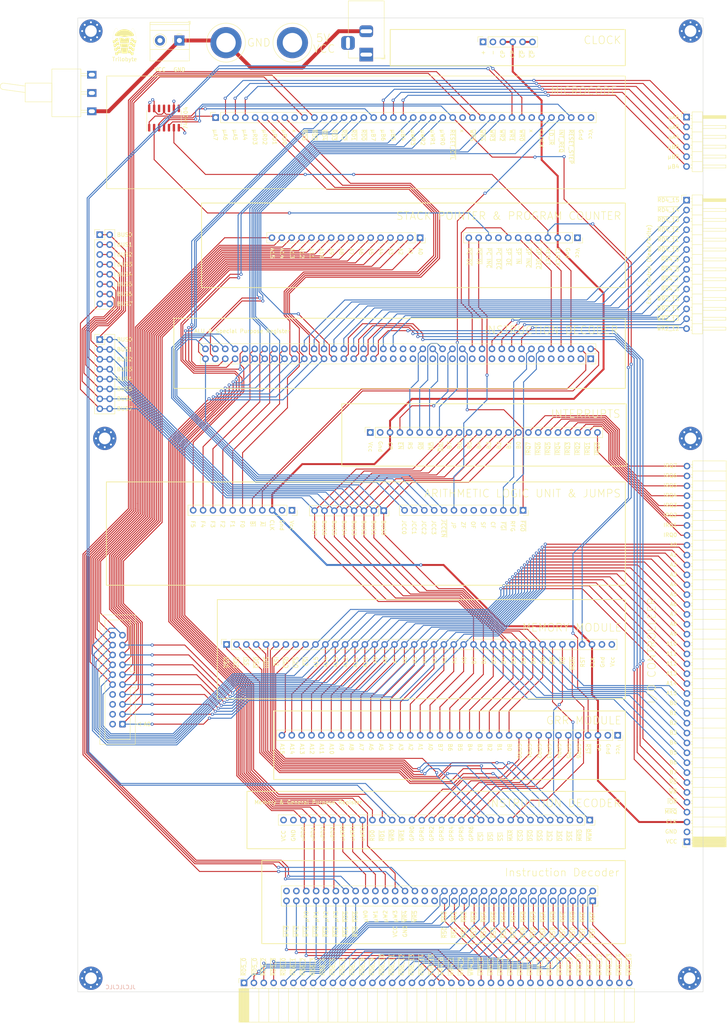
<source format=kicad_pcb>
(kicad_pcb (version 20211014) (generator pcbnew)
  (layers (0 "F.Cu" signal) (1 "In1.Cu" signal) (2 "In2.Cu" signal) (31 "B.Cu" signal) (34 "B.Paste" user) (35 "F.Paste" user) (36 "B.SilkS" user "B.Silkscreen") (37 "F.SilkS" user "F.Silkscreen") (38 "B.Mask" user) (39 "F.Mask" user) (44 "Edge.Cuts" user))
  (net 0 "")
  (net 1 "VCC")
  (net 2 "GND")
  (net 3 "CLOCK")
  (net 4 "ALU_FUNC_0")
  (net 5 "ALU_FUNC_1")
  (net 6 "ALU_FUNC_2")
  (net 7 "ALU_FUNC_3")
  (net 8 "ALU_FUNC_4")
  (net 9 "ALU_FUNC_5")
  (net 10 "~{SP_DEC}")
  (net 11 "~{SP_INC}")
  (net 12 "~{SP_LOAD}")
  (net 13 "~{PC_INC}")
  (net 14 "BUS0")
  (net 15 "BUS1")
  (net 16 "BUS2")
  (net 17 "BUS3")
  (net 18 "BUS4")
  (net 19 "BUS5")
  (net 20 "BUS6")
  (net 21 "BUS7")
  (net 22 "A15")
  (net 23 "A14")
  (net 24 "A13")
  (net 25 "A12")
  (net 26 "A11")
  (net 27 "A10")
  (net 28 "A9")
  (net 29 "A8")
  (net 30 "A7")
  (net 31 "A6")
  (net 32 "A5")
  (net 33 "A4")
  (net 34 "A3")
  (net 35 "A2")
  (net 36 "A1")
  (net 37 "A0")
  (net 38 "~{MEM_WRITE}")
  (net 39 "~{MEM_READ}")
  (net 40 "~{MEM_LATCH_MAR}")
  (net 41 "~{FLAGS_OUT}")
  (net 42 "RESTORE_FLAGS")
  (net 43 "JCC_ADR3")
  (net 44 "JCC_ADR2")
  (net 45 "JCC_ADR1")
  (net 46 "JCC_ADR0")
  (net 47 "~{CLOCK}")
  (net 48 "~{IRQ7}")
  (net 49 "~{IRQ6}")
  (net 50 "~{IRQ5}")
  (net 51 "~{IRQ4}")
  (net 52 "~{IRQ3}")
  (net 53 "~{IRQ2}")
  (net 54 "~{IRQ1}")
  (net 55 "~{IRQ0}")
  (net 56 "μA7")
  (net 57 "μB7")
  (net 58 "~{LD_IR}")
  (net 59 "~{INT_REQUEST}")
  (net 60 "~{RESET_STEP}")
  (net 61 "~{IO_REQUEST}")
  (net 62 "~{IO_READ}")
  (net 63 "~{IO_WRITE}")
  (net 64 "~{IO_MEM_REQUEST}")
  (net 65 "~{RD2}")
  (net 66 "~{RD3}")
  (net 70 "μRD0")
  (net 71 "μRD1")
  (net 72 "μRD2")
  (net 73 "μRD3")
  (net 75 "~{RD4}")
  (net 76 "~{WR2}")
  (net 81 "μWR0")
  (net 82 "μWR1")
  (net 83 "μWR2")
  (net 85 "GPR0")
  (net 86 "GPR1")
  (net 87 "GPR2")
  (net 88 "GPR3")
  (net 89 "GPR4")
  (net 90 "GPR5")
  (net 91 "GPR6")
  (net 92 "~{CODE_SEG_IN}")
  (net 93 "~{DATA_SEG_IN}")
  (net 94 "~{STACK_SEG_IN}")
  (net 95 "~{CODE_SEG_OUT}")
  (net 96 "~{DATA_SEG_OUT}")
  (net 97 "~{STACK_SEG_OUT}")
  (net 98 "~{CODE_SEG_EN}")
  (net 99 "~{DATA_SEG_EN}")
  (net 100 "~{STACK_SEG_EN}")
  (net 101 "~{A_IN}")
  (net 102 "~{B_IN}")
  (net 103 "~{FLAGS_IN}")
  (net 105 "~{WR2_12}")
  (net 107 "~{WR2_13}")
  (net 109 "~{WR2_14}")
  (net 115 "~{WR2_15}")
  (net 117 "~{PC_OUT}")
  (net 119 "~{SP_OUT}")
  (net 122 "~{INT_HNDLR_EN}")
  (net 124 "~{INT_HNDLR_READ}")
  (net 126 "~{INT_HNDLR_WRITE}")
  (net 128 "INT_HNDLR_REG_SEL")
  (net 134 "~{RD4_6}")
  (net 136 "~{RD4_7}")
  (net 137 "~{RD4_8}")
  (net 138 "~{RD4_9}")
  (net 139 "~{RD4_10}")
  (net 140 "~{RD4_11}")
  (net 141 "~{RD4_12}")
  (net 142 "~{RD4_13}")
  (net 143 "~{RD4_14}")
  (net 144 "~{RD4_15}")
  (net 145 "μWR3")
  (net 146 "~{WR3}")
  (net 147 "~{RD1}")
  (net 148 "~{RD0}")
  (net 149 "~{WR1}")
  (net 150 "~{WR0}")
  (net 155 "RESET_CONTROL")
  (net 156 "~{RESET_CONTROL}")
  (net 157 "/μA6")
  (net 158 "/μA5")
  (net 159 "/μA4")
  (net 160 "/μB6")
  (net 161 "/μB5")
  (net 162 "/μB4")
  (net 164 "/JCC_LD_PC_COND")
  (net 165 "~{WR5_00}")
  (net 166 "~{WR5_01}")
  (net 167 "~{WR5_02}")
  (net 168 "~{WR5_03}")
  (net 169 "~{WR5_04}")
  (net 170 "~{WR5_05}")
  (net 171 "~{RD5}")
  (net 172 "~{WR5_06}")
  (net 173 "~{RD6}")
  (net 174 "~{WR5_07}")
  (net 175 "~{WR5_08}")
  (net 176 "~{WR5_09}")
  (net 177 "~{WR5_10}")
  (net 178 "~{WR5_11}")
  (net 179 "~{WR4}")
  (net 180 "~{WR5_12}")
  (net 181 "~{WR5_13}")
  (net 182 "~{WR5_14}")
  (net 183 "~{WR5_15}")
  (net 184 "~{RD6_00}")
  (net 185 "~{RD6_01}")
  (net 186 "~{RD6_02}")
  (net 187 "~{RD6_03}")
  (net 188 "~{RD6_04}")
  (net 189 "~{RD6_05}")
  (net 190 "~{RD6_06}")
  (net 191 "~{RD6_07}")
  (net 192 "~{RD5_00}")
  (net 193 "~{RD6_08}")
  (net 194 "~{RD5_01}")
  (net 195 "~{RD6_09}")
  (net 196 "~{RD5_02}")
  (net 197 "~{RD6_10}")
  (net 198 "~{RD5_03}")
  (net 199 "~{RD6_11}")
  (net 200 "~{WR4_00}")
  (net 201 "~{RD6_12}")
  (net 202 "~{WR4_01}")
  (net 203 "~{RD6_13}")
  (net 204 "~{WR4_02}")
  (net 205 "~{RD6_14}")
  (net 206 "~{WR4_03}")
  (net 207 "~{RD6_15}")
  (net 208 "~{WR5}")
  (net 222 "Net-(J11-Pad1)")
  (footprint "Connector_IDC:IDC-Header_2x10_P2.54mm_Vertical" (layer "F.Cu") (at 239.7715 266.446 180)
    (fp_text reference "J19" hide)
    (fp_text value "Conn_02x20_Odd_Even" hide)
  )
  (footprint "Connector_PinSocket_2.54mm:PinSocket_1x13_P2.54mm_Vertical" (layer "F.Cu") (at 342.782 211.504 -90)
    (fp_text reference "J9" hide)
    (fp_text value "Conn_01x06" hide)
  )
  (footprint "Connector_PinSocket_2.54mm:PinSocket_1x11_P2.54mm_Vertical" (layer "F.Cu") (at 283.347 211.504 -90)
    (fp_text reference "J2" hide)
    (fp_text value "Conn_01x12" hide)
  )
  (footprint "MountingHole:MountingHole_3mm_Pad_Via" (layer "F.Cu") (at 385.826 193.04)
    (fp_text reference "REF**" hide)
    (fp_text value "MountingHole_3mm_Pad_Via" hide)
  )
  (footprint "Connector_PinSocket_2.54mm:PinSocket_1x40_P2.54mm_Horizontal" (layer "F.Cu") (at 271.018 332.912 90)
    (fp_text reference "J21" hide)
    (fp_text value "Conn_01x40" hide)
  )
  (footprint "Connector_PinSocket_2.54mm:PinSocket_1x08_P2.54mm_Vertical" (layer "F.Cu") (at 306.951 211.595 -90)
    (fp_text reference "J5" hide)
    (fp_text value "Conn_01x40" hide)
  )
  (footprint "MountingHole:MountingHole_3mm_Pad_Via" (layer "F.Cu") (at 385.826 88.392)
    (fp_text reference "REF**" hide)
    (fp_text value "MountingHole_3mm_Pad_Via" hide)
  )
  (footprint "Connector_PinHeader_2.54mm:PinHeader_2x08_P2.54mm_Vertical" (layer "F.Cu") (at 233.934 167.64)
    (fp_text reference "J17" hide)
    (fp_text value "Conn_01x08" hide)
  )
  (footprint "Connector_PinSocket_2.54mm:PinSocket_1x35_P2.54mm_Vertical" (layer "F.Cu") (at 367.114 269.313 -90)
    (fp_text reference "J7" hide)
    (fp_text value "Conn_01x16" hide)
  )
  (footprint "LIBRARY-8-bit-computer:BananaJack-2mm-Single" (layer "F.Cu") (at 283.464 91.376)
    (fp_text reference "J12" hide)
    (fp_text value "Screw_Terminal_01x01" hide)
  )
  (footprint "Stephenv6:trilobyte-logo-small" (layer "F.Cu") (at 240.304 83.446116)
    (fp_text reference "REF**" hide)
    (fp_text value "trilobyte-logo-small" hide)
  )
  (footprint "LIBRARY-8-bit-computer:BananaJack-2mm-Single" (layer "F.Cu") (at 266.378 91.376)
    (fp_text reference "J11" hide)
    (fp_text value "Screw_Terminal_01x01" hide)
  )
  (footprint "Connector_PinHeader_2.54mm:PinHeader_1x14_P2.54mm_Horizontal" (layer "F.Cu") (at 384.81 131.826)
    (fp_text reference "J14" hide)
    (fp_text value "Conn_01x14" hide)
  )
  (footprint "MountingHole:MountingHole_3mm_Pad_Via" (layer "F.Cu") (at 385.572 331.724)
    (fp_text reference "REF**" hide)
    (fp_text value "MountingHole_3mm_Pad_Via" hide)
  )
  (footprint "Package_SO:SOIC-14_3.9x8.7mm_P1.27mm" (layer "F.Cu") (at 250.444 110.744 90)
    (fp_text reference "U1" hide)
    (fp_text value "74HC04")
  )
  (footprint "Connector_PinSocket_2.54mm:PinSocket_1x16_P2.54mm_Vertical" (layer "F.Cu") (at 316.298 141.489 -90)
    (fp_text reference "J8" hide)
    (fp_text value "Conn_01x13" hide)
  )
  (footprint "Connector_PinSocket_2.54mm:PinSocket_1x39_P2.54mm_Vertical" (layer "F.Cu") (at 263.72 110.62 90)
    (fp_text reference "J15" hide)
    (fp_text value "Conn_01x39" hide)
  )
  (footprint "TerminalBlock_Phoenix:TerminalBlock_Phoenix_MKDS-1,5-2_1x02_P5.00mm_Horizontal" (layer "F.Cu") (at 254.4 90.817 180)
    (fp_text reference "J13" hide)
    (fp_text value "Screw_Terminal_01x02" hide)
  )
  (footprint "Connector_BarrelJack:BarrelJack_Horizontal" (layer "F.Cu") (at 302.4555 94.44 -90)
    (fp_text reference "J22" hide)
    (fp_text value "Barrel_Jack_MountingPin" hide)
  )
  (footprint "Connector_PinSocket_2.54mm:PinSocket_1x39_P2.54mm_Horizontal" (layer "F.Cu") (at 384.914 296.672 180)
    (fp_text reference "J16" hide)
    (fp_text value "Conn_01x39" hide)
  )
  (footprint "Connector_PinSocket_2.54mm:PinSocket_1x40_P2.54mm_Vertical" (layer "F.Cu") (at 266.53 245.973 90)
    (fp_text reference "J6" hide)
    (fp_text value "Conn_01x35" hide)
  )
  (footprint "LIBRARY-8-bit-computer:SPDT-Slide-Switch-THT" (layer "F.Cu") (at 236.591 104.304 -90)
    (fp_text reference "SW1" hide)
    (fp_text value "SW_SPDT" hide)
  )
  (footprint "Connector_PinSocket_2.54mm:PinSocket_2x40_P2.54mm_Vertical" (layer "F.Cu") (at 360.172 172.583 -90)
    (fp_text reference "J1" hide)
    (fp_text value "Conn_01x12" hide)
  )
  (footprint "Connector_PinSocket_2.54mm:PinSocket_1x32_P2.54mm_Vertical" (layer "F.Cu") (at 359.918 291.084 -90)
    (fp_text reference "J18" hide)
    (fp_text value "Conn_01x32" hide)
  )
  (footprint "Connector_PinSocket_2.54mm:PinSocket_2x32_P2.54mm_Vertical" (layer "F.Cu") (at 360.68 311.85 -90)
    (fp_text reference "J25" hide)
    (fp_text value "Conn_02x32_Odd_Even" hide)
  )
  (footprint "Connector_PinHeader_2.54mm:PinHeader_2x08_P2.54mm_Vertical" (layer "F.Cu") (at 233.934 140.716)
    (fp_text reference "J23" hide)
    (fp_text value "Conn_01x08" hide)
  )
  (footprint "Connector_PinSocket_2.54mm:PinSocket_1x24_P2.54mm_Vertical" (layer "F.Cu") (at 303.49 191.513 90)
    (fp_text reference "J4" hide)
    (fp_text value "Conn_01x08" hide)
  )
  (footprint "Connector_PinSocket_2.54mm:PinSocket_1x06_P2.54mm_Vertical" (layer "F.Cu") (at 332.486 91.186 90)
    (fp_text reference "J10" hide)
    (fp_text value "Screw_Terminal_01x01" hide)
  )
  (footprint "MountingHole:MountingHole_3mm_Pad_Via" (layer "F.Cu") (at 231.648 331.724)
    (fp_text reference "REF**" hide)
    (fp_text value "MountingHole_3mm_Pad_Via" hide)
  )
  (footprint "MountingHole:MountingHole_3mm_Pad_Via" (layer "F.Cu") (at 231.648 88.392)
    (fp_text reference "REF**" hide)
    (fp_text value "MountingHole_3mm_Pad_Via" hide)
  )
  (footprint "MountingHole:MountingHole_3mm_Pad_Via" (layer "F.Cu") (at 235.204 193.04)
    (fp_text reference "REF**" hide)
    (fp_text value "MountingHole_3mm_Pad_Via" hide)
  )
  (footprint "Connector_PinSocket_2.54mm:PinSocket_1x12_P2.54mm_Vertical" (layer "F.Cu") (at 356.764 141.493 -90)
    (fp_text reference "J3" hide)
    (fp_text value "Conn_01x24" hide)
  )
  (footprint "Connector_PinHeader_2.54mm:PinHeader_1x06_P2.54mm_Horizontal" (layer "F.Cu") (at 384.81 110.49)
    (fp_text reference "J20" hide)
    (fp_text value "Conn_01x06" hide)
  )
  (gr_rect (start 369.062 322.834) (end 275.59 301.498) (layer "F.SilkS") (width 0.2) (fill none))
  (gr_rect (start 369.062 234.442) (end 264.16 259.932) (layer "F.SilkS") (width 0.2) (fill none))
  (gr_rect (start 369.062 154.295) (end 260.096 132.573) (layer "F.SilkS") (width 0.2) (fill none))
  (gr_rect (start 369.062 298.45) (end 271.78 283.718) (layer "F.SilkS") (width 0.2) (fill none))
  (gr_rect (start 369.062 180.203) (end 252.984 162.169) (layer "F.SilkS") (width 0.2) (fill none))
  (gr_rect (start 308.61 87.994) (end 369.062 97.282) (layer "F.SilkS") (width 0.2) (fill none))
  (gr_rect (start 369.062 99.939) (end 235.712 128.895) (layer "F.SilkS") (width 0.15) (fill none))
  (gr_rect (start 369.062 280.67) (end 278.662 263.058) (layer "F.SilkS") (width 0.2) (fill none))
  (gr_rect (start 235.637 230.761) (end 369.062 204.216) (layer "F.SilkS") (width 0.2) (fill none))
  (gr_rect (start 296.164 184.15) (end 369.316 200.152) (layer "F.SilkS") (width 0.2) (fill none))
  (gr_rect (start 228.278 85.026) (end 389.06 335.216) (layer "Edge.Cuts") (width 0.1) (fill none))
  (gr_text "JLCJLCJLC" (at 239.268 334.01) (layer "B.SilkS") (effects (font (size 1 1)) (justify mirror)))
  (gr_text "~{DSO}" (at 274.29 249.021 90) (layer "F.SilkS") (effects (font (size 1 1)) (justify right)))
  (gr_text "A14" (at 283.403 271.345 270) (layer "F.SilkS") (effects (font (size 1 1)) (justify left)))
  (gr_text "Vcc" (at 360.172 113.538 270) (layer "F.SilkS") (effects (font (size 1 1)) (justify left)))
  (gr_text "~{RD4_11}" (at 383.032 141.986) (layer "F.SilkS") (effects (font (size 1 1)) (justify right)))
  (gr_text "~{R66}" (at 337.82 317.5 90) (layer "F.SilkS") (effects (font (size 1 1)) (justify left)))
  (gr_text "CLK" (at 382.456 291.512) (layer "F.SilkS") (effects (font (size 1 1)) (justify right)))
  (gr_text "A9" (at 296.103 271.345 270) (layer "F.SilkS") (effects (font (size 1 1)) (justify left)))
  (gr_text "A0" (at 382.456 220.392) (layer "F.SilkS") (effects (font (size 1 1)) (justify right)))
  (gr_text "BUS4" (at 238.252 150.876) (layer "F.SilkS") (effects (font (size 1 1)) (justify left)))
  (gr_text "IRQ7" (at 382.456 200.072) (layer "F.SilkS") (effects (font (size 1 1)) (justify right)))
  (gr_text "BUS4" (at 238.252 177.8) (layer "F.SilkS") (effects (font (size 1 1)) (justify left)))
  (gr_text "B6" (at 332.71 249.021 90) (layer "F.SilkS") (effects (font (size 1 1)) (justify right)))
  (gr_text "~{WR5}" (at 314.96 317.5 90) (layer "F.SilkS") (effects (font (size 1 1)) (justify left)))
  (gr_text "~{WR2_14}" (at 383.032 159.766) (layer "F.SilkS") (effects (font (size 1 1)) (justify right)))
  (gr_text "CP" (at 362.166 271.345 270) (layer "F.SilkS") (effects (font (size 1 1)) (justify left)))
  (gr_text "μR1" (at 289.56 317.5 90) (layer "F.SilkS") (effects (font (size 1 1)) (justify left)))
  (gr_text "~{RD6_10}" (at 306.578 331.216 90) (layer "F.SilkS") (effects (font (size 1 1)) (justify left)))
  (gr_text "GND" (at 274.828 91.376) (layer "F.SilkS") (effects (font (size 2 2))))
  (gr_text "~{R60}" (at 322.58 317.5 90) (layer "F.SilkS") (effects (font (size 1 1)) (justify left)))
  (gr_text "MEMORY MODULE" (at 355.346 241.644) (layer "F.SilkS") (effects (font (size 2 2))))
  (gr_text "~{R67}" (at 340.36 317.5 90) (layer "F.SilkS") (effects (font (size 1 1)) (justify left)))
  (gr_text "A14" (at 280.834 144.008 270) (layer "F.SilkS") (effects (font (size 1 1)) (justify left)))
  (gr_text "~{RD6_15}" (at 319.278 331.216 90) (layer "F.SilkS") (effects (font (size 1 1)) (justify left)))
  (gr_text "B5" (at 335.25 249.021 90) (layer "F.SilkS") (effects (font (size 1 1)) (justify right)))
  (gr_text "~{SP OE}" (at 339.014 143.968 270) (layer "F.SilkS") (effects (font (size 1 1)) (justify left)))
  (gr_text "~{FGO}" (at 342.644 217.092 270) (layer "F.SilkS") (effects (font (size 1 1)) (justify right)))
  (gr_text "A11" (at 299.69 249.021 90) (layer "F.SilkS") (effects (font (size 1 1)) (justify right)))
  (gr_text "RESET" (at 349.159 143.918 270) (layer "F.SilkS") (effects (font (size 1 1)) (justify left)))
  (gr_text "GPR0" (at 314.198 296.672 90) (layer "F.SilkS") (effects (font (size 1 1)) (justify left)))
  (gr_text "~{W40}" (at 289.56 321.31 90) (layer "F.SilkS") (effects (font (size 1 1)) (justify left)))
  (gr_text "A13" (at 294.61 249.021 90) (layer "F.SilkS") (effects (font (size 1 1)) (justify right)))
  (gr_text "A6" (at 312.39 249.021 90) (layer "F.SilkS") (effects (font (size 1 1)) (justify right)))
  (gr_text "~{WR4_1}" (at 324.358 331.216 90) (layer "F.SilkS") (effects (font (size 1 1)) (justify left)))
  (gr_text "~{WR0}" (at 342.392 113.538 270) (layer "F.SilkS") (effects (font (size 1 1)) (justify left)))
  (gr_text "~{DSI}" (at 334.518 296.672 90) (layer "F.SilkS") (effects (font (size 1 1)) (justify left)))
  (gr_text "IRQ1" (at 382.456 215.312) (layer "F.SilkS") (effects (font (size 1 1)) (justify right)))
  (gr_text "~{IRQ}" (at 321.31 193.847 270) (layer "F.SilkS") (effects (font (size 1 1)) (justify left)))
  (gr_text "A10" (at 290.994 144.008 270) (layer "F.SilkS") (effects (font (size 1 1)) (justify left)))
  (gr_text "~{PC DEC}" (at 336.459 143.943 270) (layer "F.SilkS") (effects (font (size 1 1)) (justify left)))
  (gr_text "x" (at 283.972 113.538 270) (layer "F.SilkS") (effects (font (size 1 1)) (justify left)))
  (gr_text "A12" (at 285.914 144.008 270) (layer "F.SilkS") (effects (font (size 1 1)) (justify left)))
  (gr_text "μB6" (at 306.832 113.538 270) (layer "F.SilkS") (effects (font (size 1 1)) (justify left)))
  (gr_text "A2" (at 311.314 144.008 270) (layer "F.SilkS") (effects (font (size 1 1)) (justify left)))
  (gr_text "BUS1" (at 238.252 170.18) (layer "F.SilkS") (effects (font (size 1 1)) (justify left)))
  (gr_text "B1" (at 382.456 263.572) (layer "F.SilkS") (effects (font (size 1 1)) (justify right)))
  (gr_text "~{CSI}" (at 331.978 296.672 90) (layer "F.SilkS") (effects (font (size 1 1)) (justify left)))
  (gr_text "uRD0" (at 286.258 296.672 90) (layer "F.SilkS") (effects (font (size 1 1)) (justify left)))
  (gr_text "BUS1" (at 304.354 218.108 270) (layer "F.SilkS") (effects (font (size 1 1)) (justify right)))
  (gr_text "BUS2" (at 238.252 172.72) (layer "F.SilkS") (effects (font (size 1 1)) (justify left)))
  (gr_text "B3" (at 334 195.869 90) (layer "F.SilkS") (effects (font (size 1 1)) (justify left)))
  (gr_text "~{RD6_4}" (at 291.338 331.216 90) (layer "F.SilkS") (effects (font (size 1 1)) (justify left)))
  (gr_text "A0" (at 245.11 266.446) (layer "F.SilkS") (effects (font (size 1 1)) (justify left)))
  (gr_text "A13" (at 283.374 144.008 270) (layer "F.SilkS") (effects (font (size 1 1)) (justify left)))
  (gr_text "~{RD4_9}" (at 383.032 147.066) (layer "F.SilkS") (effects (font (size 1 1)) (justify right)))
  (gr_text "~{R5A}" (at 347.98 321.564 90) (layer "F.SilkS") (effects (font (size 1 1)) (justify left)))
  (gr_text "~{R50}" (at 322.58 321.564 90) (layer "F.SilkS") (effects (font (size 1 1)) (justify left)))
  (gr_text "μB7" (at 304.292 113.538 270) (layer "F.SilkS") (effects (font (size 1 1)) (justify left)))
  (gr_text "A11" (at 291.023 271.345 270) (layer "F.SilkS") (effects (font (size 1 1)) (justify left)))
  (gr_text "F2" (at 265.514 216.076 270) (layer "F.SilkS") (effects (font (size 1 1)) (justify right)))
  (gr_text "A9" (at 304.77 249.021 90) (layer "F.SilkS") (effects (font (size 1 1)) (justify right)))
  (gr_text "A5" (at 314.93 249.021 90) (layer "F.SilkS") (effects (font (size 1 1)) (justify right)))
  (gr_text "μB5" (at 309.372 113.538 270) (layer "F.SilkS") (effects (font (size 1 1)) (justify left)))
  (gr_text "BUS5" (at 238.252 180.34) (layer "F.SilkS") (effects (font (size 1 1)) (justify left)))
  (gr_text "μB4" (at 383.032 123.19) (layer "F.SilkS") (effects (font (size 1 1)) (justify right)))
  (gr_text "uWR2" (at 301.498 296.672 90) (layer "F.SilkS") (effects (font (size 1 1)) (justify left)))
  (gr_text "A8" (at 296.074 144.008 270) (layer "F.SilkS") (effects (font (size 1 1)) (justify left)))
  (gr_text "GPR5" (at 326.898 296.672 90) (layer "F.SilkS") (effects (font (size 1 1)) (justify left)))
  (gr_text "~{SSE}" (at 354.838 296.672 90) (layer "F.SilkS") (effects (font (size 1 1)) (justify left)))
  (gr_text "~{CSO}" (at 342.138 296.672 90) (layer "F.SilkS") (effects (font (size 1 1)) (justify left)))
  (gr_text "GPR2" (at 346.903 275.409 270) (layer "F.SilkS") (effects (font (size 1 1)) (justify right)))
  (gr_text "BUS0" (at 306.894 218.108 270) (layer "F.SilkS") (effects (font (size 1 1)) (justify right)))
  (gr_text "~{WR5_3}" (at 339.598 331.216 90) (layer "F.SilkS") (effects (font (size 1 1)) (justify left)))
  (gr_text "B4" (at 329.123 271.345 270) (layer "F.SilkS") (effects (font (size 1 1)) (justify left)))
  (gr_text "GPR1" (at 344.363 275.409 270) (layer "F.SilkS") (effects (font (size 1 1)) (justify right)))
  (gr_text "~{RESET_CTL}" (at 324.612 113.538 270) (layer "F.SilkS") (effects (font (size 1 1)) (justify left)))
  (gr_text "~{WR2_15}" (at 383.032 157.226) (layer "F.SilkS") (effects (font (size 1 1)) (justify right)))
  (gr_text "B0" (at 341.61 195.869 90) (layer "F.SilkS") (effects (font (size 1 1)) (justify left)))
  (gr_text "~{IRQ3}" (at 354.33 193.847 90) (layer "F.SilkS") (effects (font (size 1 1)) (justify right)))
  (gr_text "~{W43}" (at 281.94 321.31 90) (layer "F.SilkS") (effects (font (size 1 1)) (justify left)))
  (gr_text "~{SP INC}" (at 344.084 143.918 270) (layer "F.SilkS") (effects (font (size 1 1)) (justify left)))
  (gr_text "~{MWR}" (at 359.918 296.672 90) (layer "F.SilkS") (effects (font (size 1 1)) (justify left)))
  (gr_text "~{SSI}" (at 337.058 296.672 90) (layer "F.SilkS") (effects (font (size 1 1)) (justify left)))
  (gr_text "uWR0" (at 296.418 296.672 90) (layer "F.SilkS") (effects (font (size 1 1)) (justify left)))
  (gr_text "INSTRUCTION DECODER" (at 350.012 165.217) (layer "F.SilkS") (effects (font (size 2 2))))
  (gr_text "~{WR5_10}" (at 357.378 331.216 90) (layer "F.SilkS") (effects (font (size 1 1)) (justify left)))
  (gr_text "A2" (at 382.456 225.472) (layer "F.SilkS") (effects (font (size 1 1)) (justify right)))
  (gr_text "A10" (at 293.563 271.345 270) (layer "F.SilkS") (effects (font (size 1 1)) (justify left)))
  (gr_text "A5" (at 382.456 233.092) (layer "F.SilkS") (effects (font (size 1 1)) (justify right)))
  (gr_text "~{R52}" (at 294.64 321.31 90) (layer "F.SilkS") (effects (font (size 1 1)) (justify left)))
  (gr_text "GPR3" (at 321.818 296.672 90) (layer "F.SilkS") (effects (font (size 1 1)) (justify left)))
  (gr_text "B7" (at 323.85 195.879 90) (layer "F.SilkS") (effects (font (size 1 1)) (justify left)))
  (gr_text "~{CSE}" (at 349.758 296.672 90) (layer "F.SilkS") (effects (font (size 1 1)) (justify left)))
  (gr_text "~{CSI}" (at 286.99 249.021 90) (layer "F.SilkS") (effects (font (size 1 1)) (justify right)))
  (gr_text "~{W41}" (at 287.02 321.31 90) (layer "F.SilkS") (effects (font (size 1 1)) (justify left)))
  (gr_text "uWR1" (at 298.958 296.672 90) (layer "F.SilkS") (effects (font (size 1 1)) (justify left)))
  (gr_text "A9" (at 293.534 144.008 270) (layer "F.SilkS") (effects (font (size 1 1)) (justify left)))
  (gr_text "BUS2" (at 238.252 145.796) (layer "F.SilkS") (effects (font (size 1 1)) (justify left)))
  (gr_text "BUS7" (at 238.252 185.42) (layer "F.SilkS") (effects (font (size 1 1)) (justify left)))
  (gr_text "~{RD4_6}" (at 383.032 154.686) (layer "F.SilkS") (effects (font (size 1 1)) (justify right)))
  (gr_text "A4" (at 382.456 230.552) (layer "F.SilkS") (effects (font (size 1 1)) (justify right)))
  (gr_text "~{RD2}" (at 296.672 113.538 270) (layer "F.SilkS") (effects (font (size 1 1)) (justify left)))
  (gr_text "~{WR5_6}" (at 347.218 331.216 90) (layer "F.SilkS") (effects (font (size 1 1)) (justify left)))
  (gr_text "BUS0" (at 238.252 167.64) (layer "F.SilkS") (effects (font (size 1 1)) (justify left)))
  (gr_text "~{R6B}" (at 350.52 317.5 90) (layer "F.SilkS") (effects (font (size 1 1)) (justify left)))
  (gr_text "~{WR3}" (at 334.772 113.538 270) (layer "F.SilkS") (effects (font (size 1 1)) (justify left)))
  (gr_text "BUS3" (at 238.252 148.336) (layer "F.SilkS") (effects (font (size 1 1)) (justify left)))
  (gr_text "~{RD4_14}" (at 383.032 134.366) (layer "F.SilkS") (effects (font (size 1 1)) (justify right)))
  (gr_text "B1" (at 336.743 271.345 270) (layer "F.SilkS") (effects (font (size 1 1)) (justify left)))
  (gr_text "A7" (at 298.614 144.008 270) (layer "F.SilkS") (effects (font (size 1 1)) (justify left)))
  (gr_text "JCC2" (at 317.269 217.879 270) (layer "F.SilkS") (effects (font (size 1 1)) (justify right)))
  (gr_text "~{R6E}" (at 358.14 317.5 90) (layer "F.SilkS") (effects (font (size 1 1)) (justify left)))
  (gr_text "~{WR5_5}" (at 344.678 331.216 90) (layer "F.SilkS") (effects (font (size 1 1)) (justify left)))
  (gr_text "~{WR5_12}" (at 362.458 331.216 90) (layer "F.SilkS") (effects (font (size 1 1)) (justify left)))
  (gr_text "x" (at 344.932 113.538 270) (layer "F.SilkS") (effects (font (size 1 1)) (justify left)))
  (gr_text "~{R6D}" (at 355.6 317.5 90) (layer "F.SilkS") (effects (font (size 1 1)) (justify left)))
  (gr_text "~{RST}" (at 359.349 271.345 270) (layer "F.SilkS") (effects (font (size 1 1)) (justify left)))
  (gr_text "~{WR}" (at 350.49 249.021 90) (layer "F.SilkS") (effects (font (size 1 1)) (justify right)))
  (gr_text "A3" (at 311.343 271.345 270) (layer "F.SilkS") (effects (font (size 1 1)) (justify left)))
  (gr_text "IRQ0" (at 382.456 217.852) (layer "F.SilkS") (effects (font (size 1 1)) (justify right)))
  (gr_text "~{RD4_15}" (at 383.032 131.826) (layer "F.SilkS") (effects (font (size 1 1)) (justify right)))
  (gr_text "μA6" (at 266.192 113.538 270) (layer "F.SilkS") (effects (font (size 1 1)) (justify left)))
  (gr_text "GPR0" (at 341.823 275.409 270) (layer "F.SilkS") (effects (font (size 1 1)) (justify right)))
  (gr_text "IRQ4" (at 382.456 207.692) (layer "F.SilkS") (effects (font (size 1 1)) (justify right)))
  (gr_text "~{R51}" (at 325.12 321.564 90) (layer "F.SilkS") (effects (font (size 1 1)) (justify left)))
  (gr_text "~{AI}" (at 275.674 215.822 270) (layer "F.SilkS") (effects (font (size 1 1)) (justify right)))
  (gr_text "+" (at 332.486 93.218 90) (layer "F.SilkS") (effects (font (size 1 1)) (justify right)))
  (gr_text "~{RD6_7}" (at 298.958 331.216 90) (layer "F.SilkS") (effects (font (size 1 1)) (justify left)))
  (gr_text "~{MAR}" (at 339.598 296.672 90) (layer "F.SilkS") (effects (font (size 1 1)) (justify left)))
  (gr_text "A7" (at 382.456 238.172) (layer "F.SilkS") (effects (font (size 1 1)) (justify right)))
  (gr_text "A10" (at 382.456 245.792) (layer "F.SilkS") (effects (font (size 1 1)) (justify right)))
  (gr_text "A7" (at 309.85 249.021 90) (layer "F.SilkS") (effects (font (size 1 1)) (justify right)))
  (gr_text "VCC" (at 291.592 92.964) (layer "F.SilkS") (effects (font (size 2 2))))
  (gr_text "A8" (at 307.31 249.021 90) (layer "F.SilkS") (effects (font (size 1 1)) (justify right)))
  (gr_text "JCC1" (at 314.744 217.854 270) (layer "F.SilkS") (effects (font (size 1 1)) (justify right)))
  (gr_text "A15" (at 278.294 144.008 270) (layer "F.SilkS") (effects (font (size 1 1)) (justify left)))
  (gr_text "μR2" (at 292.1 317.5 90) (layer "F.SilkS") (effects (font (size 1 1)) (justify left)))
  (gr_text "~{R68}" (at 342.9 317.5 90) (layer "F.SilkS") (effects (font (size 1 1)) (justify left)))
  (gr_text "BUS3" (at 238.252 175.26) (layer "F.SilkS") (effects (font (size 1 1)) (justify left)))
  (gr_text "Extra Control (Read/Write)" (at 375.158 148.336 90) (layer "F.SilkS") (effects (font (size 1 1))))
  (gr_text "~{WR5_14}" (at 367.538 331.216 90) (layer "F.SilkS") (effects (font (size 1 1)) (justify left)))
  (gr_text "μWR3" (at 314.452 113.538 270) (layer "F.SilkS") (effects (font (size 1 1)) (justify left)))
  (gr_text "~{RD5}" (at 297.18 317.5 90) (layer "F.SilkS") (effects (font (size 1 1)) (justify left)))
  (gr_text "μB5" (at 383.032 120.65) (layer "F.SilkS") (effects (font (size 1 1)) (justify right)))
  (gr_text "~{CP}" (at 345.186 93.218 90) (layer "F.SilkS") (effects (font (size 1 1)) (justify right)))
  (gr_text "~{WR2_12}" (at 383.032 164.846) (layer "F.SilkS") (effects (font (size 1 1)) (justify right)))
  (gr_text "~{R53}" (at 330.2 321.564 90) (layer "F.SilkS") (effects (font (size 1 1)) (justify left)))
  (gr_text "A4" (at 308.803 271.345 270) (layer "F.SilkS") (effects (font (size 1 1)) (justify left)))
  (gr_text "STACK POINTER & PROGRAM COUNTER" (at 339.09 135.875) (layer "F.SilkS") (effects (font (size 2 2))))
  (gr_text "B0" (at 382.456 261.032) (layer "F.SilkS") (effects (font (size 1 1)) (justify right)))
  (gr_text "JCC3" (at 319.819 217.879 270) (layer "F.SilkS") (effects (font (size 1 1)) (justify right)))
  (gr_text "A12" (at 288.483 271.345 270) (layer "F.SilkS") (effects (font (size 1 1)) (justify left)))
  (gr_text "~{R5C}" (at 353.06 321.564 90) (layer "F.SilkS") (effects (font (size 1 1)) (justify left)))
  (gr_text "B6" (at 324.043 271.345 270) (layer "F.SilkS") (effects (font (size 1 1)) (justify left)))
  (gr_text "uRD1" (at 288.798 296.672 90) (layer "F.SilkS") (effects (font (size 1 1)) (justify left)))
  (gr_text "~{WR4}" (at 312.42 317.5 90) (layer "F.SilkS") (effects (font (size 1 1)) (justify left)))
  (gr_text "A15" (at 382.456 258.492) (layer "F.SilkS") (effects (font (size 1 1)) (justify right)))
  (gr_text "~{CSO}" (at 281.91 249.021 90) (layer "F.SilkS") (effects (font (size 1 1)) (justify right)))
  (gr_text "μW2" (at 307.34 317.5 90) (layer "F.SilkS") (effects (font (size 1 1)) (justify left)))
  (gr_text "~{EN}" (at 311.17 193.847 270) (layer "F.SilkS") (effects (font (size 1 1)) (justify left)))
  (gr_text "~{RD6_14}" (at 316.738 331.216 90) (layer "F.SilkS") (effects (font (size 1 1)) (justify left)))
  (gr_text "IRQ3" (at 382.456 210.232) (layer "F.SilkS") (effects (font (size 1 1)) (justify right)))
  (gr_text "CP" (at 308.63 193.847 270) (layer "F.SilkS") (effects (font (size 1 1)) (justify left)))
  (gr_text "A5" (at 306.263 271.345 270) (layer "F.SilkS") (effects (font (size 1 1)) (justify left)))
  (gr_text "Vcc" (at 356.784 144.018 270) (layer "F.SilkS") (effects (font (size 1 1)) (justify left)))
  (gr_text "μA5" (at 383.032 113.03) (layer "F.SilkS") (effects (font (size 1 1)) (justify right)))
  (gr_text "μA6" (at 383.032 110.49) (layer "F.SilkS") (effects (font (size 1 1)) (justify right)))
  (gr_text "~{RD3}" (at 294.132 113.538 270) (layer "F.SilkS") (effects (font (size 1 1)) (justify left)))
  (gr_text "~{RD}" (at 353.03 249.021 90) (layer "F.SilkS") (effects (font (size 1 1)) (justify right)))
  (gr_text "A6" (at 301.154 144.008 270) (layer "F.SilkS") (effects (font (size 1 1)) (justify left)))
  (gr_text "~{RD5_3}" (at 278.638 331.216 90) (layer "F.SilkS") (effects (font (size 1 1)) (justify left)))
  (gr_text "~{R65}" (at 335.28 317.5 90) (layer "F.SilkS") (effects (font (size 1 1)) (justify left)))
  (gr_text "B2" (at 342.87 249.021 90) (layer "F.SilkS") (effects (font (size 1 1)) (justify right)))
  (gr_text "~{RD6_6}" (at 296.418 331.216 90) (layer "F.SilkS") (effects (font (size 1 1)) (justify left)))
  (gr_text "μWR0" (at 322.072 113.538 270) (layer "F.SilkS") (effects (font (size 1 1)) (justify left)))
  (gr_text "~{WR5_7}" (at 349.758 331.216 90) (layer "F.SilkS") (effects (font (size 1 1)) (justify left)))
  (gr_text "B7" (at 321.503 271.345 270) (layer "F.SilkS") (effects (font (size 1 1)) (justify left)))
  (gr_text "BUS5" (at 238.252 153.416) (layer "F.SilkS") (effects (font (size 1 1)) (justify left)))
  (gr_text "Instruction Decoder" (at 352.806 304.546) (layer "F.SilkS") (effects (font (size 2 2))))
  (gr_text "~{WR5_1}" (at 334.518 331.216 90) (layer "F.SilkS") (effects (font (size 1 1)) (justify left)))
  (gr_text "B3" (at 340.33 249.021 90) (layer "F.SilkS") (effects (font (size 1 1)) (justify right)))
  (gr_text "~{WR5_13}" (at 364.998 331.216 90) (layer "F.SilkS") (effects (font (size 1 1)) (justify left)))
  (gr_text "Vcc" (at 303.55 196.641 270) (layer "F.SilkS") (effects (font (size 1 1)) (justify right)))
  (gr_text "Trilobyte" (at 240.304 95.638116) (layer "F.SilkS") (effects (font (size 1 1))))
  (gr_text "Gnd" (at 280.754 216.838 270) (layer "F.SilkS") (effects (font (size 1 1)) (justify right)))
  (gr_text "CLK" (at 360.65 249.021 90) (layer "F.SilkS") (effects (font (size 1 1)) (justify right)))
  (gr_text "A8" (at 382.456 240.712) (layer "F.SilkS") (effects (font (size 1 1)) (justify right)))
  (gr_text "uRD2" (at 291.338 296.672 90) (layer "F.SilkS") (effects (font (size 1 1)) (justify left)))
  (gr_text "~{WR4}" (at 332.232 113.538 270) (layer "F.SilkS") (effects (font (size 1 1)) (justify left)))
  (gr_text "CP" (at 337.566 93.218 90) (layer "F.SilkS") (effects (font (size 1 1)) (justify right)))
  (gr_text "BUS7" (at 289.114 218.108 270) (layer "F.SilkS") (effects (font (size 1 1)) (justify right)))
  (gr_text "B5" (at 326.583 271.345 270) (layer "F.SilkS") (effects (font (size 1 1)) (justify left)))
  (gr_text "~{R54}" (at 332.74 321.564 90) (layer "F.SilkS") (effects (font (size 1 1)) (justify left)))
  (gr_text "Vcc" (at 283.294 216.838 270) (layer "F.SilkS") (effects (font (size 1 1)) (justify right)))
  (gr_text "BUS3" (at 299.274 218.108 270) (layer "F.SilkS") (effects (font (size 1 1)) (justify right)))
  (gr_text "Gnd" (at 306.09 196.641 270) (layer "F.SilkS") (effects (font (size 1 1)) (justify right)))
  (gr_text "A3" (at 308.774 144.008 270) (layer "F.SilkS") (effects (font (size 1 1)) (justify left)))
  (gr_text "~{WR5_4}" (at 342.138 331.216 90) (layer "F.SilkS") (effects (font (size 1 1)) (justify left)))
  (gr_text "~{R55}" (at 335.28 321.564 90) (layer "F.SilkS") (effects (font (size 1 1)) (justify left)))
  (gr_text "B0" (at 347.95 249.021 90) (layer "F.SilkS") (effects (font (size 1 1)) (justify right)))
  (gr_text "~{WR5_8}" (at 352.298 331.216 90) (layer "F.SilkS") (effects (font (size 1 1)) (justify left)))
  (gr_text "GPR6" (at 357.063 275.409 270) (layer "F.SilkS") (effects (font (size 1 1)) (justify right)))
  (gr_text "~{RD6}" (at 286.512 113.538 270) (layer "F.SilkS") (effects (font (size 1 1)) (justify left)))
  (gr_text "Memory & General Purpose Register" (at 287.528 286.512) (layer "F.SilkS") (effects (font (size 1 1))))
  (gr_text "GPR3" (at 349.443 275.409 270) (layer "F.SilkS") (effects (font (size 1 1)) (justify right)))
  (gr_text "F0" (at 270.594 216.076 270) (layer "F.SilkS") (effects (font (size 1 1)) (justify right)))
  (gr_text "~{RD6_5}" (at 293.878 331.216 90) (layer "F.SilkS") (effects (font (size 1 1)) (justify left)))
  (gr_text "~{WR5_9}" (at 354.838 331.216 90) (layer "F.SilkS") (effects (font (size 1 1)) (justify left)))
  (gr_text "OF" (at 329.944 216.33 270) (layer "F.SilkS") (effects (font (size 1 1)) (justify right)))
  (gr_text "JP" (at 324.894 216.33 270) (layer "F.SilkS") (effects (font (size 1 1)) (justify right)))
  (gr_text "~{R69}" (at 345.44 317.5 90) (layer "F.SilkS") (effects (font (size 1 1)) (justify left)))
  (gr_text "A4" (at 306.234 144.008 270) (layer "F.SilkS") (effects (font (size 1 1)) (justify left)))
  (gr_text "I/O CONTROLLEER" (at 375.852 247.57 90) (layer "F.SilkS") (effects (font (size 2 2))))
  (gr_text "B1" (at 339.14 195.869 90) (layer "F.SilkS") (effects (font (size 1 1)) (justify left)))
  (gr_text "~{RD6_12}" (at 311.658 331.216 90) (layer "F.SilkS") (effects (font (size 1 1)) (justify left)))
  (gr_text "BUS6" (at 238.252 155.956) (layer "F.SilkS") (effects (font (size 1 1)) (justify left)))
  (gr_text "BUS0" (at 238.252 140.716) (layer "F.SilkS") (effects (font (size 1 1)) (justify left)))
  (gr_text "BUS7" (at 238.252 158.496) (layer "F.SilkS") (effects (font (size 1 1)) (justify left)))
  (gr_text "RS" (at 313.71 193.847 270) (layer "F.SilkS") (effects (font (size 1 1)) (justify left)))
  (gr_text "~{IRQ7}" (at 344.17 193.847 90) (layer "F.SilkS") (effects (font (size 1 1)) (justify right)))
  (gr_text "CLOCK" (at 351.699 143.943 270) (layer "F.SilkS") (effects (font (size 1 1)) (justify left)))
  (gr_text "VCC" (at 382.456 296.592) (layer "F.SilkS") (effects (font (size 1 1)) (justify right)))
  (gr_text "μA5" (at 268.732 113.538 270) (layer "F.SilkS") (effects (font (size 1 1)) (justify left)))
  (gr_text "RST" (at 358.11 249.021 90) (layer "F.SilkS") (effects (font (size 1 1)) (justify right)))
  (gr_text "Gnd" (at 354.259 143.943 270) (layer "F.SilkS") (effects (font (size 1 1)) (justify left)))
  (gr_text "~{USS}" (at 269.21 249.021 90) (layer "F.SilkS") (effects (font (size 1 1)) (justify right)))
  (gr_text "~{WR4_3}" (at 329.438 331.216 90) (layer "F.SilkS") (effects (font (size 1 1)) (justify left)))
  (gr_text "~{WR5_0}" (at 331.978 331.216 90) (layer "F.SilkS") (effects (font (size 1 1)) (justify left)))
  (gr_text "~{WR}" (at 318.79 193.847 270) (layer "F.SilkS") (effects (font (size 1 1)) (justify left)))
  (gr_text "~{RD4}" (at 291.592 113.538 270) (layer "F.SilkS") (effects (font (size 1 1)) (justify left)))
  (gr_text "A6" (at 382.456 235.632) (layer "F.SilkS") (effects (font (size 1 1)) (justify right)))
  (gr_text "~{RD0}" (at 301.752 113.538 270) (layer "F.SilkS") (effects (font (size 1 1)) (justify left)))
  (gr_text "MICROCODE" (at 358.462 103.762) (layer "F.SilkS") (effects (font (size 2 2))))
  (gr_text "μW0" (at 302.26 317.5 90) (layer "F.SilkS") (effects (font (size 1 1)) (justify left)))
  (gr_text "~{R58}" (at 342.9 321.564 90) (layer "F.SilkS") (effects (font (size 1 1)) (justify left)))
  (gr_text "GPR6" (at 329.438 296.672 90) (layer "F.SilkS") (effects (font (size 1 1)) (justify left)))
  (gr_text "x" (at 327.152 113.538 270) (layer "F.SilkS") (effects (font (size 1 1)) (justify left)))
  (gr_text "B2" (at 382.456 266.112) (layer "F.SilkS") (effects (font (size 1 1)) (justify right)))
  (gr_text "BUS2" (at 301.814 218.108 270) (layer "F.SilkS") (effects (font (size 1 1)) (justify right)))
  (gr_text "~{CP}" (at 342.646 93.218 90) (layer "F.SilkS") (effects (font (size 1 1)) (justify right)))
  (gr_text "~{SP DEC}" (at 346.634 143.943 270) (layer "F.SilkS") (effects (font (size 1 1)) (justify left)))
  (gr_text "~{UDS}" (at 276.83 249.021 90) (layer "F.SilkS") (effects (font (size 1 1)) (justify right)))
  (gr_text "μW1" (at 304.8 317.5 90) (layer "F.SilkS") (effects (font (size 1 1)) (justify left)))
  (gr_text "CLOCK" (at 363.186 90.723) (layer "F.SilkS") (effects (font (size 2 2))))
  (gr_text "~{WR}" (at 382.456 283.892) (layer "F.SilkS") (effects (font (size 1 1)) (justify right)))
  (gr_text "~{RD}" (at 316.25 193.847 270) (layer "F.SilkS") (effects (font (size 1 1)) (justify left)))
  (gr_text "~{LD_IR}" (at 350.012 113.538 270) (layer "F.SilkS") (effects (font (size 1 1)) (justify left)))
  (gr_text "μA4" (at 383.032 115.57) (layer "F.SilkS") (effects (font (size 1 1)) (justify right)))
  (gr_text "μW3" (at 309.88 317.5 90) (layer "F.SilkS") (effects (font (size 1 1)) (justify left)))
  (gr_text "BUS4" (at 296.734 218.108 270) (layer "F.SilkS") (effects (font (size 1 1)) (justify right)))
  (gr_text "~{RD6_1}" (at 283.718 331.216 90) (layer "F.SilkS") (effects (font (size 1 1)) (justify left)))
  (gr_text "A0" (at 316.394 144.008 270) (layer "F.SilkS") (effects (font (size 1 1)) (justify left)))
  (gr_text "GPR5" (at 354.523 275.409 270) (layer "F.SilkS") (effects (font (size 1 1)) (justify right)))
  (gr_text "A1" (at 325.09 249.021 90) (layer "F.SilkS") (effects (font (size 1 1)) (justify right)))
  (gr_text "μWR1" (at 319.532 113.538 270) (layer "F.SilkS") (effects (font (size 1 1)) (justify left)))
  (gr_text "A9" (at 382.456 243.252) (layer "F.SilkS") (effects (font (size 1 1)) (justify right)))
  (gr_text "F3" (at 262.974 216.076 270) (layer "F.SilkS") (effects (font (size 1 1)) (justify right)))
  (gr_text "B6" (at 326.45 195.869 90) (layer "F.SilkS") (effects (font (size 1 1)) (justify left)))
  (gr_text "Vcc" (at 367.223 271.599 270) (layer "F.SilkS") (effects (font (size 1 1)) (justify left)))
  (gr_text "~{R5D}" (at 355.6 321.564 90) (layer "F.SilkS") (effects (font (size 1 1)) (justify left)))
  (gr_text "~{IRQ2}" (at 356.87 193.847 90) (layer "F.SilkS") (effects (font (size 1 1)) (justify right)))
  (gr_text "~{RD6_13}" (at 314.198 331.216 90) (layer "F.SilkS") (effects (font (size 1 1)) (justify left)))
  (gr_text "INTERRUPTS" (at 358.868 186.735) (layer "F.SilkS") (effects (font (size 2 2))))
  (gr_text "B6" (at 382.456 276.272) (layer "F.SilkS") (effects (font (size 1 1)) (justify right)))
  (gr_text "~{SSO}" (at 347.218 296.672 90) (layer "F.SilkS") (effects (font (size 1 1)) (justify left)))
  (gr_text "~{UCS}" (at 284.45 249.021 90) (layer "F.SilkS") (effects (font (size 1 1)) (justify right)))
  (gr_text "A8" (at 298.643 271.345 270) (layer "F.SilkS") (effects (font (size 1 1)) (justify left)))
  (gr_text "~{R57}" (at 340.36 321.564 90) (layer "F.SilkS") (effects (font (size 1 1)) (justify left)))
  (gr_text "~{WR5_15}" (at 370.078 331.216 90) (layer "F.SilkS") (effects (font (size 1 1)) (justify left)))
  (gr_text "~{RD5}" (at 289.052 113.538 270) (layer "F.SilkS") (effects (font (size 1 1)) (justify left)))
  (gr_text "GPR4" (at 324.358 296.672 90) (layer "F.SilkS") (effects (font (size 1 1)) (justify left)))
  (gr_text "A13" (at 285.943 271.345 270) (layer "F.SilkS") (effects (font (size 1 1)) (justify left)))
  (gr_text "~{WR5}" (at 329.692 113.538 270) (layer "F.SilkS") (effects (font (size 1 1)) (justify left)))
  (gr_text "JCC0" (at 312.169 217.829 270) (layer "F.SilkS") (effects (font (size 1 1)) (justify right)))
  (gr_text "B3" (at 382.456 268.652) (layer "F.SilkS") (effects (font (size 1 1)) (justify right)))
  (gr_text "~{RD5_0}" (at 273.812 331.216 90) (layer "F.SilkS") (effects (font (size 1 1)) (justify left)))
  (gr_text "A1" (at 313.854 144.008 270) (layer "F.SilkS") (effects (font (size 1 1)) (justify left)))
  (gr_text "A2" (at 313.883 271.345 270) (layer "F.SilkS") (effects (font (size 1 1)) (justify left)))
  (gr_text "CP" (at 340.106 93.218 90) (layer "F.SilkS") (effects (font (size 1 1)) (justify right)))
  (gr_text "A11" (at 382.456 248.332) (layer "F.SilkS") (effects (font (size 1 1)) (justify right)))
  (gr_text "B7" (at 330.17 249.021 90) (layer "F.SilkS") (effects (font (size 1 1)) (justify right)))
  (gr_text "μRD1" (at 278.892 113.538 270) (layer "F.SilkS") (effects (font (size 1 1)) (justify left)))
  (gr_text "A0" (at 327.63 249.021 90) (layer "F.SilkS") (effects (font (size 1 1)) (justify right)))
  (gr_text "~{IRQ0}" (at 361.95 193.847 90) (layer "F.SilkS") (effects (font (size 1 1)) (justify right)))
  (gr_text "~{BI}" (at 273.134 215.822 270) (layer "F.SilkS") (effects (font (size 1 1)) (justify right)))
  (gr_text "Gnd" (at 364.683 271.345 270) (layer "F.SilkS") (effects (font (size 1 1)) (justify left)))
  (gr_text "A6" (at 303.723 271.345 270) (layer "F.SilkS") (effects (font (size 1 1)) (justify left)))
  (gr_text "~{WR4_0}" (at 321.818 331.216 90) (layer "F.SilkS") (effects (font (size 1 1)) (justify left)))
  (gr_text "F5" (at 257.894 216.076 270) (layer "F.SilkS") (effects (font (size 1 1)) (justify right)))
  (gr_text "~{WR5_11}" (at 359.918 331.216 90) (layer "F.SilkS") (effects (font (size 1 1)) (justify left)))
  (gr_text "B5" (at 382.456 273.732) (layer "F.SilkS") (effects (font (size 1 1)) (justify right)))
  (gr_text "GPR4" (at 351.983 275.409 270) (layer "F.SilkS") (effects (font (size 1 1)) (justify right)))
  (gr_text "A15" (at 280.863 271.345 270) (layer "F.SilkS") (effects (font (size 1 1)) (justify left)))
  (gr_text "~{RD6}" (at 299.72 317.5 90) (layer "F.SilkS") (effects (font (size 1 1)) (justify left)))
  (gr_text "VCC" (at 281.178 296.672 90) (layer "F.SilkS") (effects (font (size 1 1)) (justify left)))
  (gr_text "Gnd" (at 357.632 113.538 270) (layer "F.SilkS") (effects (font (size 1 1)) (justify left)))
  (gr_text "GPR1" (at 316.738 296.672 90) (layer "F.SilkS") (effects (font (size 1 1)) (justify left)))
  (gr_text "-" (at 335.026 93.218 90) (layer "F.SilkS") (effects (font (size 1 1)) (justify right)))
  (gr_text "GND" (at 254.399476 98.298) (layer "F.SilkS") (effects (font (size 1 1))))
  (gr_text "~{DSI}" (at 279.37 249.021 90) (layer "F.SilkS") (effects (font (size 1 1)) (justify right)))
  (gr_text "μR0" (at 287.02 317.5 90) (layer "F.SilkS") (effects (font (size 1 1)) (justify left)))
  (gr_text "~{IRQ1}" (at 359.41 193.847 90) (layer "F.SilkS") (effects (font (size 1 1)) (justify right)))
  (gr_text "A15" (at 289.53 249.021 90) (layer "F.SilkS") (effects (font (size 1 1)) (justify right)))
  (gr_text "~{MRQ}" (at 382.456 288.972) (layer "F.SilkS") (effects (font (size 1 1)) (justify right)))
  (gr_text "~{RD6_2}" (at 286.258 331.216 90) (layer "F.SilkS") (effects (font (size 1 1)) (justify left)))
  (gr_text "~{RD6_9}" (at 304.038 331.216 90) (layer "F.SilkS") (effects (font (size 1 1)) (justify left)))
  (gr_text "~{R5F}" (at 360.68 321.564 90) (layer "F.SilkS") (effects (font (size 1 1)) (justify left)))
  (gr_text "A12" (at 382.456 250.872) (layer "F.SilkS") (effects (font (size 1 1)) (justify right)))
  (gr_text "A1" (at 316.423 271.345 270) (layer "F.SilkS") (effects (font (size 1 1)) (justify left)))
  (gr_text "~{R61}" (at 325.12 317.5 90) (layer "F.SilkS") (effects (font (size 1 1)) (justify left)))
  (gr_text "~{R53}" (at 292.1 321.31 90) (layer "F.SilkS") (effects (font (size 1 1)) (justify left)))
  (gr_text "CLOCK" (at 347.472 113.538 270) (layer "F.SilkS") (effects (font (size 1 1)) (justify left)))
  (gr_text "B7" (at 382.456 278.812) (layer "F.SilkS") (effects (font (size 1 1)) (justify right)))
  (gr_text "~{RD5_0}" (at 281.178 331.216 90) (layer "F.SilkS") (effects (font (size 1 1)) (justify left)))
  (gr_text "~{MARI}" (at 355.57 249.021 90) (layer "F.SilkS") (effects (font (size 1 1)) (justify right)))
  (gr_text "~{RD4_10}" (at 383.032 144.526) (layer "F.SilkS") (effects (font (size 1 1)) (justify right)))
  (gr_text "B4" (at 382.456 271.192) (layer "F.SilkS") (effects (font (size 1 1)) (justify right)))
  (gr_text "~{FGI}" (at 337.564 216.838 270) (layer "F.SilkS") (effects (font (size 1 1)) (justify right)))
  (gr_text "~{R62}" (at 327.66 317.5 90) (layer "F.SilkS") (effects (font (size 1 1)) (justify left)))
  (gr_text "~{INT_REQ}" (at 352.552 113.538 270) (layer "F.SilkS") (effects (font (size 1 1)) (justify left)))
  (gr_text "~{MRD}" (at 357.378 296.672 90) (layer "F.SilkS") (effects (font (size 1 1)) (justify left)))
  (gr_text "~{RD4_7}" (at 383.032 152.146) (layer "F.SilkS") (effects (font (size 1 1)) (justify right)))
  (gr_text "F4" (at 260.434 216.076 270) (layer "F.SilkS") (effects (font (size 1 1)) (justify right)))
  (gr_text "A14" (at 292.07 249.021 90) (layer "F.SilkS") (effects (font (size 1 1)) (justify right)))
  (gr_text "A3" (at 320.01 249.021 90) (layer "F.SilkS") (effects (font (size 1 1)) (justify right)))
  (gr_text "~{RD}" (at 382.456 281.352) (layer "F.SilkS") (effects (font (size 1 1)) (justify right)))
  (gr_text "INSTRUCTION DECODER" (at 350.774 286.766) (layer "F.SilkS") (effects (font (size 2 2))))
  (gr_text "~{DSE}" (at 352.298 296.672 90) (layer "F.SilkS") (effects (font (size 1 1)) (justify left)))
  (gr_text "A10" (at 302.23 249.021 90) (layer "F.SilkS") (effects (font (size 1 1)) (justify right)))
  (gr_text "~{R52}" (at 327.66 321.564 90) (layer "F.SilkS") (effects (font (size 1 1)) (justify left)))
  (gr_text "Vcc" (at 365.73 249.021 90) (layer "F.SilkS") (effects (font (size 1 1)) (justify right)))
  (gr_text "~{RD5_2}" (at 276.098 331.216 90) (layer "F.SilkS") (effects (font (size 1 1)) (justify left)))
  (gr_text "~{WR2_13}" (at 383.032 162.306) (layer "F.SilkS") (effects (font (size 1 1)) (justify right)))
  (gr_text "~{R59}" (at 345.44 321.564 90) (layer "F.SilkS") (effects (font (size 1 1)) (justify left)))
  (gr_text "BUS6" (at 238.252 182.88) (layer "F.SilkS") (effects (font (size 1 1)) (justify left)))
  (gr_text "GND" (at 382.456 294.052) (layer "F.SilkS") (effects (font (size 1 1)) (justify right)))
  (gr_text "~{RD6_8}" (at 301.498 331.216 90) (layer "F.SilkS") (effects (font (size 1 1)) (justify left)))
  (gr_text "~{R51}" (at 297.18 321.31 90) (layer "F.SilkS") (effects (font (size 1 1)) (justify left)))
  (gr_text "μRD3" (at 273.812 113.538 270) (layer "F.SilkS") (effects (font (size 1 1)) (justify left)))
  (gr_text "RFG" (at 340.104 217.092 270) (layer "F.SilkS") (effects (font (size 1 1)) (justify right)))
  (gr_text "~{RD4_12}" (at 383.032 139.446) (layer "F.SilkS") (effects (font (size 1 1)) (justify right)))
  (gr_text "~{SP IN}" (at 341.534 143.968 270) (layer "F.SilkS") (effects (font (size 1 1)) (justify left)))
  (gr_text "B5" (at 328.98 195.861 90) (layer "F.SilkS") (effects (font (size 1 1)) (justify left)))
  (gr_text "IRQ6" (at 382.456 202.612) (layer "F.SilkS") (effects (font (size 1 1)) (justify right)))
  (gr_text "5V" (at 291.338 90.17) (layer "F.SilkS") (effects (font (size 2 2))))
  (gr_text "~{WR4_2}" (at 326.898 331.216 90) (layer "F.SilkS") (effects (font (size 1 1)) (justify left)))
  (gr_text "A2" (at 322.55 249.021 90) (layer "F.SilkS") (effects (font (size 1 1)) (justify right)))
  (gr_text "~{IOR}" (at 382.456 286.432) (layer "F.SilkS") (effects (font (size 1 1)) (justify right)))
  (gr_text "~{RD4_8}" (at 383.032 149.606) (layer "F.SilkS") (effects (font (size 1 1)) (justify right)))
  (gr_text "μR3" (at 294.64 317.5 90) (layer "F.SilkS") (effects (font (size 1 1)) (justify left)))
  (gr_text "~{RD6_3}" (at 288.798 331.216 90) (layer "F.SilkS") (effects (font (size 1 1)) (justify left)))
  (gr_text "~{R63}" (at 330.2 317.5 90) (layer "F.SilkS") (effects (font (size 1 1)) (justify left)))
  (gr_text "μRD2" (at 276.352 113.538 270) (layer "F.SilkS") (effects (font (size 1 1)) (justify left)))
  (gr_text "ZF" (at 327.404 216.33 270) (layer "F.SilkS") (effects (font (size 1 1)) (justify right)))
  (gr_text "~{IRQ4}" (at 351.79 193.847 90) (layer "F.SilkS") (effects (font (size 1 1)) (justify right)))
  (gr_text "~{R5E}" (at 358.14 321.564 90) (layer "F.SilkS") (effects (font (size 1 1)) (justify left)))
  (gr_text "~{SSI}" (at 271.75 249.021 90) (layer "F.SilkS") (effects (font (size 1 1)) (justify right)))
  (gr_text "~{WR1}" (at 339.852 113.538 270) (layer "F.SilkS") (effects (font (size 1 1)) (justify left)))
  (gr_text "~{SSO}" (at 266.67 249.021 90) (layer "F.SilkS") (effects (font (size 1 1)) (justify right)))
  (gr_text "~{R64}" (at 332.74 317.5 90) (layer "F.SilkS") (effects (font (size 1 1)) (justify left)))
  (gr_text "BUS1" (at 238.252 143.256) (layer "F.SilkS") (effects (font (size 1 1)) (justify left)))
  (gr_text "A3" (at 382.456 228.012) (layer "F.SilkS") (effects (font (size 1 1)) (justify right)))
  (gr_text "ARITHMETIC LOGIC UNIT & JUMPS" (at 342.646 207.175) (layer "F.SilkS") (effects (font (size 2 2))))
  (gr_text "~{PC OE}" (at 328.859 143.943 270) (layer "F.SilkS") (effects (font (size 1 1)) (justify left)))
  (gr_text "μRD0" (at 281.432 113.538 270) (layer "F.SilkS") (effects (font (size 1 1)) (justify left)))
  (gr_text "A14" (at 382.456 255.952) (layer "F.SilkS") (effects (font (size 1 1)) (justify right)))
  (gr_text "VCC" (at 249.428 98.298) (layer "F.SilkS") (effects (font (size 1 1))))
  (gr_text "~{WR1}" (at 311.658 296.672 90) (layer "F.SilkS") (effects (font (size 1 1)) (justify left)))
  (gr_text "GND" (at 312.42 321.31 90) (layer "F.SilkS") (effects (font (size 1 1)) (justify left)))
  (gr_text "CF" (at 335.024 216.33 270) (layer "F.SilkS") (effects (font (size 1 1)) (justify right)))
  (gr_text "μB4" (at 311.912 113.538 270) (layer "F.SilkS") (effects (font (size 1 1)) (justify left)))
  (gr_text "~{RD1}" (at 299.212 113.538 270) (layer "F.SilkS") (effects (font (size 1 1)) (justify left)))
  (gr_text "A12" (at 297.15 249.021 90) (layer "F.SilkS") (effects (font (size 1 1)) (justify right)))
  (gr_text "ALU & Special Purpose Register" (at 270.51 165.471) (layer "F.SilkS") (effects (font (size 1 1))))
  (gr_text "A5" (at 303.694 144.008 270) (layer "F.SilkS") (effects (font (size 1 1)) (justify left)))
  (gr_text "~{DSO}" (at 344.678 296.672 90) (layer "F.SilkS") (effects (font (size 1 1)) (justify left)))
  (gr_text "~{W42}" (at 284.48 321.31 90) (layer "F.SilkS") (effects (font (size 1 1)) (justify left)))
  (gr_text "IRQ2" (at 382.456 212.772) (layer "F.SilkS") (effects (font (size 1 1)) (justify right)))
  (gr_text "A0" (at 318.963 271.345 270) (layer "F.SilkS") (effects (font (size 1 1)) (justify left)))
  (gr_text "~{RD6_11}" (at 309.118 331.216 90) (layer "F.SilkS") (effects (font (size 1 1)) (justify left)))
  (gr_text "Gnd" (at 363.19 249.021 90) (layer "F.SilkS") (effects (font (size 1 1)) (justify right)))
  (gr_text "GRR MODULE" (at 358.394 265.492) (layer "F.SilkS") (effects (font (size 2 2))))
  (gr_text "B3" (at 331.663 271.345 270) (layer "F.SilkS") (effects (font (size 1 1)) (justify left)))
  (gr_text "~{RD5_0}" (at 271.018 331.216 90) (layer "F.SilkS") (effects (font (size 1 1)) (justify left)))
  (gr_text "~{R6A}" (at 347.98 317.5 90) (layer "F.SilkS") (effects (font (size 1 1)) (justify left)))
  (gr_text "μA4" (at 271.272 113.538 270) (layer "F.SilkS") (effects (font (size 1 1)) (justify left)))
  (gr_text "uRD3" (at 293.878 296.672 90) (layer "F.SilkS") (effects (font (size 1 1)) (justify left)))
  (gr_text "BUS5" (at 294.194 218.108 270) (layer "F.SilkS") (effects (font (size 1 1)) (justify right)))
  (gr_text "B0" (at 339.283 271.345 270) (layer "F.SilkS") (effects (font (size 1 1)) (justify left)))
  (gr_text "B1" (at 345.41 249.021 90) (layer "F.SilkS") (effects (font (size 1 1)) (justify right)))
  (gr_text "BUS6" (at 291.654 218.108 270) (layer "F.SilkS") (effects (font (size 1 1)) (justify right)))
  (gr_text "~{IRQ5}" (at 349.25 193.847 90) (layer "F.SilkS") (effects (font (size 1 1)) (justify right)))
  (gr_text "GPR2" (at 319.278 296.672 90) (layer "F.SilkS") (effects (font (size 1 1)) (justify left)))
  (gr_text "~{PC INC}" (at 333.934 143.943 270) (layer "F.SilkS") (effects (font (size 1 1)) (justify left)))
  (gr_text "~{R5B}" (at 350.52 321.564 90) (layer "F.SilkS") (effects (font (size 1 1)) (justify left)))
  (gr_text "~{WR2}" (at 337.312 113.538 270) (layer "F.SilkS") (effects (font (size 1 1)) (justify left)))
  (gr_text "SF" (at 332.484 216.33 270) (layer "F.SilkS") (effects (font (size 1 1)) (justify right)))
  (gr_text "~{R50}" (at 299.72 321.31 90) (layer "F.SilkS") (effects (font (size 1 1)) (justify left)))
  (gr_text "~{R6C}" (at 353.06 317.5 90) (layer "F.SilkS") (effects (font (size 1 1)) (justify left)))
  (gr_text "B4" (at 331.47 195.861 90) (layer "F.SilkS") (effects (font (size 1 1)) (justify left)))
  (gr_text "GND" (at 283.718 296.672 90) (layer "F.SilkS") (effects (font (size 1 1)) (justify left)))
  (gr_text "~{WR5_2}" (at 337.058 331.216 90) (layer "F.SilkS") (effects (font (size 1 1)) (justify left)))
  (gr_text "~{JCCEN}" (at 322.319 218.616 270) (layer "F.SilkS") (effects (font (size 1 1)) (justify right)))
  (gr_text "~{PC IN}" (at 331.384 143.968 270) (layer "F.SilkS") (effects (font (size 1 1)) (justify left)))
  (gr_text "~{IRQ6}" (at 346.71 193.847 90) (layer "F.SilkS") (effects (font (size 1 1)) (justify right)))
  (gr_text "A13" (at 382.456 253.412) (layer "F.SilkS") (effects (font (size 1 1)) (justify right)))
  (gr_text "B4" (at 337.79 249.021 90) (layer "F.SilkS") (effects (font (size 1 1)) (justify right)))
  (gr_text "A1" (at 382.456 222.932) (layer "F.SilkS") (effects (font (size 1 1)) (justify right)))
  (gr_text "μA7" (at 263.652 113.538 270) (layer "F.SilkS") (effects (font (size 1 1)) (justify left)))
  (gr_text "~{RD0}" (at 304.038 296.672 90) (layer "F.SilkS") (effects (font (size 1 1)) (justify left)))
  (gr_text "IRQ5" (at 382.456 205.152) (layer "F.SilkS") (effects (font (size 1 1)) (justify right)))
  (gr_text "~{RESET_STEP}" (at 355.092 113.538 270) (layer "F.SilkS") (effects (font (size 1 1)) (justify left)))
  (gr_text "~{R56}" (at 337.82 321.564 90) (layer "F.SilkS") (effects (font (size 1 1)) (justify left)))
  (gr_text "~{R6F}" (at 360.68 317.5 90) (layer "F.SilkS") (effects (font (size 1 1)) (justify left)))
  (gr_text "A11" (at 288.454 144.008 270) (layer "F.SilkS") (effects (font (size 1 1)) (justify left)))
  (gr_text "~{RD4_13}" (at 383.032 136.906) (layer "F.SilkS") (effects (font (size 1 1)) (justify right)))
  (gr_text "μB6" (at 383.032 118.11) (layer "F.SilkS") (effects (font (size 1 1)) (justify right)))
  (gr_text "B2" (at 334.203 271.345 270) (layer "F.SilkS") (effects (font (size 1 1)) (justify left)))
  (gr_text "~{RD1}" (at 306.578 296.672 90) (layer "F.SilkS") (effects (font (size 1 1)) (justify left)))
  (gr_text "B2" (at 336.6 195.869 90) (layer "F.SilkS") (effects (font (size 1 1)) (justify left)))
  (gr_text "A7" (at 301.183 271.345 270) (layer "F.SilkS") (effects (font (size 1 1)) (justify left)))
  (gr_text "~{WR0}" (at 309.118 296.672 90) (layer "F.SilkS") (effects (font (size 1 1)) (justify left)))
  (gr_text "F1" (at 268.054 216.076 270) (layer "F.SilkS") (effects (font (size 1 1)) (justify right)))
  (gr_text "CLK" (at 278.214 216.838 270) (layer "F.SilkS") (effects (font (size 1 1)) (justify right)))
  (gr_text "A4" (at 317.47 249.021 90) (layer "F.SilkS") (effects (font (size 1 1)) (justify right)))
  (gr_text "VCC" (at 309.88 321.31 90) (layer "F.SilkS") (effects (font (size 1 1)) (justify left)))
  (gr_text "μWR2" (at 316.992 113.538 270) (layer "F.SilkS") (effects (font (size 1 1)) (justify left)))
  (segment (start 246.634 108.269) (end 246.634 106.925402) (width 0.25) (layer "F.Cu") (net 1))
  (segment (start 246.634 106.925402) (end 246.811946 106.747456) (width 0.25) (layer "F.Cu") (net 1))
  (via (at 246.811946 106.747456) (size 0.8) (drill 0.4) (layers "F.Cu" "B.Cu") (net 1))
  (segment (start 255.778 114.046) (end 255.778 114.554) (width 0.25) (layer "F.Cu") (net 2))
  (segment (start 247.904 108.269) (end 247.904 106.426) (width 0.25) (layer "F.Cu") (net 2))
  (segment (start 252.984 109.22) (end 252.984 108.269) (width 0.25) (layer "F.Cu") (net 2))
  (segment (start 248.852193 109.786489) (end 249.877511 109.786489) (width 0.25) (layer "F.Cu") (net 2))
  (segment (start 254.951 113.219) (end 255.778 114.046) (width 0.25) (layer "F.Cu") (net 2))
  (segment (start 251.010489 109.786489) (end 252.417511 109.786489) (width 0.25) (layer "F.Cu") (net 2))
  (segment (start 247.904 108.838296) (end 248.852193 109.786489) (width 0.25) (layer "F.Cu") (net 2))
  (segment (start 254.254 113.219) (end 254.951 113.219) (width 0.25) (layer "F.Cu") (net 2))
  (segment (start 252.984 106.426) (end 252.979701 106.421701) (width 0.25) (layer "F.Cu") (net 2))
  (segment (start 250.444 109.22) (end 251.010489 109.786489) (width 0.25) (layer "F.Cu") (net 2))
  (segment (start 247.904 108.269) (end 247.904 108.838296) (width 0.25) (layer "F.Cu") (net 2))
  (segment (start 250.444 109.22) (end 250.444 108.269) (width 0.25) (layer "F.Cu") (net 2))
  (segment (start 249.877511 109.786489) (end 250.444 109.22) (width 0.25) (layer "F.Cu") (net 2))
  (segment (start 252.984 108.269) (end 252.984 106.426) (width 0.25) (layer "F.Cu") (net 2))
  (segment (start 252.417511 109.786489) (end 252.984 109.22) (width 0.25) (layer "F.Cu") (net 2))
  (segment (start 247.904 106.426) (end 247.518701 106.040701) (width 0.25) (layer "F.Cu") (net 2))
  (via (at 247.518701 106.040701) (size 0.8) (drill 0.4) (layers "F.Cu" "B.Cu") (net 2))
  (via (at 252.979701 106.421701) (size 0.8) (drill 0.4) (layers "F.Cu" "B.Cu") (net 2))
  (via (at 255.778 114.554) (size 0.8) (drill 0.4) (layers "F.Cu" "B.Cu") (net 2))
  (segment (start 316.484 225.552) (end 322.326 225.552) (width 0.5) (layer "F.Cu") (net 3))
  (segment (start 314.198 182.88) (end 308.57 188.508) (width 0.5) (layer "F.Cu") (net 3))
  (segment (start 362.034 269.313) (end 362.034 281.008) (width 0.5) (layer "F.Cu") (net 3))
  (segment (start 360.51 245.973) (end 360.51 258.91) (width 0.5) (layer "F.Cu") (net 3))
  (segment (start 355.854 182.88) (end 314.198 182.88) (width 0.5) (layer "F.Cu") (net 3))
  (segment (start 347.54 106.24) (end 347.54 110.62) (width 0.5) (layer "F.Cu") (net 3))
  (segment (start 355.837 241.3) (end 360.51 245.973) (width 0.5) (layer "F.Cu") (net 3))
  (segment (start 351.684 125.624) (end 351.684 141.493) (width 0.5) (layer "F.Cu") (net 3))
  (segment (start 340.106 91.186) (end 340.106 98.806) (width 0.5) (layer "F.Cu") (net 3))
  (segment (start 338.074 241.3) (end 355.837 241.3) (width 0.5) (layer "F.Cu") (net 3))
  (segment (start 322.326 225.552) (end 338.074 241.3) (width 0.5) (layer "F.Cu") (net 3))
  (segment (start 363.474 175.26) (end 355.854 182.88) (width 0.5) (layer "F.Cu") (net 3))
  (segment (start 351.684 141.493) (end 351.684 143.912) (width 0.5) (layer "F.Cu") (net 3))
  (segment (start 362.034 281.008) (end 372.618 291.592) (width 0.5) (layer "F.Cu") (net 3))
  (segment (start 304.546 199.644) (end 286.004 199.644) (width 0.5) (layer "F.Cu") (net 3))
  (segment (start 308.57 188.508) (end 308.57 191.513) (width 0.5) (layer "F.Cu") (net 3))
  (segment (start 278.267 207.381) (end 278.267 211.504) (width 0.5) (layer "F.Cu") (net 3))
  (segment (start 286.004 199.644) (end 278.267 207.381) (width 0.5) (layer "F.Cu") (net 3))
  (segment (start 340.106 91.186) (end 337.566 91.186) (width 0.5) (layer "F.Cu") (net 3))
  (segment (start 347.54 110.62) (end 347.54 121.48) (width 0.5) (layer "F.Cu") (net 3))
  (segment (start 362.034 260.434) (end 362.034 269.313) (width 0.5) (layer "F.Cu") (net 3))
  (segment (start 372.618 291.592) (end 384.914 291.592) (width 0.5) (layer "F.Cu") (net 3))
  (segment (start 363.474 155.702) (end 363.474 175.26) (width 0.5) (layer "F.Cu") (net 3))
  (segment (start 351.684 143.912) (end 363.474 155.702) (width 0.5) (layer "F.Cu") (net 3))
  (segment (start 308.57 191.513) (end 308.57 195.62) (width 0.5) (layer "F.Cu") (net 3))
  (segment (start 347.54 121.48) (end 351.684 125.624) (width 0.5) (layer "F.Cu") (net 3))
  (segment (start 360.51 258.91) (end 362.034 260.434) (width 0.5) (layer "F.Cu") (net 3))
  (segment (start 340.106 98.806) (end 347.54 106.24) (width 0.5) (layer "F.Cu") (net 3))
  (segment (start 308.57 195.62) (end 304.546 199.644) (width 0.5) (layer "F.Cu") (net 3))
  (via (at 316.484 225.552) (size 0.8) (drill 0.4) (layers "F.Cu" "B.Cu") (net 3))
  (segment (start 292.315 225.552) (end 316.484 225.552) (width 0.5) (layer "B.Cu") (net 3))
  (segment (start 278.267 211.504) (end 292.315 225.552) (width 0.5) (layer "B.Cu") (net 3))
  (segment (start 282.194 185.166) (end 282.194 177.546) (width 0.25) (layer "F.Cu") (net 4))
  (segment (start 270.647 211.504) (end 270.647 196.713) (width 0.25) (layer "F.Cu") (net 4))
  (segment (start 282.194 177.546) (end 285.242 174.498) (width 0.25) (layer "F.Cu") (net 4))
  (segment (start 270.647 196.713) (end 282.194 185.166) (width 0.25) (layer "F.Cu") (net 4))
  (segment (start 285.242 174.498) (end 285.242 171.313) (width 0.25) (layer "F.Cu") (net 4))
  (segment (start 285.242 171.313) (end 283.972 170.043) (width 0.25) (layer "F.Cu") (net 4))
  (segment (start 268.107 196.205) (end 280.162 184.15) (width 0.25) (layer "F.Cu") (net 5))
  (segment (start 280.162 171.313) (end 281.432 170.043) (width 0.25) (layer "F.Cu") (net 5))
  (segment (start 280.162 184.15) (end 280.162 171.313) (width 0.25) (layer "F.Cu") (net 5))
  (segment (start 268.107 211.504) (end 268.107 196.205) (width 0.25) (layer "F.Cu") (net 5))
  (segment (start 265.567 211.504) (end 265.567 195.951) (width 0.25) (layer "F.Cu") (net 6))
  (segment (start 277.622 183.896) (end 277.622 171.313) (width 0.25) (layer "F.Cu") (net 6))
  (segment (start 277.622 171.313) (end 278.892 170.043) (width 0.25) (layer "F.Cu") (net 6))
  (segment (start 265.567 195.951) (end 277.622 183.896) (width 0.25) (layer "F.Cu") (net 6))
  (segment (start 275.082 171.313) (end 276.352 170.043) (width 0.25) (layer "F.Cu") (net 7))
  (segment (start 275.082 183.642) (end 275.082 171.313) (width 0.25) (layer "F.Cu") (net 7))
  (segment (start 263.027 211.504) (end 263.027 195.697) (width 0.25) (layer "F.Cu") (net 7))
  (segment (start 263.027 195.697) (end 275.082 183.642) (width 0.25) (layer "F.Cu") (net 7))
  (segment (start 273.812 170.043) (end 272.542 171.313) (width 0.25) (layer "F.Cu") (net 8))
  (segment (start 272.542 171.313) (end 272.542 183.134) (width 0.25) (layer "F.Cu") (net 8))
  (segment (start 272.542 183.134) (end 260.487 195.189) (width 0.25) (layer "F.Cu") (net 8))
  (segment (start 260.487 195.189) (end 260.487 211.504) (width 0.25) (layer "F.Cu") (net 8))
  (segment (start 270.002 173.99) (end 270.002 171.313) (width 0.25) (layer "F.Cu") (net 9))
  (segment (start 270.002 171.313) (end 271.272 170.043) (width 0.25) (layer "F.Cu") (net 9))
  (segment (start 257.947 194.046704) (end 270.95951 181.034194) (width 0.25) (layer "F.Cu") (net 9))
  (segment (start 270.95951 174.94751) (end 270.002 173.99) (width 0.25) (layer "F.Cu") (net 9))
  (segment (start 270.95951 181.034194) (end 270.95951 174.94751) (width 0.25) (layer "F.Cu") (net 9))
  (segment (start 257.947 211.504) (end 257.947 194.046704) (width 0.25) (layer "F.Cu") (net 9))
  (segment (start 355.092 149.981) (end 355.092 170.043) (width 0.25) (layer "F.Cu") (net 10))
  (segment (start 346.604 141.493) (end 355.092 149.981) (width 0.25) (layer "F.Cu") (net 10))
  (segment (start 344.064 141.493) (end 352.552 149.981) (width 0.25) (layer "F.Cu") (net 11))
  (segment (start 352.552 149.981) (end 352.552 170.043) (width 0.25) (layer "F.Cu") (net 11))
  (segment (start 350.012 149.981) (end 341.524 141.493) (width 0.25) (layer "F.Cu") (net 12))
  (segment (start 350.012 170.043) (end 350.012 149.981) (width 0.25) (layer "F.Cu") (net 12))
  (segment (start 247.904 121.412) (end 247.904 113.219) (width 0.25) (layer "F.Cu") (net 13))
  (segment (start 282.702 135.128) (end 261.62 135.128) (width 0.25) (layer "F.Cu") (net 13))
  (segment (start 261.62 135.128) (end 247.904 121.412) (width 0.25) (layer "F.Cu") (net 13))
  (via (at 282.702 135.128) (size 0.8) (drill 0.4) (layers "F.Cu" "B.Cu") (net 13))
  (segment (start 333.904 141.493) (end 333.904 140.102) (width 0.25) (layer "B.Cu") (net 13))
  (segment (start 328.93 135.128) (end 282.702 135.128) (width 0.25) (layer "B.Cu") (net 13))
  (segment (start 333.248 139.446) (end 328.93 135.128) (width 0.25) (layer "B.Cu") (net 13))
  (segment (start 333.904 140.102) (end 333.248 139.446) (width 0.25) (layer "B.Cu") (net 13))
  (segment (start 343.899 242.062) (end 347.81 245.973) (width 0.25) (layer "F.Cu") (net 14))
  (segment (start 233.934 166.878) (end 240.538 160.274) (width 0.25) (layer "F.Cu") (net 14))
  (segment (start 240.538 160.274) (end 240.538 144.78) (width 0.25) (layer "F.Cu") (net 14))
  (segment (start 321.056 231.648) (end 327.406 231.648) (width 0.25) (layer "F.Cu") (net 14))
  (segment (start 240.538 144.78) (end 236.474 140.716) (width 0.25) (layer "F.Cu") (net 14))
  (segment (start 327.406 231.648) (end 337.82 242.062) (width 0.25) (layer "F.Cu") (net 14))
  (segment (start 306.951 217.543) (end 321.056 231.648) (width 0.25) (layer "F.Cu") (net 14))
  (segment (start 339.174 269.313) (end 339.174 263.06) (width 0.25) (layer "F.Cu") (net 14))
  (segment (start 306.951 211.595) (end 306.951 217.543) (width 0.25) (layer "F.Cu") (net 14))
  (segment (start 314.251468 204.294532) (end 306.951 211.595) (width 0.25) (layer "F.Cu") (net 14))
  (segment (start 339.174 263.06) (end 347.81 254.424) (width 0.25) (layer "F.Cu") (net 14))
  (segment (start 347.81 254.424) (end 347.81 245.973) (width 0.25) (layer "F.Cu") (net 14))
  (segment (start 341.59 191.513) (end 328.808468 204.294532) (width 0.25) (layer "F.Cu") (net 14))
  (segment (start 233.934 167.64) (end 233.934 166.878) (width 0.25) (layer "F.Cu") (net 14))
  (segment (start 233.934 140.716) (end 236.474 140.716) (width 0.25) (layer "F.Cu") (net 14))
  (segment (start 328.808468 204.294532) (end 314.251468 204.294532) (width 0.25) (layer "F.Cu") (net 14))
  (segment (start 337.82 242.062) (end 343.899 242.062) (width 0.25) (layer "F.Cu") (net 14))
  (segment (start 240.792 170.18) (end 238.252 167.64) (width 0.25) (layer "B.Cu") (net 14))
  (segment (start 306.951 211.595) (end 306.951 211.447) (width 0.25) (layer "B.Cu") (net 14))
  (segment (start 240.792 177.8) (end 240.792 170.18) (width 0.25) (layer "B.Cu") (net 14))
  (segment (start 267.97 204.978) (end 240.792 177.8) (width 0.25) (layer "B.Cu") (net 14))
  (segment (start 306.951 211.447) (end 300.482 204.978) (width 0.25) (layer "B.Cu") (net 14))
  (segment (start 358.377 256.54) (end 380.342 256.54) (width 0.25) (layer "B.Cu") (net 14))
  (segment (start 238.252 167.64) (end 233.934 167.64) (width 0.25) (layer "B.Cu") (net 14))
  (segment (start 300.482 204.978) (end 267.97 204.978) (width 0.25) (layer "B.Cu") (net 14))
  (segment (start 347.81 245.973) (end 358.377 256.54) (width 0.25) (layer "B.Cu") (net 14))
  (segment (start 380.342 256.54) (end 384.914 261.112) (width 0.25) (layer "B.Cu") (net 14))
  (segment (start 336.634 263.06) (end 345.27 254.424) (width 0.25) (layer "F.Cu") (net 15))
  (segment (start 236.474 143.256) (end 240.03 146.812) (width 0.25) (layer "F.Cu") (net 15))
  (segment (start 341.808511 242.511511) (end 337.633806 242.51151) (width 0.25) (layer "F.Cu") (net 15))
  (segment (start 240.03 146.812) (end 240.03 160.146296) (width 0.25) (layer "F.Cu") (net 15))
  (segment (start 317.971957 232.135957) (end 304.411 218.575) (width 0.25) (layer "F.Cu") (net 15))
  (segment (start 345.27 245.973) (end 341.808511 242.511511) (width 0.25) (layer "F.Cu") (net 15))
  (segment (start 304.411 211.595) (end 312.160979 203.845021) (width 0.25) (layer "F.Cu") (net 15))
  (segment (start 337.633806 242.51151) (end 327.258253 232.135957) (width 0.25) (layer "F.Cu") (net 15))
  (segment (start 240.03 160.146296) (end 236.092296 164.084) (width 0.25) (layer "F.Cu") (net 15))
  (segment (start 236.474 143.256) (end 233.934 143.256) (width 0.25) (layer "F.Cu") (net 15))
  (segment (start 327.258253 232.135957) (end 317.971957 232.135957) (width 0.25) (layer "F.Cu") (net 15))
  (segment (start 233.426 164.084) (end 231.648 165.862) (width 0.25) (layer "F.Cu") (net 15))
  (segment (start 345.27 254.424) (end 345.27 245.973) (width 0.25) (layer "F.Cu") (net 15))
  (segment (start 336.634 269.313) (end 336.634 263.06) (width 0.25) (layer "F.Cu") (net 15))
  (segment (start 312.160979 203.845021) (end 326.717979 203.845021) (width 0.25) (layer "F.Cu") (net 15))
  (segment (start 231.648 165.862) (end 231.648 167.894) (width 0.25) (layer "F.Cu") (net 15))
  (segment (start 231.648 167.894) (end 233.934 170.18) (width 0.25) (layer "F.Cu") (net 15))
  (segment (start 304.411 218.575) (end 304.411 211.595) (width 0.25) (layer "F.Cu") (net 15))
  (segment (start 326.717979 203.845021) (end 339.05 191.513) (width 0.25) (layer "F.Cu") (net 15))
  (segment (start 236.092296 164.084) (end 233.426 164.084) (width 0.25) (layer "F.Cu") (net 15))
  (segment (start 356.345 257.048) (end 378.31 257.048) (width 0.25) (layer "B.Cu") (net 15))
  (segment (start 237.744 170.18) (end 240.284 172.72) (width 0.25) (layer "B.Cu") (net 15))
  (segment (start 233.934 170.18) (end 237.744 170.18) (width 0.25) (layer "B.Cu") (net 15))
  (segment (start 240.284 178.054) (end 267.716 205.486) (width 0.25) (layer "B.Cu") (net 15))
  (segment (start 298.302 205.486) (end 304.411 211.595) (width 0.25) (layer "B.Cu") (net 15))
  (segment (start 345.27 245.973) (end 356.345 257.048) (width 0.25) (layer "B.Cu") (net 15))
  (segment (start 378.31 257.048) (end 384.914 263.652) (width 0.25) (layer "B.Cu") (net 15))
  (segment (start 240.284 172.72) (end 240.284 178.054) (width 0.25) (layer "B.Cu") (net 15))
  (segment (start 267.716 205.486) (end 298.302 205.486) (width 0.25) (layer "B.Cu") (net 15))
  (segment (start 316.151467 232.585467) (end 327.072059 232.585467) (width 0.25) (layer "F.Cu") (net 16))
  (segment (start 233.934 172.72) (end 231.19849 169.98449) (width 0.25) (layer "F.Cu") (net 16))
  (segment (start 310.070489 203.395511) (end 324.627489 203.395511) (width 0.25) (layer "F.Cu") (net 16))
  (segment (start 324.627489 203.395511) (end 336.51 191.513) (width 0.25) (layer "F.Cu") (net 16))
  (segment (start 239.522 160.018592) (end 239.522 148.844) (width 0.25) (layer "F.Cu") (net 16))
  (segment (start 233.934 145.796) (end 236.474 145.796) (width 0.25) (layer "F.Cu") (net 16))
  (segment (start 334.094 263.06) (end 342.73 254.424) (width 0.25) (layer "F.Cu") (net 16))
  (segment (start 231.19849 165.675806) (end 233.239807 163.634489) (width 0.25) (layer "F.Cu") (net 16))
  (segment (start 233.239807 163.634489) (end 235.906103 163.634489) (width 0.25) (layer "F.Cu") (net 16))
  (segment (start 239.522 148.844) (end 236.474 145.796) (width 0.25) (layer "F.Cu") (net 16))
  (segment (start 301.871 211.595) (end 310.070489 203.395511) (width 0.25) (layer "F.Cu") (net 16))
  (segment (start 337.447613 242.961021) (end 339.718021 242.961021) (width 0.25) (layer "F.Cu") (net 16))
  (segment (start 334.094 269.313) (end 334.094 263.06) (width 0.25) (layer "F.Cu") (net 16))
  (segment (start 327.072059 232.585467) (end 337.447613 242.961021) (width 0.25) (layer "F.Cu") (net 16))
  (segment (start 235.906103 163.634489) (end 239.522 160.018592) (width 0.25) (layer "F.Cu") (net 16))
  (segment (start 339.718021 242.961021) (end 342.73 245.973) (width 0.25) (layer "F.Cu") (net 16))
  (segment (start 231.19849 169.98449) (end 231.19849 165.675806) (width 0.25) (layer "F.Cu") (net 16))
  (segment (start 301.871 218.305) (end 316.151467 232.585467) (width 0.25) (layer "F.Cu") (net 16))
  (segment (start 342.73 254.424) (end 342.73 245.973) (width 0.25) (layer "F.Cu") (net 16))
  (segment (start 301.871 211.595) (end 301.871 218.305) (width 0.25) (layer "F.Cu") (net 16))
  (segment (start 354.313 257.556) (end 376.278 257.556) (width 0.25) (layer "B.Cu") (net 16))
  (segment (start 267.529806 205.93551) (end 239.776 178.181704) (width 0.25) (layer "B.Cu") (net 16))
  (segment (start 237.49 172.72) (end 233.934 172.72) (width 0.25) (layer "B.Cu") (net 16))
  (segment (start 296.21151 205.93551) (end 267.529806 205.93551) (width 0.25) (layer "B.Cu") (net 16))
  (segment (start 239.776 178.181704) (end 239.776 175.006) (width 0.25) (layer "B.Cu") (net 16))
  (segment (start 301.871 211.595) (end 296.21151 205.93551) (width 0.25) (layer "B.Cu") (net 16))
  (segment (start 376.278 257.556) (end 384.914 266.192) (width 0.25) (layer "B.Cu") (net 16))
  (segment (start 342.73 245.973) (end 354.313 257.556) (width 0.25) (layer "B.Cu") (net 16))
  (segment (start 239.776 175.006) (end 237.49 172.72) (width 0.25) (layer "B.Cu") (net 16))
  (segment (start 322.537 202.946) (end 333.97 191.513) (width 0.25) (layer "F.Cu") (net 17))
  (segment (start 233.053613 163.184979) (end 230.748979 165.489613) (width 0.25) (layer "F.Cu") (net 17))
  (segment (start 339.823888 245.973) (end 340.19 245.973) (width 0.25) (layer "F.Cu") (net 17))
  (segment (start 331.554 263.187) (end 331.554 269.313) (width 0.25) (layer "F.Cu") (net 17))
  (segment (start 230.748979 165.489613) (end 230.748979 172.074979) (width 0.25) (layer "F.Cu") (net 17))
  (segment (start 236.474 148.336) (end 238.997042 150.859042) (width 0.25) (layer "F.Cu") (net 17))
  (segment (start 313.806978 233.034978) (end 326.885866 233.034978) (width 0.25) (layer "F.Cu") (net 17))
  (segment (start 340.19 254.551) (end 331.554 263.187) (width 0.25) (layer "F.Cu") (net 17))
  (segment (start 299.331 218.559) (end 313.806978 233.034978) (width 0.25) (layer "F.Cu") (net 17))
  (segment (start 235.595022 163.184978) (end 233.053613 163.184979) (width 0.25) (layer "F.Cu") (net 17))
  (segment (start 340.19 245.973) (end 340.19 254.551) (width 0.25) (layer "F.Cu") (net 17))
  (segment (start 299.331 211.595) (end 307.98 202.946) (width 0.25) (layer "F.Cu") (net 17))
  (segment (start 299.331 211.595) (end 299.331 218.559) (width 0.25) (layer "F.Cu") (net 17))
  (segment (start 230.748979 172.074979) (end 233.934 175.26) (width 0.25) (layer "F.Cu") (net 17))
  (segment (start 326.885866 233.034978) (end 339.823888 245.973) (width 0.25) (layer "F.Cu") (net 17))
  (segment (start 238.997042 159.782958) (end 235.595022 163.184978) (width 0.25) (layer "F.Cu") (net 17))
  (segment (start 238.997042 150.859042) (end 238.997042 159.782958) (width 0.25) (layer "F.Cu") (net 17))
  (segment (start 307.98 202.946) (end 322.537 202.946) (width 0.25) (layer "F.Cu") (net 17))
  (segment (start 236.474 148.336) (end 233.934 148.336) (width 0.25) (layer "F.Cu") (net 17))
  (segment (start 352.281 258.064) (end 374.246 258.064) (width 0.25) (layer "B.Cu") (net 17))
  (segment (start 236.218592 175.26) (end 267.343613 206.385021) (width 0.25) (layer "B.Cu") (net 17))
  (segment (start 374.246 258.064) (end 384.914 268.732) (width 0.25) (layer "B.Cu") (net 17))
  (segment (start 340.19 245.973) (end 352.281 258.064) (width 0.25) (layer "B.Cu") (net 17))
  (segment (start 233.934 175.26) (end 236.218592 175.26) (width 0.25) (layer "B.Cu") (net 17))
  (segment (start 294.121021 206.385021) (end 299.331 211.595) (width 0.25) (layer "B.Cu") (net 17))
  (segment (start 267.343613 206.385021) (end 294.121021 206.385021) (width 0.25) (layer "B.Cu") (net 17))
  (segment (start 235.408829 162.735467) (end 238.547531 159.596765) (width 0.25) (layer "F.Cu") (net 18))
  (segment (start 238.547531 159.596765) (end 238.547531 152.949531) (width 0.25) (layer "F.Cu") (net 18))
  (segment (start 230.299469 174.165469) (end 230.299469 165.303419) (width 0.25) (layer "F.Cu") (net 18))
  (segment (start 232.86742 162.735468) (end 235.408829 162.735467) (width 0.25) (layer "F.Cu") (net 18))
  (segment (start 311.954489 233.484489) (end 296.791 218.321) (width 0.25) (layer "F.Cu") (net 18))
  (segment (start 337.65 245.973) (end 337.65 244.556888) (width 0.25) (layer "F.Cu") (net 18))
  (segment (start 296.791 211.595) (end 305.948 202.438) (width 0.25) (layer "F.Cu") (net 18))
  (segment (start 238.547531 152.949531) (end 236.474 150.876) (width 0.25) (layer "F.Cu") (net 18))
  (segment (start 329.014 262.806) (end 337.65 254.17) (width 0.25) (layer "F.Cu") (net 18))
  (segment (start 337.65 244.556888) (end 326.577601 233.484489) (width 0.25) (layer "F.Cu") (net 18))
  (segment (start 296.791 218.321) (end 296.791 211.595) (width 0.25) (layer "F.Cu") (net 18))
  (segment (start 337.65 254.17) (end 337.65 245.973) (width 0.25) (layer "F.Cu") (net 18))
  (segment (start 233.934 150.876) (end 236.474 150.876) (width 0.25) (layer "F.Cu") (net 18))
  (segment (start 326.577601 233.484489) (end 311.954489 233.484489) (width 0.25) (layer "F.Cu") (net 18))
  (segment (start 233.934 177.8) (end 230.299469 174.165469) (width 0.25) (layer "F.Cu") (net 18))
  (segment (start 329.014 269.313) (end 329.014 262.806) (width 0.25) (layer "F.Cu") (net 18))
  (segment (start 230.299469 165.303419) (end 232.86742 162.735468) (width 0.25) (layer "F.Cu") (net 18))
  (segment (start 305.948 202.438) (end 320.505 202.438) (width 0.25) (layer "F.Cu") (net 18))
  (segment (start 320.505 202.438) (end 331.43 191.513) (width 0.25) (layer "F.Cu") (net 18))
  (segment (start 292.030531 206.834531) (end 267.157419 206.834531) (width 0.25) (layer "B.Cu") (net 18))
  (segment (start 267.157419 206.834531) (end 238.122888 177.8) (width 0.25) (layer "B.Cu") (net 18))
  (segment (start 296.791 211.595) (end 292.030531 206.834531) (width 0.25) (layer "B.Cu") (net 18))
  (segment (start 337.65 245.973) (end 350.249 258.572) (width 0.25) (layer "B.Cu") (net 18))
  (segment (start 350.249 258.572) (end 372.214 258.572) (width 0.25) (layer "B.Cu") (net 18))
  (segment (start 372.214 258.572) (end 384.914 271.272) (width 0.25) (layer "B.Cu") (net 18))
  (segment (start 238.122888 177.8) (end 233.934 177.8) (width 0.25) (layer "B.Cu") (net 18))
  (segment (start 236.474 153.416) (end 233.934 153.416) (width 0.25) (layer "F.Cu") (net 19))
  (segment (start 229.849958 176.255958) (end 233.934 180.34) (width 0.25) (layer "F.Cu") (net 19))
  (segment (start 232.681227 162.285957) (end 229.849958 165.117226) (width 0.25) (layer "F.Cu") (net 19))
  (segment (start 236.474 153.416) (end 238.098021 155.040021) (width 0.25) (layer "F.Cu") (net 19))
  (segment (start 294.251 211.595) (end 303.916 201.93) (width 0.25) (layer "F.Cu") (net 19))
  (segment (start 335.11 242.652592) (end 335.11 245.973) (width 0.25) (layer "F.Cu") (net 19))
  (segment (start 335.11 254.17) (end 335.11 245.973) (width 0.25) (layer "F.Cu") (net 19))
  (segment (start 294.251 218.305) (end 309.996978 234.050978) (width 0.25) (layer "F.Cu") (net 19))
  (segment (start 294.251 211.595) (end 294.251 218.305) (width 0.25) (layer "F.Cu") (net 19))
  (segment (start 326.508388 234.05098) (end 335.11 242.652592) (width 0.25) (layer "F.Cu") (net 19))
  (segment (start 326.474 262.806) (end 335.11 254.17) (width 0.25) (layer "F.Cu") (net 19))
  (segment (start 238.098021 155.040021) (end 238.098021 159.284275) (width 0.25) (layer "F.Cu") (net 19))
  (segment (start 303.916 201.93) (end 318.473 201.93) (width 0.25) (layer "F.Cu") (net 19))
  (segment (start 318.473 201.93) (end 328.89 191.513) (width 0.25) (layer "F.Cu") (net 19))
  (segment (start 326.474 269.313) (end 326.474 262.806) (width 0.25) (layer "F.Cu") (net 19))
  (segment (start 309.996978 234.050978) (end 326.508388 234.05098) (width 0.25) (layer "F.Cu") (net 19))
  (segment (start 229.849958 165.117226) (end 229.849958 176.255958) (width 0.25) (layer "F.Cu") (net 19))
  (segment (start 235.09634 162.285956) (end 232.681227 162.285957) (width 0.25) (layer "F.Cu") (net 19))
  (segment (start 238.098021 159.284275) (end 235.09634 162.285956) (width 0.25) (layer "F.Cu") (net 19))
  (segment (start 348.217 259.08) (end 335.11 245.973) (width 0.25) (layer "B.Cu") (net 19))
  (segment (start 384.914 273.812) (end 370.182 259.08) (width 0.25) (layer "B.Cu") (net 19))
  (segment (start 240.027184 180.34) (end 266.971226 207.284042) (width 0.25) (layer "B.Cu") (net 19))
  (segment (start 233.934 180.34) (end 240.027184 180.34) (width 0.25) (layer "B.Cu") (net 19))
  (segment (start 266.971226 207.284042) (end 289.940042 207.284042) (width 0.25) (layer "B.Cu") (net 19))
  (segment (start 289.940042 207.284042) (end 294.251 211.595) (width 0.25) (layer "B.Cu") (net 19))
  (segment (start 370.182 259.08) (end 348.217 259.08) (width 0.25) (layer "B.Cu") (net 19))
  (segment (start 233.934 182.88) (end 229.400448 178.346448) (width 0.25) (layer "F.Cu") (net 20))
  (segment (start 291.711 211.595) (end 291.711 218.559) (width 0.25) (layer "F.Cu") (net 20))
  (segment (start 291.711 211.595) (end 301.884 201.422) (width 0.25) (layer "F.Cu") (net 20))
  (segment (start 323.934 262.298) (end 332.57 253.662) (width 0.25) (layer "F.Cu") (net 20))
  (segment (start 237.648511 157.130511) (end 236.474 155.956) (width 0.25) (layer "F.Cu") (net 20))
  (segment (start 229.400448 178.346448) (end 229.400448 164.931032) (width 0.25) (layer "F.Cu") (net 20))
  (segment (start 316.441 201.422) (end 326.35 191.513) (width 0.25) (layer "F.Cu") (net 20))
  (segment (start 301.884 201.422) (end 316.441 201.422) (width 0.25) (layer "F.Cu") (net 20))
  (segment (start 326.322194 234.50049) (end 332.57 240.748296) (width 0.25) (layer "F.Cu") (net 20))
  (segment (start 332.57 253.662) (end 332.57 245.973) (width 0.25) (layer "F.Cu") (net 20))
  (segment (start 232.495034 161.836446) (end 234.910147 161.836445) (width 0.25) (layer "F.Cu") (net 20))
  (segment (start 291.711 218.559) (end 307.652489 234.500489) (width 0.25) (layer "F.Cu") (net 20))
  (segment (start 332.57 240.748296) (end 332.57 245.973) (width 0.25) (layer "F.Cu") (net 20))
  (segment (start 234.910147 161.836445) (end 237.64851 159.098082) (width 0.25) (layer "F.Cu") (net 20))
  (segment (start 307.652489 234.500489) (end 326.322194 234.50049) (width 0.25) (layer "F.Cu") (net 20))
  (segment (start 229.400448 164.931032) (end 232.495034 161.836446) (width 0.25) (layer "F.Cu") (net 20))
  (segment (start 233.934 155.956) (end 236.474 155.956) (width 0.25) (layer "F.Cu") (net 20))
  (segment (start 323.934 269.313) (end 323.934 262.298) (width 0.25) (layer "F.Cu") (net 20))
  (segment (start 237.64851 159.098082) (end 237.648511 157.130511) (width 0.25) (layer "F.Cu") (net 20))
  (segment (start 291.711 211.595) (end 287.888 207.772) (width 0.25) (layer "B.Cu") (net 20))
  (segment (start 346.185 259.588) (end 368.15 259.588) (width 0.25) (layer "B.Cu") (net 20))
  (segment (start 332.57 245.973) (end 346.185 259.588) (width 0.25) (layer "B.Cu") (net 20))
  (segment (start 266.7 207.772) (end 241.808 182.88) (width 0.25) (layer "B.Cu") (net 20))
  (segment (start 368.15 259.588) (end 384.914 276.352) (width 0.25) (layer "B.Cu") (net 20))
  (segment (start 241.808 182.88) (end 233.934 182.88) (width 0.25) (layer "B.Cu") (net 20))
  (segment (start 287.888 207.772) (end 266.7 207.772) (width 0.25) (layer "B.Cu") (net 20))
  (segment (start 289.171 218.559) (end 305.562 234.95) (width 0.25) (layer "F.Cu") (net 21))
  (segment (start 228.950937 163.479063) (end 228.950937 180.436937) (width 0.25) (layer "F.Cu") (net 21))
  (segment (start 326.136 234.95) (end 330.03 238.844) (width 0.25) (layer "F.Cu") (net 21))
  (segment (start 236.474 158.496) (end 233.934 158.496) (width 0.25) (layer "F.Cu") (net 21))
  (segment (start 299.852 200.914) (end 314.409 200.914) (width 0.25) (layer "F.Cu") (net 21))
  (segment (start 289.171 211.595) (end 289.171 218.559) (width 0.25) (layer "F.Cu") (net 21))
  (segment (start 330.03 238.844) (end 330.03 245.973) (width 0.25) (layer "F.Cu") (net 21))
  (segment (start 228.950937 180.436937) (end 233.934 185.42) (width 0.25) (layer "F.Cu") (net 21))
  (segment (start 314.409 200.914) (end 323.81 191.513) (width 0.25) (layer "F.Cu") (net 21))
  (segment (start 289.171 211.595) (end 299.852 200.914) (width 0.25) (layer "F.Cu") (net 21))
  (segment (start 233.934 158.496) (end 228.950937 163.479063) (width 0.25) (layer "F.Cu") (net 21))
  (segment (start 305.562 234.95) (end 326.136 234.95) (width 0.25) (layer "F.Cu") (net 21))
  (segment (start 321.394 262.044) (end 321.394 269.313) (width 0.25) (layer "F.Cu") (net 21))
  (segment (start 330.03 253.408) (end 321.394 262.044) (width 0.25) (layer "F.Cu") (net 21))
  (segment (start 330.03 245.973) (end 330.03 253.408) (width 0.25) (layer "F.Cu") (net 21))
  (segment (start 285.856 208.28) (end 289.171 211.595) (width 0.25) (layer "B.Cu") (net 21))
  (segment (start 366.05951 260.03751) (end 344.09451 260.03751) (width 0.25) (layer "B.Cu") (net 21))
  (segment (start 233.934 185.42) (end 236.474 185.42) (width 0.25) (layer "B.Cu") (net 21))
  (segment (start 243.586 185.42) (end 266.446 208.28) (width 0.25) (layer "B.Cu") (net 21))
  (segment (start 236.474 185.42) (end 243.586 185.42) (width 0.25) (layer "B.Cu") (net 21))
  (segment (start 344.09451 260.03751) (end 330.03 245.973) (width 0.25) (layer "B.Cu") (net 21))
  (segment (start 384.914 278.892) (end 366.05951 260.03751) (width 0.25) (layer "B.Cu") (net 21))
  (segment (start 266.446 208.28) (end 285.856 208.28) (width 0.25) (layer "B.Cu") (net 21))
  (segment (start 243.098038 211.818778) (end 231.45083 223.465986) (width 0.25) (layer "F.Cu") (net 22))
  (segment (start 384.914 258.572) (end 357.99 231.648) (width 0.25) (layer "F.Cu") (net 22))
  (segment (start 266.04344 141.489) (end 243.098043 164.434397) (width 0.25) (layer "F.Cu") (net 22))
  (segment (start 231.45083 223.465986) (end 231.45083 250.50533) (width 0.25) (layer "F.Cu") (net 22))
  (segment (start 289.39 245.973) (end 281.647551 253.715449) (width 0.25) (layer "F.Cu") (net 22))
  (segment (start 231.45083 250.50533) (end 237.2315 256.286) (width 0.25) (layer "F.Cu") (net 22))
  (segment (start 243.098043 164.434397) (end 243.09804 211.074002) (width 0.25) (layer "F.Cu") (net 22))
  (segment (start 281.647551 268.419449) (end 280.754 269.313) (width 0.25) (layer "F.Cu") (net 22))
  (segment (start 243.09804 211.074002) (end 243.098038 211.074004) (width 0.25) (layer "F.Cu") (net 22))
  (segment (start 243.098038 211.074004) (end 243.098038 211.818778) (width 0.25) (layer "F.Cu") (net 22))
  (segment (start 281.647551 253.715449) (end 281.647551 268.419449) (width 0.25) (layer "F.Cu") (net 22))
  (segment (start 357.99 231.648) (end 337.058 231.648) (width 0.25) (layer "F.Cu") (net 22))
  (segment (start 278.198 141.489) (end 266.04344 141.489) (width 0.25) (layer "F.Cu") (net 22))
  (via (at 337.058 231.648) (size 0.8) (drill 0.4) (layers "F.Cu" "B.Cu") (net 22))
  (segment (start 234.736088 266.863568) (end 234.736088 258.781412) (width 0.25) (layer "B.Cu") (net 22))
  (segment (start 337.058 233.54244) (end 337.058 231.648) (width 0.25) (layer "B.Cu") (net 22))
  (segment (start 281.832555 253.530445) (end 268.164129 253.530445) (width 0.25) (layer "B.Cu") (net 22))
  (segment (start 252.787107 268.907467) (end 236.779987 268.907467) (width 0.25) (layer "B.Cu") (net 22))
  (segment (start 333.61844 236.982) (end 337.058 233.54244) (width 0.25) (layer "B.Cu") (net 22))
  (segment (start 236.779987 268.907467) (end 234.736088 266.863568) (width 0.25) (layer "B.Cu") (net 22))
  (segment (start 289.39 245.973) (end 281.832555 253.530445) (width 0.25) (layer "B.Cu") (net 22))
  (segment (start 289.39 245.973) (end 298.381 236.982) (width 0.25) (layer "B.Cu") (net 22))
  (segment (start 268.164129 253.530445) (end 252.787107 268.907467) (width 0.25) (layer "B.Cu") (net 22))
  (segment (start 234.736088 258.781412) (end 237.2315 256.286) (width 0.25) (layer "B.Cu") (net 22))
  (segment (start 298.381 236.982) (end 333.61844 236.982) (width 0.25) (layer "B.Cu") (net 22))
  (segment (start 231.900343 223.652177) (end 243.547549 212.004971) (width 0.25) (layer "F.Cu") (net 23))
  (segment (start 384.914 256.032) (end 359.768 230.886) (width 0.25) (layer "F.Cu") (net 23))
  (segment (start 231.900343 248.414843) (end 231.900343 223.652177) (width 0.25) (layer "F.Cu") (net 23))
  (segment (start 243.547549 209.753206) (end 243.547551 209.753204) (width 0.25) (layer "F.Cu") (net 23))
  (segment (start 278.77549 143.45151) (end 280.738 141.489) (width 0.25) (layer "F.Cu") (net 23))
  (segment (start 359.768 230.886) (end 337.82 230.886) (width 0.25) (layer "F.Cu") (net 23))
  (segment (start 291.93 250.106) (end 291.93 245.973) (width 0.25) (layer "F.Cu") (net 23))
  (segment (start 283.294 258.742) (end 291.93 250.106) (width 0.25) (layer "F.Cu") (net 23))
  (segment (start 243.547549 212.004971) (end 243.547549 209.753206) (width 0.25) (layer "F.Cu") (net 23))
  (segment (start 243.547554 164.62059) (end 264.716633 143.451511) (width 0.25) (layer "F.Cu") (net 23))
  (segment (start 243.547551 209.753204) (end 243.547554 164.62059) (width 0.25) (layer "F.Cu") (net 23))
  (segment (start 283.294 269.313) (end 283.294 258.742) (width 0.25) (layer "F.Cu") (net 23))
  (segment (start 237.2315 253.746) (end 231.900343 248.414843) (width 0.25) (layer "F.Cu") (net 23))
  (segment (start 264.716633 143.451511) (end 278.77549 143.45151) (width 0.25) (layer "F.Cu") (net 23))
  (via (at 337.82 230.886) (size 0.8) (drill 0.4) (layers "F.Cu" "B.Cu") (net 23))
  (segment (start 337.82 233.416144) (end 337.82 230.886) (width 0.25) (layer "B.Cu") (net 23))
  (segment (start 300.47149 237.43151) (end 333.804634 237.43151) (width 0.25) (layer "B.Cu") (net 23))
  (segment (start 234.286577 256.690923) (end 234.286577 267.049761) (width 0.25) (layer "B.Cu") (net 23))
  (segment (start 252.973304 269.356978) (end 268.350326 253.979956) (width 0.25) (layer "B.Cu") (net 23))
  (segment (start 237.2315 253.746) (end 234.286577 256.690923) (width 0.25) (layer "B.Cu") (net 23))
  (segment (start 283.923045 253.979955) (end 291.93 245.973) (width 0.25) (layer "B.Cu") (net 23))
  (segment (start 333.804634 237.43151) (end 337.82 233.416144) (width 0.25) (layer "B.Cu") (net 23))
  (segment (start 291.93 245.973) (end 300.47149 237.43151) (width 0.25) (layer "B.Cu") (net 23))
  (segment (start 236.593793 269.356977) (end 252.973304 269.356978) (width 0.25) (layer "B.Cu") (net 23))
  (segment (start 234.286577 267.049761) (end 236.593793 269.356977) (width 0.25) (layer "B.Cu") (net 23))
  (segment (start 268.350326 253.979956) (end 283.923045 253.979955) (width 0.25) (layer "B.Cu") (net 23))
  (segment (start 285.834 258.742) (end 294.47 250.106) (width 0.25) (layer "F.Cu") (net 24))
  (segment (start 294.47 250.106) (end 294.47 245.973) (width 0.25) (layer "F.Cu") (net 24))
  (segment (start 232.349875 246.324375) (end 237.2315 251.206) (width 0.25) (layer "F.Cu") (net 24))
  (segment (start 280.865979 143.901021) (end 264.902826 143.901022) (width 0.25) (layer "F.Cu") (net 24))
  (segment (start 361.546 230.124) (end 338.582 230.124) (width 0.25) (layer "F.Cu") (net 24))
  (segment (start 285.834 269.313) (end 285.834 258.742) (width 0.25) (layer "F.Cu") (net 24))
  (segment (start 283.278 141.489) (end 280.865979 143.901021) (width 0.25) (layer "F.Cu") (net 24))
  (segment (start 264.902826 143.901022) (end 243.997064 164.806784) (width 0.25) (layer "F.Cu") (net 24))
  (segment (start 243.997064 164.806784) (end 243.997062 211.446388) (width 0.25) (layer "F.Cu") (net 24))
  (segment (start 232.349875 223.838349) (end 232.349875 246.324375) (width 0.25) (layer "F.Cu") (net 24))
  (segment (start 243.997061 212.191163) (end 232.349875 223.838349) (width 0.25) (layer "F.Cu") (net 24))
  (segment (start 243.997059 211.446391) (end 243.997061 212.191163) (width 0.25) (layer "F.Cu") (net 24))
  (segment (start 384.914 253.492) (end 361.546 230.124) (width 0.25) (layer "F.Cu") (net 24))
  (segment (start 243.997062 211.446388) (end 243.997059 211.446391) (width 0.25) (layer "F.Cu") (net 24))
  (via (at 338.582 230.124) (size 0.8) (drill 0.4) (layers "F.Cu" "B.Cu") (net 24))
  (segment (start 233.837066 254.600434) (end 237.2315 251.206) (width 0.25) (layer "B.Cu") (net 24))
  (segment (start 286.013534 254.429466) (end 268.536517 254.429467) (width 0.25) (layer "B.Cu") (net 24))
  (segment (start 302.561979 237.881021) (end 333.990827 237.881021) (width 0.25) (layer "B.Cu") (net 24))
  (segment (start 333.990827 237.881021) (end 338.582 233.289848) (width 0.25) (layer "B.Cu") (net 24))
  (segment (start 268.536517 254.429467) (end 253.159495 269.806489) (width 0.25) (layer "B.Cu") (net 24))
  (segment (start 294.47 245.973) (end 286.013534 254.429466) (width 0.25) (layer "B.Cu") (net 24))
  (segment (start 236.4076 269.806488) (end 233.837066 267.235954) (width 0.25) (layer "B.Cu") (net 24))
  (segment (start 294.47 245.973) (end 302.561979 237.881021) (width 0.25) (layer "B.Cu") (net 24))
  (segment (start 233.837066 267.235954) (end 233.837066 254.600434) (width 0.25) (layer "B.Cu") (net 24))
  (segment (start 253.159495 269.806489) (end 236.4076 269.806488) (width 0.25) (layer "B.Cu") (net 24))
  (segment (start 338.582 233.289848) (end 338.582 230.124) (width 0.25) (layer "B.Cu") (net 24))
  (segment (start 384.914 250.952) (end 363.324 229.362) (width 0.25) (layer "F.Cu") (net 25))
  (segment (start 232.799386 224.024542) (end 244.446571 212.377357) (width 0.25) (layer "F.Cu") (net 25))
  (segment (start 363.324 229.362) (end 339.344 229.362) (width 0.25) (layer "F.Cu") (net 25))
  (segment (start 297.01 250.106) (end 288.374 258.742) (width 0.25) (layer "F.Cu") (net 25))
  (segment (start 288.374 258.742) (end 288.374 269.313) (width 0.25) (layer "F.Cu") (net 25))
  (segment (start 232.799386 244.233886) (end 232.799386 224.024542) (width 0.25) (layer "F.Cu") (net 25))
  (segment (start 244.446572 164.99298) (end 265.089019 144.350533) (width 0.25) (layer "F.Cu") (net 25))
  (segment (start 237.2315 248.666) (end 232.799386 244.233886) (width 0.25) (layer "F.Cu") (net 25))
  (segment (start 265.089019 144.350533) (end 282.956469 144.350531) (width 0.25) (layer "F.Cu") (net 25))
  (segment (start 244.446571 212.377357) (end 244.446572 164.99298) (width 0.25) (layer "F.Cu") (net 25))
  (segment (start 297.01 245.973) (end 297.01 250.106) (width 0.25) (layer "F.Cu") (net 25))
  (segment (start 282.956469 144.350531) (end 285.818 141.489) (width 0.25) (layer "F.Cu") (net 25))
  (via (at 339.344 229.362) (size 0.8) (drill 0.4) (layers "F.Cu" "B.Cu") (net 25))
  (segment (start 268.722711 254.878979) (end 288.104021 254.878979) (width 0.25) (layer "B.Cu") (net 25))
  (segment (start 304.652469 238.330531) (end 334.177021 238.330531) (width 0.25) (layer "B.Cu") (net 25))
  (segment (start 334.177021 238.330531) (end 339.344 233.163552) (width 0.25) (layer "B.Cu") (net 25))
  (segment (start 237.2315 248.666) (end 233.387555 252.509945) (width 0.25) (layer "B.Cu") (net 25))
  (segment (start 288.104021 254.878979) (end 297.01 245.973) (width 0.25) (layer "B.Cu") (net 25))
  (segment (start 297.01 245.973) (end 304.652469 238.330531) (width 0.25) (layer "B.Cu") (net 25))
  (segment (start 233.387555 267.422147) (end 236.221408 270.256) (width 0.25) (layer "B.Cu") (net 25))
  (segment (start 339.344 233.163552) (end 339.344 229.362) (width 0.25) (layer "B.Cu") (net 25))
  (segment (start 236.221408 270.256) (end 253.34569 270.256) (width 0.25) (layer "B.Cu") (net 25))
  (segment (start 233.387555 252.509945) (end 233.387555 267.422147) (width 0.25) (layer "B.Cu") (net 25))
  (segment (start 253.34569 270.256) (end 268.722711 254.878979) (width 0.25) (layer "B.Cu") (net 25))
  (segment (start 285.046956 144.800044) (end 265.275212 144.800044) (width 0.25) (layer "F.Cu") (net 26))
  (segment (start 265.275212 144.800044) (end 244.896082 165.179174) (width 0.25) (layer "F.Cu") (net 26))
  (segment (start 384.914 248.412) (end 365.102 228.6) (width 0.25) (layer "F.Cu") (net 26))
  (segment (start 244.896082 165.179174) (end 244.896082 212.56355) (width 0.25) (layer "F.Cu") (net 26))
  (segment (start 290.914 269.313) (end 290.914 258.996) (width 0.25) (layer "F.Cu") (net 26))
  (segment (start 233.248896 224.210736) (end 233.248896 242.143396) (width 0.25) (layer "F.Cu") (net 26))
  (segment (start 365.102 228.6) (end 340.106 228.6) (width 0.25) (layer "F.Cu") (net 26))
  (segment (start 290.914 258.996) (end 299.55 250.36) (width 0.25) (layer "F.Cu") (net 26))
  (segment (start 244.896082 212.56355) (end 233.248896 224.210736) (width 0.25) (layer "F.Cu") (net 26))
  (segment (start 288.358 141.489) (end 285.046956 144.800044) (width 0.25) (layer "F.Cu") (net 26))
  (segment (start 299.55 250.36) (end 299.55 245.973) (width 0.25) (layer "F.Cu") (net 26))
  (segment (start 233.248896 242.143396) (end 237.2315 246.126) (width 0.25) (layer "F.Cu") (net 26))
  (via (at 340.106 228.6) (size 0.8) (drill 0.4) (layers "F.Cu" "B.Cu") (net 26))
  (segment (start 299.55 245.973) (end 306.684468 238.838532) (width 0.25) (layer "B.Cu") (net 26))
  (segment (start 340.106 233.037256) (end 340.106 228.6) (width 0.25) (layer "B.Cu") (net 26))
  (segment (start 236.093704 270.764) (end 232.938044 267.60834) (width 0.25) (layer "B.Cu") (net 26))
  (segment (start 334.304724 238.838532) (end 340.106 233.037256) (width 0.25) (layer "B.Cu") (net 26))
  (segment (start 299.55 245.973) (end 290.19451 255.32849) (width 0.25) (layer "B.Cu") (net 26))
  (segment (start 290.19451 255.32849) (end 268.908904 255.32849) (width 0.25) (layer "B.Cu") (net 26))
  (segment (start 232.938044 250.419456) (end 237.2315 246.126) (width 0.25) (layer "B.Cu") (net 26))
  (segment (start 253.473394 270.764) (end 236.093704 270.764) (width 0.25) (layer "B.Cu") (net 26))
  (segment (start 268.908904 255.32849) (end 253.473394 270.764) (width 0.25) (layer "B.Cu") (net 26))
  (segment (start 306.684468 238.838532) (end 334.304724 238.838532) (width 0.25) (layer "B.Cu") (net 26))
  (segment (start 232.938044 267.60834) (end 232.938044 250.419456) (width 0.25) (layer "B.Cu") (net 26))
  (segment (start 245.345594 211.987741) (end 245.345597 211.987738) (width 0.25) (layer "F.Cu") (net 27))
  (segment (start 293.454 258.996) (end 293.454 269.313) (width 0.25) (layer "F.Cu") (net 27))
  (segment (start 245.345597 211.987738) (end 245.345598 165.365362) (width 0.25) (layer "F.Cu") (net 27))
  (segment (start 237.2315 243.586) (end 233.698405 240.052905) (width 0.25) (layer "F.Cu") (net 27))
  (segment (start 233.698407 224.396929) (end 245.345592 212.749744) (width 0.25) (layer "F.Cu") (net 27))
  (segment (start 302.09 250.36) (end 293.454 258.996) (width 0.25) (layer "F.Cu") (net 27))
  (segment (start 302.09 245.973) (end 302.09 250.36) (width 0.25) (layer "F.Cu") (net 27))
  (segment (start 245.345592 212.00497) (end 245.345594 212.004968) (width 0.25) (layer "F.Cu") (net 27))
  (segment (start 287.137445 145.249555) (end 290.898 141.489) (width 0.25) (layer "F.Cu") (net 27))
  (segment (start 233.698405 240.052905) (end 233.698407 224.396929) (width 0.25) (layer "F.Cu") (net 27))
  (segment (start 384.914 245.872) (end 366.88 227.838) (width 0.25) (layer "F.Cu") (net 27))
  (segment (start 366.88 227.838) (end 340.868 227.838) (width 0.25) (layer "F.Cu") (net 27))
  (segment (start 265.461405 145.249555) (end 287.137445 145.249555) (width 0.25) (layer "F.Cu") (net 27))
  (segment (start 245.345598 165.365362) (end 265.461405 145.249555) (width 0.25) (layer "F.Cu") (net 27))
  (segment (start 245.345592 212.749744) (end 245.345592 212.00497) (width 0.25) (layer "F.Cu") (net 27))
  (segment (start 245.345594 212.004968) (end 245.345594 211.987741) (width 0.25) (layer "F.Cu") (net 27))
  (via (at 340.868 227.838) (size 0.8) (drill 0.4) (layers "F.Cu" "B.Cu") (net 27))
  (segment (start 308.774958 239.288042) (end 334.490918 239.288042) (width 0.25) (layer "B.Cu") (net 27))
  (segment (start 232.488533 248.328967) (end 232.488533 267.794533) (width 0.25) (layer "B.Cu") (net 27))
  (segment (start 292.285 255.778) (end 302.09 245.973) (width 0.25) (layer "B.Cu") (net 27))
  (segment (start 334.490918 239.288042) (end 340.868 232.91096) (width 0.25) (layer "B.Cu") (net 27))
  (segment (start 253.601098 271.272) (end 269.095098 255.778) (width 0.25) (layer "B.Cu") (net 27))
  (segment (start 232.488533 267.794533) (end 235.966 271.272) (width 0.25) (layer "B.Cu") (net 27))
  (segment (start 302.09 245.973) (end 308.774958 239.288042) (width 0.25) (layer "B.Cu") (net 27))
  (segment (start 340.868 232.91096) (end 340.868 227.838) (width 0.25) (layer "B.Cu") (net 27))
  (segment (start 237.2315 243.586) (end 232.488533 248.328967) (width 0.25) (layer "B.Cu") (net 27))
  (segment (start 235.966 271.272) (end 253.601098 271.272) (width 0.25) (layer "B.Cu") (net 27))
  (segment (start 269.095098 255.778) (end 292.285 255.778) (width 0.25) (layer "B.Cu") (net 27))
  (segment (start 245.795108 165.551556) (end 245.795108 212.935932) (width 0.25) (layer "F.Cu") (net 28))
  (segment (start 265.647598 145.699066) (end 245.795108 165.551556) (width 0.25) (layer "F.Cu") (net 28))
  (segment (start 368.658 227.076) (end 341.63 227.076) (width 0.25) (layer "F.Cu") (net 28))
  (segment (start 234.147917 224.583123) (end 234.147917 237.962417) (width 0.25) (layer "F.Cu") (net 28))
  (segment (start 295.994 258.742) (end 304.63 250.106) (width 0.25) (layer "F.Cu") (net 28))
  (segment (start 384.914 243.332) (end 368.658 227.076) (width 0.25) (layer "F.Cu") (net 28))
  (segment (start 304.63 250.106) (end 304.63 245.973) (width 0.25) (layer "F.Cu") (net 28))
  (segment (start 234.147917 237.962417) (end 239.7715 243.586) (width 0.25) (layer "F.Cu") (net 28))
  (segment (start 289.227934 145.699066) (end 265.647598 145.699066) (width 0.25) (layer "F.Cu") (net 28))
  (segment (start 295.994 269.313) (end 295.994 258.742) (width 0.25) (layer "F.Cu") (net 28))
  (segment (start 293.438 141.489) (end 289.227934 145.699066) (width 0.25) (layer "F.Cu") (net 28))
  (segment (start 245.795108 212.935932) (end 234.147917 224.583123) (width 0.25) (layer "F.Cu") (net 28))
  (via (at 341.63 227.076) (size 0.8) (drill 0.4) (layers "F.Cu" "B.Cu") (net 28))
  (segment (start 236.474 241.808) (end 237.9935 241.808) (width 0.25) (layer "B.Cu") (net 28))
  (segment (start 237.9935 241.808) (end 239.7715 243.586) (width 0.25) (layer "B.Cu") (net 28))
  (segment (start 232.039022 246.242978) (end 236.474 241.808) (width 0.25) (layer "B.Cu") (net 28))
  (segment (start 341.63 232.784664) (end 341.63 227.076) (width 0.25) (layer "B.Cu") (net 28))
  (segment (start 294.317 256.286) (end 269.222802 256.286) (width 0.25) (layer "B.Cu") (net 28))
  (segment (start 235.712 271.78) (end 232.039022 268.107022) (width 0.25) (layer "B.Cu") (net 28))
  (segment (start 232.039022 268.107022) (end 232.039022 246.242978) (width 0.25) (layer "B.Cu") (net 28))
  (segment (start 334.677111 239.737553) (end 341.63 232.784664) (width 0.25) (layer "B.Cu") (net 28))
  (segment (start 269.222802 256.286) (end 253.728802 271.78) (width 0.25) (layer "B.Cu") (net 28))
  (segment (start 310.865447 239.737553) (end 334.677111 239.737553) (width 0.25) (layer "B.Cu") (net 28))
  (segment (start 253.728802 271.78) (end 235.712 271.78) (width 0.25) (layer "B.Cu") (net 28))
  (segment (start 304.63 245.973) (end 294.317 256.286) (width 0.25) (layer "B.Cu") (net 28))
  (segment (start 304.63 245.973) (end 310.865447 239.737553) (width 0.25) (layer "B.Cu") (net 28))
  (segment (start 239.7715 246.126) (end 241.025956 244.871544) (width 0.25) (layer "F.Cu") (net 29))
  (segment (start 291.318423 146.148577) (end 295.978 141.489) (width 0.25) (layer "F.Cu") (net 29))
  (segment (start 246.244618 213.122126) (end 246.244619 165.737749) (width 0.25) (layer "F.Cu") (net 29))
  (segment (start 241.025956 244.871544) (end 241.025956 241.541167) (width 0.25) (layer "F.Cu") (net 29))
  (segment (start 307.17 250.106) (end 298.534 258.742) (width 0.25) (layer "F.Cu") (net 29))
  (segment (start 265.83379 146.148578) (end 291.318423 146.148577) (width 0.25) (layer "F.Cu") (net 29))
  (segment (start 241.025956 241.541167) (end 236.433916 236.949127) (width 0.25) (layer "F.Cu") (net 29))
  (segment (start 236.433916 236.949127) (end 236.433916 222.932828) (width 0.25) (layer "F.Cu") (net 29))
  (segment (start 255.778 246.126) (end 268.092701 258.440701) (width 0.25) (layer "F.Cu") (net 29))
  (segment (start 298.534 258.742) (end 298.534 269.313) (width 0.25) (layer "F.Cu") (net 29))
  (segment (start 384.914 240.792) (end 370.436 226.314) (width 0.25) (layer "F.Cu") (net 29))
  (segment (start 307.17 245.973) (end 307.17 250.106) (width 0.25) (layer "F.Cu") (net 29))
  (segment (start 236.433916 222.932828) (end 246.244618 213.122126) (width 0.25) (layer "F.Cu") (net 29))
  (segment (start 370.436 226.314) (end 342.392 226.314) (width 0.25) (layer "F.Cu") (net 29))
  (segment (start 246.244619 165.737749) (end 265.83379 146.148578) (width 0.25) (layer "F.Cu") (net 29))
  (segment (start 247.396 246.126) (end 255.778 246.126) (width 0.25) (layer "F.Cu") (net 29))
  (via (at 247.396 246.126) (size 0.8) (drill 0.4) (layers "F.Cu" "B.Cu") (net 29))
  (via (at 268.092701 258.440701) (size 0.8) (drill 0.4) (layers "F.Cu" "B.Cu") (net 29))
  (via (at 342.392 226.314) (size 0.8) (drill 0.4) (layers "F.Cu" "B.Cu") (net 29))
  (segment (start 342.392 232.658368) (end 342.392 226.314) (width 0.25) (layer "B.Cu") (net 29))
  (segment (start 294.112404 256.753912) (end 269.77949 256.753912) (width 0.25) (layer "B.Cu") (net 29))
  (segment (start 307.17 245.973) (end 296.465978 256.677022) (width 0.25) (layer "B.Cu") (net 29))
  (segment (start 294.561682 256.677022) (end 294.503193 256.735511) (width 0.25) (layer "B.Cu") (net 29))
  (segment (start 296.465978 256.677022) (end 294.561682 256.677022) (width 0.25) (layer "B.Cu") (net 29))
  (segment (start 334.863305 240.187063) (end 342.392 232.658368) (width 0.25) (layer "B.Cu") (net 29))
  (segment (start 269.77949 256.753912) (end 268.092701 258.440701) (width 0.25) (layer "B.Cu") (net 29))
  (segment (start 307.17 245.973) (end 312.955937 240.187063) (width 0.25) (layer "B.Cu") (net 29))
  (segment (start 312.955937 240.187063) (end 334.863305 240.187063) (width 0.25) (layer "B.Cu") (net 29))
  (segment (start 247.396 246.126) (end 239.7715 246.126) (width 0.25) (layer "B.Cu") (net 29))
  (segment (start 294.503193 256.735511) (end 294.130806 256.73551) (width 0.25) (layer "B.Cu") (net 29))
  (segment (start 294.130806 256.73551) (end 294.112404 256.753912) (width 0.25) (layer "B.Cu") (net 29))
  (segment (start 236.883427 223.119021) (end 236.883427 236.761916) (width 0.25) (layer "F.Cu") (net 30))
  (segment (start 246.69413 165.923942) (end 246.694129 213.308319) (width 0.25) (layer "F.Cu") (net 30))
  (segment (start 384.914 238.252) (end 372.214 225.552) (width 0.25) (layer "F.Cu") (net 30))
  (segment (start 246.694129 213.308319) (end 236.883427 223.119021) (width 0.25) (layer "F.Cu") (net 30))
  (segment (start 298.518 141.489) (end 293.408912 146.598088) (width 0.25) (layer "F.Cu") (net 30))
  (segment (start 241.475467 241.353956) (end 241.475467 246.962033) (width 0.25) (layer "F.Cu") (net 30))
  (segment (start 301.074 258.996) (end 309.71 250.36) (width 0.25) (layer "F.Cu") (net 30))
  (segment (start 301.074 269.313) (end 301.074 258.996) (width 0.25) (layer "F.Cu") (net 30))
  (segment (start 266.019983 146.598089) (end 246.69413 165.923942) (width 0.25) (layer "F.Cu") (net 30))
  (segment (start 267.462 259.334) (end 256.794 248.666) (width 0.25) (layer "F.Cu") (net 30))
  (segment (start 309.71 250.36) (end 309.71 245.973) (width 0.25) (layer "F.Cu") (net 30))
  (segment (start 241.475467 246.962033) (end 239.7715 248.666) (width 0.25) (layer "F.Cu") (net 30))
  (segment (start 236.883427 236.761916) (end 241.475467 241.353956) (width 0.25) (layer "F.Cu") (net 30))
  (segment (start 372.214 225.552) (end 343.154 225.552) (width 0.25) (layer "F.Cu") (net 30))
  (segment (start 293.408912 146.598088) (end 266.019983 146.598089) (width 0.25) (layer "F.Cu") (net 30))
  (segment (start 256.794 248.666) (end 247.396 248.666) (width 0.25) (layer "F.Cu") (net 30))
  (via (at 247.396 248.666) (size 0.8) (drill 0.4) (layers "F.Cu" "B.Cu") (net 30))
  (via (at 267.462 259.334) (size 0.8) (drill 0.4) (layers "F.Cu" "B.Cu") (net 30))
  (via (at 343.154 225.552) (size 0.8) (drill 0.4) (layers "F.Cu" "B.Cu") (net 30))
  (segment (start 315.046426 240.636574) (end 335.049498 240.636574) (width 0.25) (layer "B.Cu") (net 30))
  (segment (start 309.71 245.973) (end 315.046426 240.636574) (width 0.25) (layer "B.Cu") (net 30))
  (segment (start 293.92621 257.203422) (end 270.354577 257.203423) (width 0.25) (layer "B.Cu") (net 30))
  (segment (start 247.396 248.666) (end 239.7715 248.666) (width 0.25) (layer "B.Cu") (net 30))
  (segment (start 270.354577 257.203423) (end 268.224 259.334) (width 0.25) (layer "B.Cu") (net 30))
  (segment (start 335.049498 240.636574) (end 343.154 232.532072) (width 0.25) (layer "B.Cu") (net 30))
  (segment (start 309.71 245.973) (end 298.497978 257.185022) (width 0.25) (layer "B.Cu") (net 30))
  (segment (start 268.224 259.334) (end 267.462 259.334) (width 0.25) (layer "B.Cu") (net 30))
  (segment (start 294.298597 257.203423) (end 293.92621 257.203422) (width 0.25) (layer "B.Cu") (net 30))
  (segment (start 298.497978 257.185022) (end 294.316999 257.185021) (width 0.25) (layer "B.Cu") (net 30))
  (segment (start 343.154 232.532072) (end 343.154 225.552) (width 0.25) (layer "B.Cu") (net 30))
  (segment (start 294.316999 257.185021) (end 294.298597 257.203423) (width 0.25) (layer "B.Cu") (net 30))
  (segment (start 373.992 224.79) (end 343.916 224.79) (width 0.25) (layer "F.Cu") (net 31))
  (segment (start 303.614 259.504) (end 303.614 269.313) (width 0.25) (layer "F.Cu") (net 31))
  (segment (start 241.924978 241.167576) (end 241.924978 249.052522) (width 0.25) (layer "F.Cu") (net 31))
  (segment (start 241.924978 249.052522) (end 239.7715 251.206) (width 0.25) (layer "F.Cu") (net 31))
  (segment (start 247.143658 166.110118) (end 247.143658 213.494494) (width 0.25) (layer "F.Cu") (net 31))
  (segment (start 295.499401 147.047599) (end 266.206177 147.047599) (width 0.25) (layer "F.Cu") (net 31))
  (segment (start 384.914 235.712) (end 373.992 224.79) (width 0.25) (layer "F.Cu") (net 31))
  (segment (start 301.058 141.489) (end 295.499401 147.047599) (width 0.25) (layer "F.Cu") (net 31))
  (segment (start 257.81 251.206) (end 266.7 260.096) (width 0.25) (layer "F.Cu") (net 31))
  (segment (start 237.332937 236.575535) (end 241.924978 241.167576) (width 0.25) (layer "F.Cu") (net 31))
  (segment (start 247.143658 213.494494) (end 237.332937 223.305215) (width 0.25) (layer "F.Cu") (net 31))
  (segment (start 237.332937 223.305215) (end 237.332937 236.575535) (width 0.25) (layer "F.Cu") (net 31))
  (segment (start 266.206177 147.047599) (end 247.143658 166.110118) (width 0.25) (layer "F.Cu") (net 31))
  (segment (start 247.396 251.206) (end 257.81 251.206) (width 0.25) (layer "F.Cu") (net 31))
  (segment (start 312.25 245.973) (end 312.25 250.868) (width 0.25) (layer "F.Cu") (net 31))
  (segment (start 312.25 250.868) (end 303.614 259.504) (width 0.25) (layer "F.Cu") (net 31))
  (via (at 266.7 260.096) (size 0.8) (drill 0.4) (layers "F.Cu" "B.Cu") (net 31))
  (via (at 247.396 251.206) (size 0.8) (drill 0.4) (layers "F.Cu" "B.Cu") (net 31))
  (via (at 343.916 224.79) (size 0.8) (drill 0.4) (layers "F.Cu" "B.Cu") (net 31))
  (segment (start 300.588467 257.634533) (end 312.25 245.973) (width 0.25) (layer "B.Cu") (net 31))
  (segment (start 312.25 245.973) (end 317.136916 241.086084) (width 0.25) (layer "B.Cu") (net 31))
  (segment (start 268.222592 260.096) (end 270.665658 257.652934) (width 0.25) (layer "B.Cu") (net 31))
  (segment (start 294.503191 257.634533) (end 300.588467 257.634533) (width 0.25) (layer "B.Cu") (net 31))
  (segment (start 270.665658 257.652934) (end 294.484791 257.652933) (width 0.25) (layer "B.Cu") (net 31))
  (segment (start 266.7 260.096) (end 268.222592 260.096) (width 0.25) (layer "B.Cu") (net 31))
  (segment (start 317.136916 241.086084) (end 335.235692 241.086084) (width 0.25) (layer "B.Cu") (net 31))
  (segment (start 239.7715 251.206) (end 247.396 251.206) (width 0.25) (layer "B.Cu") (net 31))
  (segment (start 343.916 232.405776) (end 343.916 224.79) (width 0.25) (layer "B.Cu") (net 31))
  (segment (start 335.235692 241.086084) (end 343.916 232.405776) (width 0.25) (layer "B.Cu") (net 31))
  (segment (start 294.484791 257.652933) (end 294.503191 257.634533) (width 0.25) (layer "B.Cu") (net 31))
  (segment (start 258.826 253.746) (end 247.396 253.746) (width 0.25) (layer "F.Cu") (net 32))
  (segment (start 306.154 260.012) (end 314.79 251.376) (width 0.25) (layer "F.Cu") (net 32))
  (segment (start 384.914 233.172) (end 375.77 224.028) (width 0.25) (layer "F.Cu") (net 32))
  (segment (start 375.77 224.028) (end 344.678 224.028) (width 0.25) (layer "F.Cu") (net 32))
  (segment (start 265.938 260.858) (end 258.826 253.746) (width 0.25) (layer "F.Cu") (net 32))
  (segment (start 237.782448 223.491408) (end 247.59318 213.680676) (width 0.25) (layer "F.Cu") (net 32))
  (segment (start 297.58989 147.49711) (end 303.598 141.489) (width 0.25) (layer "F.Cu") (net 32))
  (segment (start 239.7715 253.746) (end 242.374489 251.143011) (width 0.25) (layer "F.Cu") (net 32))
  (segment (start 247.59318 166.2963) (end 266.39237 147.49711) (width 0.25) (layer "F.Cu") (net 32))
  (segment (start 314.79 251.376) (end 314.79 245.973) (width 0.25) (layer "F.Cu") (net 32))
  (segment (start 242.374489 251.143011) (end 242.374489 240.981196) (width 0.25) (layer "F.Cu") (net 32))
  (segment (start 247.59318 213.680676) (end 247.59318 166.2963) (width 0.25) (layer "F.Cu") (net 32))
  (segment (start 266.39237 147.49711) (end 297.58989 147.49711) (width 0.25) (layer "F.Cu") (net 32))
  (segment (start 237.782448 236.389155) (end 237.782448 223.491408) (width 0.25) (layer "F.Cu") (net 32))
  (segment (start 242.374489 240.981196) (end 237.782448 236.389155) (width 0.25) (layer "F.Cu") (net 32))
  (segment (start 306.154 269.313) (end 306.154 260.012) (width 0.25) (layer "F.Cu") (net 32))
  (via (at 265.938 260.858) (size 0.8) (drill 0.4) (layers "F.Cu" "B.Cu") (net 32))
  (via (at 344.678 224.028) (size 0.8) (drill 0.4) (layers "F.Cu" "B.Cu") (net 32))
  (via (at 247.396 253.746) (size 0.8) (drill 0.4) (layers "F.Cu" "B.Cu") (net 32))
  (segment (start 302.678956 258.084044) (end 294.689384 258.084044) (width 0.25) (layer "B.Cu") (net 32))
  (segment (start 319.227405 241.535595) (end 335.421885 241.535595) (width 0.25) (layer "B.Cu") (net 32))
  (segment (start 344.678 232.27948) (end 344.678 224.028) (width 0.25) (layer "B.Cu") (net 32))
  (segment (start 247.396 253.746) (end 239.7715 253.746) (width 0.25) (layer "B.Cu") (net 32))
  (segment (start 314.79 245.973) (end 319.227405 241.535595) (width 0.25) (layer "B.Cu") (net 32))
  (segment (start 314.79 245.973) (end 302.678956 258.084044) (width 0.25) (layer "B.Cu") (net 32))
  (segment (start 294.689384 258.084044) (end 294.670984 258.102444) (width 0.25) (layer "B.Cu") (net 32))
  (segment (start 294.670984 258.102444) (end 270.851851 258.102445) (width 0.25) (layer "B.Cu") (net 32))
  (segment (start 268.096296 260.858) (end 265.938 260.858) (width 0.25) (layer "B.Cu") (net 32))
  (segment (start 335.421885 241.535595) (end 344.678 232.27948) (width 0.25) (layer "B.Cu") (net 32))
  (segment (start 270.851851 258.102445) (end 268.096296 260.858) (width 0.25) (layer "B.Cu") (net 32))
  (segment (start 248.042702 213.866859) (end 238.231958 223.677603) (width 0.25) (layer "F.Cu") (net 33))
  (segment (start 308.694 260.012) (end 308.694 269.313) (width 0.25) (layer "F.Cu") (net 33))
  (segment (start 317.33 245.973) (end 317.33 251.376) (width 0.25) (layer "F.Cu") (net 33))
  (segment (start 247.396 256.286) (end 259.842 256.286) (width 0.25) (layer "F.Cu") (net 33))
  (segment (start 238.231958 236.202774) (end 242.824 240.794816) (width 0.25) (layer "F.Cu") (net 33))
  (segment (start 248.042702 166.482482) (end 248.042702 213.866859) (width 0.25) (layer "F.Cu") (net 33))
  (segment (start 266.578563 147.946621) (end 248.042702 166.482482) (width 0.25) (layer "F.Cu") (net 33))
  (segment (start 317.33 251.376) (end 308.694 260.012) (width 0.25) (layer "F.Cu") (net 33))
  (segment (start 299.680379 147.946621) (end 266.578563 147.946621) (width 0.25) (layer "F.Cu") (net 33))
  (segment (start 384.914 230.632) (end 377.548 223.266) (width 0.25) (layer "F.Cu") (net 33))
  (segment (start 242.824 240.794816) (end 242.824 253.2335) (width 0.25) (layer "F.Cu") (net 33))
  (segment (start 238.231958 223.677603) (end 238.231958 236.202774) (width 0.25) (layer "F.Cu") (net 33))
  (segment (start 377.548 223.266) (end 345.44 223.266) (width 0.25) (layer "F.Cu") (net 33))
  (segment (start 306.138 141.489) (end 299.680379 147.946621) (width 0.25) (layer "F.Cu") (net 33))
  (segment (start 242.824 253.2335) (end 239.7715 256.286) (width 0.25) (layer "F.Cu") (net 33))
  (segment (start 259.842 256.286) (end 265.176 261.62) (width 0.25) (layer "F.Cu") (net 33))
  (via (at 265.176 261.62) (size 0.8) (drill 0.4) (layers "F.Cu" "B.Cu") (net 33))
  (via (at 345.44 223.266) (size 0.8) (drill 0.4) (layers "F.Cu" "B.Cu") (net 33))
  (via (at 247.396 256.286) (size 0.8) (drill 0.4) (layers "F.Cu" "B.Cu") (net 33))
  (segment (start 271.038044 258.551956) (end 271.543228 258.551956) (width 0.25) (layer "B.Cu") (net 33))
  (segment (start 239.7715 256.286) (end 247.396 256.286) (width 0.25) (layer "B.Cu") (net 33))
  (segment (start 294.875578 258.533554) (end 304.769446 258.533554) (width 0.25) (layer "B.Cu") (net 33))
  (segment (start 271.543228 258.551956) (end 294.857178 258.551954) (width 0.25) (layer "B.Cu") (net 33))
  (segment (start 304.769446 258.533554) (end 317.33 245.973) (width 0.25) (layer "B.Cu") (net 33))
  (segment (start 345.44 232.153184) (end 345.44 223.266) (width 0.25) (layer "B.Cu") (net 33))
  (segment (start 294.857178 258.551954) (end 294.875578 258.533554) (width 0.25) (layer "B.Cu") (net 33))
  (segment (start 335.608078 241.985106) (end 345.44 232.153184) (width 0.25) (layer "B.Cu") (net 33))
  (segment (start 317.33 245.973) (end 321.317894 241.985106) (width 0.25) (layer "B.Cu") (net 33))
  (segment (start 321.317894 241.985106) (end 335.608078 241.985106) (width 0.25) (layer "B.Cu") (net 33))
  (segment (start 265.176 261.62) (end 267.97 261.62) (width 0.25) (layer "B.Cu") (net 33))
  (segment (start 267.97 261.62) (end 271.038044 258.551956) (width 0.25) (layer "B.Cu") (net 33))
  (segment (start 238.681469 223.863797) (end 248.519957 214.025309) (width 0.25) (layer "F.Cu") (net 34))
  (segment (start 379.326 222.504) (end 346.202 222.504) (width 0.25) (layer "F.Cu") (net 34))
  (segment (start 248.519957 166.640931) (end 266.764756 148.396132) (width 0.25) (layer "F.Cu") (net 34))
  (segment (start 301.770868 148.396132) (end 308.678 141.489) (width 0.25) (layer "F.Cu") (net 34))
  (segment (start 243.390489 255.207011) (end 243.390489 240.725601) (width 0.25) (layer "F.Cu") (net 34))
  (segment (start 319.87 252.138) (end 311.234 260.774) (width 0.25) (layer "F.Cu") (net 34))
  (segment (start 384.914 228.092) (end 379.326 222.504) (width 0.25) (layer "F.Cu") (net 34))
  (segment (start 243.390489 240.725601) (end 238.681469 236.016581) (width 0.25) (layer "F.Cu") (net 34))
  (segment (start 319.87 245.973) (end 319.87 252.138) (width 0.25) (layer "F.Cu") (net 34))
  (segment (start 239.7715 258.826) (end 243.390489 255.207011) (width 0.25) (layer "F.Cu") (net 34))
  (segment (start 238.681469 236.016581) (end 238.681469 223.863797) (width 0.25) (layer "F.Cu") (net 34))
  (segment (start 248.519957 214.025309) (end 248.519957 166.640931) (width 0.25) (layer "F.Cu") (net 34))
  (segment (start 264.414 262.382) (end 260.858 258.826) (width 0.25) (layer "F.Cu") (net 34))
  (segment (start 266.764756 148.396132) (end 301.770868 148.396132) (width 0.25) (layer "F.Cu") (net 34))
  (segment (start 311.234 260.774) (end 311.234 269.313) (width 0.25) (layer "F.Cu") (net 34))
  (segment (start 260.858 258.826) (end 247.396 258.826) (width 0.25) (layer "F.Cu") (net 34))
  (via (at 264.414 262.382) (size 0.8) (drill 0.4) (layers "F.Cu" "B.Cu") (net 34))
  (via (at 346.202 222.504) (size 0.8) (drill 0.4) (layers "F.Cu" "B.Cu") (net 34))
  (via (at 247.396 258.826) (size 0.8) (drill 0.4) (layers "F.Cu" "B.Cu") (net 34))
  (segment (start 319.87 245.973) (end 323.408384 242.434616) (width 0.25) (layer "B.Cu") (net 34))
  (segment (start 247.396 258.826) (end 239.7715 258.826) (width 0.25) (layer "B.Cu") (net 34))
  (segment (start 323.408384 242.434616) (end 335.794272 242.434616) (width 0.25) (layer "B.Cu") (net 34))
  (segment (start 271.350533 259.001467) (end 267.97 262.382) (width 0.25) (layer "B.Cu") (net 34))
  (segment (start 267.97 262.382) (end 264.414 262.382) (width 0.25) (layer "B.Cu") (net 34))
  (segment (start 335.794272 242.434616) (end 346.202 232.026888) (width 0.25) (layer "B.Cu") (net 34))
  (segment (start 346.202 232.026888) (end 346.202 222.504) (width 0.25) (layer "B.Cu") (net 34))
  (segment (start 306.859935 258.983065) (end 295.061772 258.983064) (width 0.25) (layer "B.Cu") (net 34))
  (segment (start 319.87 245.973) (end 306.859935 258.983065) (width 0.25) (layer "B.Cu") (net 34))
  (segment (start 295.043371 259.001465) (end 271.350533 259.001467) (width 0.25) (layer "B.Cu") (net 34))
  (segment (start 295.061772 258.983064) (end 295.043371 259.001465) (width 0.25) (layer "B.Cu") (net 34))
  (segment (start 311.218 141.489) (end 303.861357 148.845643) (width 0.25) (layer "F.Cu") (net 35))
  (segment (start 266.950949 148.845643) (end 248.997254 166.799338) (width 0.25) (layer "F.Cu") (net 35))
  (segment (start 381.104 221.742) (end 346.964 221.742) (width 0.25) (layer "F.Cu") (net 35))
  (segment (start 322.41 245.973) (end 322.41 252.646) (width 0.25) (layer "F.Cu") (net 35))
  (segment (start 248.997254 214.183717) (end 239.130979 224.049992) (width 0.25) (layer "F.Cu") (net 35))
  (segment (start 248.997254 166.799338) (end 248.997254 214.183717) (width 0.25) (layer "F.Cu") (net 35))
  (segment (start 261.874 261.366) (end 263.652 263.144) (width 0.25) (layer "F.Cu") (net 35))
  (segment (start 239.130979 224.049992) (end 239.130979 235.830387) (width 0.25) (layer "F.Cu") (net 35))
  (segment (start 243.84 257.2975) (end 239.7715 261.366) (width 0.25) (layer "F.Cu") (net 35))
  (segment (start 384.914 225.552) (end 381.104 221.742) (width 0.25) (layer "F.Cu") (net 35))
  (segment (start 313.774 261.282) (end 313.774 269.313) (width 0.25) (layer "F.Cu") (net 35))
  (segment (start 322.41 252.646) (end 313.774 261.282) (width 0.25) (layer "F.Cu") (net 35))
  (segment (start 239.130979 235.830387) (end 243.84 240.539408) (width 0.25) (layer "F.Cu") (net 35))
  (segment (start 303.861357 148.845643) (end 266.950949 148.845643) (width 0.25) (layer "F.Cu") (net 35))
  (segment (start 243.84 240.539408) (end 243.84 257.2975) (width 0.25) (layer "F.Cu") (net 35))
  (segment (start 247.396 261.366) (end 261.874 261.366) (width 0.25) (layer "F.Cu") (net 35))
  (via (at 247.396 261.366) (size 0.8) (drill 0.4) (layers "F.Cu" "B.Cu") (net 35))
  (via (at 263.652 263.144) (size 0.8) (drill 0.4) (layers "F.Cu" "B.Cu") (net 35))
  (via (at 346.964 221.742) (size 0.8) (drill 0.4) (layers "F.Cu" "B.Cu") (net 35))
  (segment (start 322.41 245.973) (end 325.498872 242.884128) (width 0.25) (layer "B.Cu") (net 35))
  (segment (start 267.97 263.144) (end 271.663022 259.450978) (width 0.25) (layer "B.Cu") (net 35))
  (segment (start 335.980464 242.884128) (end 346.964 231.900592) (width 0.25) (layer "B.Cu") (net 35))
  (segment (start 346.964 231.900592) (end 346.964 221.742) (width 0.25) (layer "B.Cu") (net 35))
  (segment (start 325.498872 242.884128) (end 335.980464 242.884128) (width 0.25) (layer "B.Cu") (net 35))
  (segment (start 295.247965 259.432575) (end 308.950425 259.432575) (width 0.25) (layer "B.Cu") (net 35))
  (segment (start 271.663022 259.450978) (end 271.915614 259.450978) (width 0.25) (layer "B.Cu") (net 35))
  (segment (start 295.229565 259.450975) (end 295.247965 259.432575) (width 0.25) (layer "B.Cu") (net 35))
  (segment (start 271.915614 259.450978) (end 295.229565 259.450975) (width 0.25) (layer "B.Cu") (net 35))
  (segment (start 263.652 263.144) (end 267.97 263.144) (width 0.25) (layer "B.Cu") (net 35))
  (segment (start 308.950425 259.432575) (end 322.41 245.973) (width 0.25) (layer "B.Cu") (net 35))
  (segment (start 239.7715 261.366) (end 247.396 261.366) (width 0.25) (layer "B.Cu") (net 35))
  (segment (start 262.89 263.906) (end 247.396 263.906) (width 0.25) (layer "F.Cu") (net 36))
  (segment (start 239.580489 235.644193) (end 239.580489 224.236187) (width 0.25) (layer "F.Cu") (net 36))
  (segment (start 382.882 220.98) (end 347.726 220.98) (width 0.25) (layer "F.Cu") (net 36))
  (segment (start 316.314 269.313) (end 316.314 261.536) (width 0.25) (layer "F.Cu") (net 36))
  (segment (start 249.474551 214.342125) (end 249.474551 166.957745) (width 0.25) (layer "F.Cu") (net 36))
  (segment (start 267.137142 149.295154) (end 305.951846 149.295154) (width 0.25) (layer "F.Cu") (net 36))
  (segment (start 324.95 252.9) (end 324.95 245.973) (width 0.25) (layer "F.Cu") (net 36))
  (segment (start 249.474551 166.957745) (end 267.137142 149.295154) (width 0.25) (layer "F.Cu") (net 36))
  (segment (start 239.7715 263.906) (end 244.406489 259.271011) (width 0.25) (layer "F.Cu") (net 36))
  (segment (start 316.314 261.536) (end 324.95 252.9) (width 0.25) (layer "F.Cu") (net 36))
  (segment (start 239.580489 224.236187) (end 249.474551 214.342125) (width 0.25) (layer "F.Cu") (net 36))
  (segment (start 244.406489 240.470193) (end 239.580489 235.644193) (width 0.25) (layer "F.Cu") (net 36))
  (segment (start 244.406489 259.271011) (end 244.406489 240.470193) (width 0.25) (layer "F.Cu") (net 36))
  (segment (start 384.914 223.012) (end 382.882 220.98) (width 0.25) (layer "F.Cu") (net 36))
  (segment (start 305.951846 149.295154) (end 313.758 141.489) (width 0.25) (layer "F.Cu") (net 36))
  (via (at 347.726 220.98) (size 0.8) (drill 0.4) (layers "F.Cu" "B.Cu") (net 36))
  (via (at 247.396 263.906) (size 0.8) (drill 0.4) (layers "F.Cu" "B.Cu") (net 36))
  (via (at 262.89 263.906) (size 0.8) (drill 0.4) (layers "F.Cu" "B.Cu") (net 36))
  (segment (start 267.97 263.906) (end 262.89 263.906) (width 0.25) (layer "B.Cu") (net 36))
  (segment (start 295.415758 259.900486) (end 271.975511 259.900489) (width 0.25) (layer "B.Cu") (net 36))
  (segment (start 347.726 231.774296) (end 347.726 220.98) (width 0.25) (layer "B.Cu") (net 36))
  (segment (start 327.589361 243.333639) (end 336.166657 243.333639) (width 0.25) (layer "B.Cu") (net 36))
  (segment (start 324.95 245.973) (end 327.589361 243.333639) (width 0.25) (layer "B.Cu") (net 36))
  (segment (start 324.95 245.973) (end 311.022514 259.900486) (width 0.25) (layer "B.Cu") (net 36))
  (segment (start 247.396 263.906) (end 239.7715 263.906) (width 0.25) (layer "B.Cu") (net 36))
  (segment (start 271.975511 259.900489) (end 267.97 263.906) (width 0.25) (layer "B.Cu") (net 36))
  (segment (start 336.166657 243.333639) (end 347.726 231.774296) (width 0.25) (layer "B.Cu") (net 36))
  (segment (start 311.022514 259.900486) (end 295.415758 259.900486) (width 0.25) (layer "B.Cu") (net 36))
  (segment (start 249.951848 214.614152) (end 240.03 224.536) (width 0.25) (layer "F.Cu") (net 37))
  (segment (start 384.914 220.472) (end 384.66 220.218) (width 0.25) (layer "F.Cu") (net 37))
  (segment (start 240.03 224.536) (end 240.03 235.458) (width 0.25) (layer "F.Cu") (net 37))
  (segment (start 267.323335 149.744665) (end 249.951848 167.116152) (width 0.25) (layer "F.Cu") (net 37))
  (segment (start 327.49 252.9) (end 318.854 261.536) (width 0.25) (layer "F.Cu") (net 37))
  (segment (start 316.298 142.589) (end 309.142335 149.744665) (width 0.25) (layer "F.Cu") (net 37))
  (segment (start 247.396 266.446) (end 260.604 266.446) (width 0.25) (layer "F.Cu") (net 37))
  (segment (start 384.66 220.218) (end 348.488 220.218) (width 0.25) (layer "F.Cu") (net 37))
  (segment (start 316.298 141.489) (end 316.298 142.589) (width 0.25) (layer "F.Cu") (net 37))
  (segment (start 249.951848 167.116152) (end 249.951848 214.614152) (width 0.25) (layer "F.Cu") (net 37))
  (segment (start 240.03 235.458) (end 244.856 240.284) (width 0.25) (layer "F.Cu") (net 37))
  (segment (start 260.604 266.446) (end 262.128 264.922) (width 0.25) (layer "F.Cu") (net 37))
  (segment (start 309.142335 149.744665) (end 267.323335 149.744665) (width 0.25) (layer "F.Cu") (net 37))
  (segment (start 244.856 261.3615) (end 239.7715 266.446) (width 0.25) (layer "F.Cu") (net 37))
  (segment (start 327.49 245.973) (end 327.49 252.9) (width 0.25) (layer "F.Cu") (net 37))
  (segment (start 318.854 261.536) (end 318.854 269.313) (width 0.25) (layer "F.Cu") (net 37))
  (segment (start 244.856 240.284) (end 244.856 261.3615) (width 0.25) (layer "F.Cu") (net 37))
  (via (at 247.396 266.446) (size 0.8) (drill 0.4) (layers "F.Cu" "B.Cu") (net 37))
  (via (at 348.488 220.218) (size 0.8) (drill 0.4) (layers "F.Cu" "B.Cu") (net 37))
  (via (at 262.128 264.922) (size 0.8) (drill 0.4) (layers "F.Cu" "B.Cu") (net 37))
  (segment (start 336.352851 243.783149) (end 348.488 231.648) (width 0.25) (layer "B.Cu") (net 37))
  (segment (start 295.601952 260.349996) (end 313.113004 260.349996) (width 0.25) (layer "B.Cu") (net 37))
  (segment (start 348.488 231.648) (end 348.488 220.218) (width 0.25) (layer "B.Cu") (net 37))
  (segment (start 327.49 245.973) (end 329.679851 243.783149) (width 0.25) (layer "B.Cu") (net 37))
  (segment (start 239.7715 266.446) (end 247.396 266.446) (width 0.25) (layer "B.Cu") (net 37))
  (segment (start 267.716 264.922) (end 272.288 260.35) (width 0.25) (layer "B.Cu") (net 37))
  (segment (start 313.113004 260.349996) (end 327.49 245.973) (width 0.25) (layer "B.Cu") (net 37))
  (segment (start 272.288 260.35) (end 295.601952 260.349996) (width 0.25) (layer "B.Cu") (net 37))
  (segment (start 329.679851 243.783149) (end 336.352851 243.783149) (width 0.25) (layer "B.Cu") (net 37))
  (segment (start 262.128 264.922) (end 267.716 264.922) (width 0.25) (layer "B.Cu") (net 37))
  (segment (start 350.35 245.973) (end 350.35 260.688) (width 0.25) (layer "F.Cu") (net 38))
  (segment (start 350.35 260.688) (end 355.6 265.938) (width 0.25) (layer "F.Cu") (net 38))
  (via (at 355.6 265.938) (size 0.8) (drill 0.4) (layers "F.Cu" "B.Cu") (net 38))
  (segment (start 359.918 291.084) (end 355.6 286.766) (width 0.25) (layer "B.Cu") (net 38))
  (segment (start 355.6 286.766) (end 355.6 265.938) (width 0.25) (layer "B.Cu") (net 38))
  (segment (start 352.89 245.973) (end 352.89 260.621356) (width 0.25) (layer "F.Cu") (net 39))
  (segment (start 352.89 260.621356) (end 352.098977 261.412379) (width 0.25) (layer "F.Cu") (net 39))
  (via (at 352.098977 261.412379) (size 0.8) (drill 0.4) (layers "F.Cu" "B.Cu") (net 39))
  (segment (start 350.616232 284.322232) (end 350.616232 262.895124) (width 0.25) (layer "B.Cu") (net 39))
  (segment (start 350.616232 262.895124) (end 352.098977 261.412379) (width 0.25) (layer "B.Cu") (net 39))
  (segment (start 357.378 291.084) (end 350.616232 284.322232) (width 0.25) (layer "B.Cu") (net 39))
  (segment (start 339.598 291.084) (end 344.678 286.004) (width 0.25) (layer "F.Cu") (net 40))
  (segment (start 358.394 268.478) (end 358.394 262.128) (width 0.25) (layer "F.Cu") (net 40))
  (segment (start 358.319489 276.426511) (end 358.319489 268.552511) (width 0.25) (layer "F.Cu") (net 40))
  (segment (start 344.678 286.004) (end 348.742 286.004) (width 0.25) (layer "F.Cu") (net 40))
  (segment (start 355.346 259.08) (end 355.43 258.996) (width 0.25) (layer "F.Cu") (net 40))
  (segment (start 355.43 258.996) (end 355.43 245.973) (width 0.25) (layer "F.Cu") (net 40))
  (segment (start 358.394 262.128) (end 355.346 259.08) (width 0.25) (layer "F.Cu") (net 40))
  (segment (start 358.319489 268.552511) (end 358.394 268.478) (width 0.25) (layer "F.Cu") (net 40))
  (segment (start 348.742 286.004) (end 358.319489 276.426511) (width 0.25) (layer "F.Cu") (net 40))
  (segment (start 337.82 185.674) (end 328.422 185.674) (width 0.25) (layer "F.Cu") (net 41))
  (segment (start 342.782 190.872) (end 342.9 190.754) (width 0.25) (layer "F.Cu") (net 41))
  (segment (start 342.9 190.754) (end 337.82 185.674) (width 0.25) (layer "F.Cu") (net 41))
  (segment (start 342.782 211.504) (end 342.782 190.872) (width 0.25) (layer "F.Cu") (net 41))
  (via (at 328.422 185.674) (size 0.8) (drill 0.4) (layers "F.Cu" "B.Cu") (net 41))
  (segment (start 328.422 185.674) (end 328.422 171.313) (width 0.25) (layer "B.Cu") (net 41))
  (segment (start 328.422 171.313) (end 327.152 170.043) (width 0.25) (layer "B.Cu") (net 41))
  (segment (start 340.242 204.842) (end 340.242 211.504) (width 0.25) (layer "B.Cu") (net 42))
  (segment (start 342.9 202.184) (end 340.242 204.842) (width 0.25) (layer "B.Cu") (net 42))
  (segment (start 347.472 170.043) (end 346.202 171.313) (width 0.25) (layer "B.Cu") (net 42))
  (segment (start 346.202 171.313) (end 346.202 175.26) (width 0.25) (layer "B.Cu") (net 42))
  (segment (start 342.9 178.562) (end 342.9 202.184) (width 0.25) (layer "B.Cu") (net 42))
  (segment (start 346.202 175.26) (end 342.9 178.562) (width 0.25) (layer "B.Cu") (net 42))
  (segment (start 311.364 202.946) (end 319.922 211.504) (width 0.25) (layer "B.Cu") (net 43))
  (segment (start 274.574 202.946) (end 311.364 202.946) (width 0.25) (layer "B.Cu") (net 43))
  (segment (start 256.54 167.64) (end 253.746 170.434) (width 0.25) (layer "B.Cu") (net 43))
  (segment (start 261.112 170.043) (end 258.709 167.64) (width 0.25) (layer "B.Cu") (net 43))
  (segment (start 253.746 182.118) (end 274.574 202.946) (width 0.25) (layer "B.Cu") (net 43))
  (segment (start 258.709 167.64) (end 256.54 167.64) (width 0.25) (layer "B.Cu") (net 43))
  (segment (start 253.746 170.434) (end 253.746 182.118) (width 0.25) (layer "B.Cu") (net 43))
  (segment (start 260.741 167.132) (end 263.652 170.043) (width 0.25) (layer "B.Cu") (net 44))
  (segment (start 274.387806 203.39551) (end 253.296489 182.304193) (width 0.25) (layer "B.Cu") (net 44))
  (segment (start 309.27351 203.39551) (end 274.387806 203.39551) (width 0.25) (layer "B.Cu") (net 44))
  (segment (start 256.286 167.132) (end 260.741 167.132) (width 0.25) (layer "B.Cu") (net 44))
  (segment (start 253.296489 182.304193) (end 253.296489 170.121511) (width 0.25) (layer "B.Cu") (net 44))
  (segment (start 317.382 211.504) (end 309.27351 203.39551) (width 0.25) (layer "B.Cu") (net 44))
  (segment (start 253.296489 170.121511) (end 256.286 167.132) (width 0.25) (layer "B.Cu") (net 44))
  (segment (start 252.846979 182.490387) (end 274.201613 203.845021) (width 0.25) (layer "B.Cu") (net 45))
  (segment (start 256.099806 166.68249) (end 252.846978 169.935318) (width 0.25) (layer "B.Cu") (net 45))
  (segment (start 274.201613 203.845021) (end 307.183021 203.845021) (width 0.25) (layer "B.Cu") (net 45))
  (segment (start 252.846978 169.935318) (end 252.846979 182.490387) (width 0.25) (layer "B.Cu") (net 45))
  (segment (start 262.83149 166.68249) (end 256.099806 166.68249) (width 0.25) (layer "B.Cu") (net 45))
  (segment (start 307.183021 203.845021) (end 314.842 211.504) (width 0.25) (layer "B.Cu") (net 45))
  (segment (start 266.192 170.043) (end 262.83149 166.68249) (width 0.25) (layer "B.Cu") (net 45))
  (segment (start 252.397467 169.749125) (end 252.397469 182.676581) (width 0.25) (layer "B.Cu") (net 46))
  (segment (start 252.397469 182.676581) (end 274.01542 204.294532) (width 0.25) (layer "B.Cu") (net 46))
  (segment (start 305.092532 204.294532) (end 312.302 211.504) (width 0.25) (layer "B.Cu") (net 46))
  (segment (start 264.92198 166.23298) (end 255.913612 166.23298) (width 0.25) (layer "B.Cu") (net 46))
  (segment (start 255.913612 166.23298) (end 252.397467 169.749125) (width 0.25) (layer "B.Cu") (net 46))
  (segment (start 268.732 170.043) (end 264.92198 166.23298) (width 0.25) (layer "B.Cu") (net 46))
  (segment (start 274.01542 204.294532) (end 305.092532 204.294532) (width 0.25) (layer "B.Cu") (net 46))
  (segment (start 345.186 91.186) (end 342.646 91.186) (width 0.5) (layer "F.Cu") (net 47))
  (segment (start 370.078 200.152) (end 384.914 200.152) (width 0.25) (layer "F.Cu") (net 48))
  (segment (start 367.538 197.612) (end 370.078 200.152) (width 0.25) (layer "F.Cu") (net 48))
  (segment (start 367.538 190.754) (end 367.538 197.612) (width 0.25) (layer "F.Cu") (net 48))
  (segment (start 344.13 191.513) (end 348.445 187.198) (width 0.25) (layer "F.Cu") (net 48))
  (segment (start 348.445 187.198) (end 363.982 187.198) (width 0.25) (layer "F.Cu") (net 48))
  (segment (start 363.982 187.198) (end 367.538 190.754) (width 0.25) (layer "F.Cu") (net 48))
  (segment (start 367.088489 197.798193) (end 367.088489 190.940193) (width 0.25) (layer "F.Cu") (net 49))
  (segment (start 371.982296 202.692) (end 367.088489 197.798193) (width 0.25) (layer "F.Cu") (net 49))
  (segment (start 363.795807 187.647511) (end 350.535489 187.647511) (width 0.25) (layer "F.Cu") (net 49))
  (segment (start 350.535489 187.647511) (end 346.67 191.513) (width 0.25) (layer "F.Cu") (net 49))
  (segment (start 367.088489 190.940193) (end 363.795807 187.647511) (width 0.25) (layer "F.Cu") (net 49))
  (segment (start 384.914 202.692) (end 371.982296 202.692) (width 0.25) (layer "F.Cu") (net 49))
  (segment (start 366.638978 191.126386) (end 366.638979 197.984387) (width 0.25) (layer "F.Cu") (net 50))
  (segment (start 349.21 191.513) (end 352.625978 188.097022) (width 0.25) (layer "F.Cu") (net 50))
  (segment (start 352.625978 188.097022) (end 363.609614 188.097022) (width 0.25) (layer "F.Cu") (net 50))
  (segment (start 363.609614 188.097022) (end 366.638978 191.126386) (width 0.25) (layer "F.Cu") (net 50))
  (segment (start 373.886591 205.232) (end 384.914 205.232) (width 0.25) (layer "F.Cu") (net 50))
  (segment (start 366.638979 197.984387) (end 373.886591 205.232) (width 0.25) (layer "F.Cu") (net 50))
  (segment (start 363.423421 188.546533) (end 354.716467 188.546533) (width 0.25) (layer "F.Cu") (net 51))
  (segment (start 366.189468 198.17058) (end 366.189467 191.312579) (width 0.25) (layer "F.Cu") (net 51))
  (segment (start 354.716467 188.546533) (end 351.75 191.513) (width 0.25) (layer "F.Cu") (net 51))
  (segment (start 366.189467 191.312579) (end 363.423421 188.546533) (width 0.25) (layer "F.Cu") (net 51))
  (segment (start 384.914 207.772) (end 375.790888 207.772) (width 0.25) (layer "F.Cu") (net 51))
  (segment (start 375.790888 207.772) (end 366.189468 198.17058) (width 0.25) (layer "F.Cu") (net 51))
  (segment (start 354.29 191.513) (end 356.806956 188.996044) (width 0.25) (layer "F.Cu") (net 52))
  (segment (start 365.739956 191.498772) (end 365.739957 198.356773) (width 0.25) (layer "F.Cu") (net 52))
  (segment (start 363.237228 188.996044) (end 365.739956 191.498772) (width 0.25) (layer "F.Cu") (net 52))
  (segment (start 365.739957 198.356773) (end 377.695184 210.312) (width 0.25) (layer "F.Cu") (net 52))
  (segment (start 356.806956 188.996044) (end 363.237228 188.996044) (width 0.25) (layer "F.Cu") (net 52))
  (segment (start 377.695184 210.312) (end 384.914 210.312) (width 0.25) (layer "F.Cu") (net 52))
  (segment (start 358.897445 189.445555) (end 356.83 191.513) (width 0.25) (layer "F.Cu") (net 53))
  (segment (start 365.290445 191.684965) (end 363.051035 189.445555) (width 0.25) (layer "F.Cu") (net 53))
  (segment (start 379.59948 212.852) (end 365.290446 198.542966) (width 0.25) (layer "F.Cu") (net 53))
  (segment (start 384.914 212.852) (end 379.59948 212.852) (width 0.25) (layer "F.Cu") (net 53))
  (segment (start 365.290446 198.542966) (end 365.290445 191.684965) (width 0.25) (layer "F.Cu") (net 53))
  (segment (start 363.051035 189.445555) (end 358.897445 189.445555) (width 0.25) (layer "F.Cu") (net 53))
  (segment (start 364.840934 191.871158) (end 364.840934 198.729163) (width 0.25) (layer "F.Cu") (net 54))
  (segment (start 362.864842 189.895066) (end 364.840934 191.871158) (width 0.25) (layer "F.Cu") (net 54))
  (segment (start 364.840934 198.729163) (end 381.503771 215.392) (width 0.25) (layer "F.Cu") (net 54))
  (segment (start 359.37 191.513) (end 360.987934 189.895066) (width 0.25) (layer "F.Cu") (net 54))
  (segment (start 381.503771 215.392) (end 384.914 215.392) (width 0.25) (layer "F.Cu") (net 54))
  (segment (start 360.987934 189.895066) (end 362.864842 189.895066) (width 0.25) (layer "F.Cu") (net 54))
  (segment (start 361.91 196.433933) (end 383.408067 217.932) (width 0.25) (layer "F.Cu") (net 55))
  (segment (start 383.408067 217.932) (end 384.914 217.932) (width 0.25) (layer "F.Cu") (net 55))
  (segment (start 361.91 191.513) (end 361.91 196.433933) (width 0.25) (layer "F.Cu") (net 55))
  (segment (start 263.3735 110.2735) (end 263.72 110.62) (width 0.25) (layer "F.Cu") (net 56))
  (segment (start 249.174 112.141704) (end 250.630193 110.685511) (width 0.25) (layer "F.Cu") (net 56))
  (segment (start 258.271901 110.2735) (end 263.3735 110.2735) (width 0.25) (layer "F.Cu") (net 56))
  (segment (start 257.85989 110.685511) (end 258.271901 110.2735) (width 0.25) (layer "F.Cu") (net 56))
  (segment (start 250.630193 110.685511) (end 257.85989 110.685511) (width 0.25) (layer "F.Cu") (net 56))
  (segment (start 249.174 113.219) (end 249.174 112.141704) (width 0.25) (layer "F.Cu") (net 56))
  (segment (start 246.634 113.219) (end 246.634 111.76) (width 0.25) (layer "F.Cu") (net 57))
  (segment (start 259.293686 108.362011) (end 261.053151 108.362011) (width 0.25) (layer "F.Cu") (net 57))
  (segment (start 257.419697 110.236) (end 259.293686 108.362011) (width 0.25) (layer "F.Cu") (net 57))
  (segment (start 246.634 111.76) (end 248.158 110.236) (width 0.25) (layer "F.Cu") (net 57))
  (segment (start 248.158 110.236) (end 257.419697 110.236) (width 0.25) (layer "F.Cu") (net 57))
  (via (at 261.053151 108.362011) (size 0.8) (drill 0.4) (layers "F.Cu" "B.Cu") (net 57))
  (segment (start 302.102011 108.362011) (end 261.053151 108.362011) (width 0.25) (layer "B.Cu") (net 57))
  (segment (start 304.36 110.62) (end 302.102011 108.362011) (width 0.25) (layer "B.Cu") (net 57))
  (segment (start 292.957489 169.005489) (end 292.957489 171.408489) (width 0.25) (layer "F.Cu") (net 58))
  (segment (start 284.988 161.036) (end 292.957489 169.005489) (width 0.25) (layer "F.Cu") (net 58))
  (segment (start 292.957489 171.408489) (end 294.132 172.583) (width 0.25) (layer "F.Cu") (net 58))
  (via (at 284.988 161.036) (size 0.8) (drill 0.4) (layers "F.Cu" "B.Cu") (net 58))
  (segment (start 350.08 110.62) (end 340.812 119.888) (width 0.25) (layer "B.Cu") (net 58))
  (segment (start 290.322 119.888) (end 275.336 134.874) (width 0.25) (layer "B.Cu") (net 58))
  (segment (start 275.336 155.194) (end 281.178 161.036) (width 0.25) (layer "B.Cu") (net 58))
  (segment (start 281.178 161.036) (end 284.988 161.036) (width 0.25) (layer "B.Cu") (net 58))
  (segment (start 275.336 134.874) (end 275.336 155.194) (width 0.25) (layer "B.Cu") (net 58))
  (segment (start 340.812 119.888) (end 290.322 119.888) (width 0.25) (layer "B.Cu") (net 58))
  (segment (start 325.882 168.402) (end 325.882 137.16) (width 0.25) (layer "F.Cu") (net 59))
  (segment (start 325.882 137.16) (end 332.994 130.048) (width 0.25) (layer "F.Cu") (net 59))
  (via (at 325.882 168.402) (size 0.8) (drill 0.4) (layers "F.Cu" "B.Cu") (net 59))
  (via (at 332.994 130.048) (size 0.8) (drill 0.4) (layers "F.Cu" "B.Cu") (net 59))
  (segment (start 325.882 180.34) (end 325.882 168.402) (width 0.25) (layer "B.Cu") (net 59))
  (segment (start 321.27 191.513) (end 321.27 184.952) (width 0.25) (layer "B.Cu") (net 59))
  (segment (start 321.27 184.952) (end 322.834 183.388) (width 0.25) (layer "B.Cu") (net 59))
  (segment (start 322.834 183.388) (end 325.882 180.34) (width 0.25) (layer "B.Cu") (net 59))
  (segment (start 352.62 110.62) (end 333.192 130.048) (width 0.25) (layer "B.Cu") (net 59))
  (segment (start 333.192 130.048) (end 332.994 130.048) (width 0.25) (layer "B.Cu") (net 59))
  (segment (start 251.832386 111.135022) (end 258.434979 111.135022) (width 0.25) (layer "F.Cu") (net 60))
  (segment (start 250.444 113.219) (end 250.444 112.523408) (width 0.25) (layer "F.Cu") (net 60))
  (segment (start 250.444 112.523408) (end 251.832386 111.135022) (width 0.25) (layer "F.Cu") (net 60))
  (segment (start 258.434979 111.135022) (end 258.572 110.998001) (width 0.25) (layer "F.Cu") (net 60))
  (via (at 258.572 110.998001) (size 0.8) (drill 0.4) (layers "F.Cu" "B.Cu") (net 60))
  (segment (start 355.16 110.62) (end 351.728 107.188) (width 0.25) (layer "B.Cu") (net 60))
  (segment (start 260.35 107.188) (end 258.572 108.966) (width 0.25) (layer "B.Cu") (net 60))
  (segment (start 258.572 108.966) (end 258.572 110.998001) (width 0.25) (layer "B.Cu") (net 60))
  (segment (start 351.728 107.188) (end 260.35 107.188) (width 0.25) (layer "B.Cu") (net 60))
  (segment (start 304.038 164.084) (end 300.482 167.64) (width 0.25) (layer "F.Cu") (net 61))
  (segment (start 315.722 166.878) (end 315.722 165.862) (width 0.25) (layer "F.Cu") (net 61))
  (segment (start 315.722 165.862) (end 313.944 164.084) (width 0.25) (layer "F.Cu") (net 61))
  (segment (start 384.914 286.512) (end 372.11 273.708) (width 0.25) (layer "F.Cu") (net 61))
  (segment (start 300.482 171.313) (end 299.212 172.583) (width 0.25) (layer "F.Cu") (net 61))
  (segment (start 372.11 273.708) (end 372.11 269.748) (width 0.25) (layer "F.Cu") (net 61))
  (segment (start 372.11 269.748) (end 372.11 251.714) (width 0.25) (layer "F.Cu") (net 61))
  (segment (start 300.482 167.64) (end 300.482 171.313) (width 0.25) (layer "F.Cu") (net 61))
  (segment (start 313.944 164.084) (end 304.038 164.084) (width 0.25) (layer "F.Cu") (net 61))
  (via (at 372.11 251.714) (size 0.8) (drill 0.4) (layers "F.Cu" "B.Cu") (net 61))
  (via (at 315.722 166.878) (size 0.8) (drill 0.4) (layers "F.Cu" "B.Cu") (net 61))
  (segment (start 372.11 251.714) (end 372.11 172.592296) (width 0.25) (layer "B.Cu") (net 61))
  (segment (start 372.11 172.592296) (end 366.395704 166.878) (width 0.25) (layer "B.Cu") (net 61))
  (segment (start 366.395704 166.878) (end 315.722 166.878) (width 0.25) (layer "B.Cu") (net 61))
  (segment (start 305.562 171.313) (end 305.562 167.894) (width 0.25) (layer "F.Cu") (net 62))
  (segment (start 384.914 281.432) (end 373.5965 270.1145) (width 0.25) (layer "F.Cu") (net 62))
  (segment (start 308.097701 165.358299) (end 313.177701 165.358299) (width 0.25) (layer "F.Cu") (net 62))
  (segment (start 305.562 167.894) (end 308.097701 165.358299) (width 0.25) (layer "F.Cu") (net 62))
  (segment (start 373.5965 270.1145) (end 373.5965 250.123995) (width 0.25) (layer "F.Cu") (net 62))
  (segment (start 304.292 172.583) (end 305.562 171.313) (width 0.25) (layer "F.Cu") (net 62))
  (via (at 313.177701 165.358299) (size 0.8) (drill 0.4) (layers "F.Cu" "B.Cu") (net 62))
  (via (at 373.5965 250.123995) (size 0.8) (drill 0.4) (layers "F.Cu" "B.Cu") (net 62))
  (segment (start 313.177701 165.358299) (end 366.147411 165.358299) (width 0.25) (layer "B.Cu") (net 62))
  (segment (start 373.5965 172.807388) (end 373.5965 250.123995) (width 0.25) (layer "B.Cu") (net 62))
  (segment (start 366.147411 165.358299) (end 373.5965 172.807388) (width 0.25) (layer "B.Cu") (net 62))
  (segment (start 314.452 165.608) (end 314.452 166.116) (width 0.25) (layer "F.Cu") (net 63))
  (segment (start 302.926511 171.408489) (end 302.926511 167.735489) (width 0.25) (layer "F.Cu") (net 63))
  (segment (start 372.872 271.93) (end 384.914 283.972) (width 0.25) (layer "F.Cu") (net 63))
  (segment (start 306.128489 164.533511) (end 313.377511 164.533511) (width 0.25) (layer "F.Cu") (net 63))
  (segment (start 313.377511 164.533511) (end 314.452 165.608) (width 0.25) (layer "F.Cu") (net 63))
  (segment (start 301.752 172.583) (end 302.926511 171.408489) (width 0.25) (layer "F.Cu") (net 63))
  (segment (start 372.872 250.952) (end 372.872 271.93) (width 0.25) (layer "F.Cu") (net 63))
  (segment (start 302.926511 167.735489) (end 306.128489 164.533511) (width 0.25) (layer "F.Cu") (net 63))
  (via (at 372.872 250.952) (size 0.8) (drill 0.4) (layers "F.Cu" "B.Cu") (net 63))
  (via (at 314.452 166.116) (size 0.8) (drill 0.4) (layers "F.Cu" "B.Cu") (net 63))
  (segment (start 372.872 172.718592) (end 372.872 250.952) (width 0.25) (layer "B.Cu") (net 63))
  (segment (start 366.269408 166.116) (end 372.872 172.718592) (width 0.25) (layer "B.Cu") (net 63))
  (segment (start 314.452 166.116) (end 366.269408 166.116) (width 0.25) (layer "B.Cu") (net 63))
  (segment (start 296.672 172.583) (end 297.846511 171.408489) (width 0.25) (layer "F.Cu") (net 64))
  (segment (start 298.45 166.624) (end 301.498 163.576) (width 0.25) (layer "F.Cu") (net 64))
  (segment (start 316.992 166.116) (end 316.992 167.64) (width 0.25) (layer "F.Cu") (net 64))
  (segment (start 316.23 165.354) (end 316.992 166.116) (width 0.25) (layer "F.Cu") (net 64))
  (segment (start 297.846511 167.227489) (end 298.45 166.624) (width 0.25) (layer "F.Cu") (net 64))
  (segment (start 371.348 252.476) (end 371.348 275.486) (width 0.25) (layer "F.Cu") (net 64))
  (segment (start 371.348 275.486) (end 384.914 289.052) (width 0.25) (layer "F.Cu") (net 64))
  (segment (start 301.498 163.576) (end 305.816 163.576) (width 0.25) (layer "F.Cu") (net 64))
  (segment (start 297.846511 171.408489) (end 297.846511 167.227489) (width 0.25) (layer "F.Cu") (net 64))
  (segment (start 305.816 163.576) (end 314.452 163.576) (width 0.25) (layer "F.Cu") (net 64))
  (segment (start 314.452 163.576) (end 316.23 165.354) (width 0.25) (layer "F.Cu") (net 64))
  (via (at 316.992 167.64) (size 0.8) (drill 0.4) (layers "F.Cu" "B.Cu") (net 64))
  (via (at 371.348 252.476) (size 0.8) (drill 0.4) (layers "F.Cu" "B.Cu") (net 64))
  (segment (start 366.522 167.64) (end 371.348 172.466) (width 0.25) (layer "B.Cu") (net 64))
  (segment (start 371.348 172.466) (end 371.348 252.476) (width 0.25) (layer "B.Cu") (net 64))
  (segment (start 316.992 167.64) (end 366.522 167.64) (width 0.25) (layer "B.Cu") (net 64))
  (segment (start 255.994501 165.423636) (end 255.9945 172.935092) (width 0.25) (layer "F.Cu") (net 65))
  (segment (start 258.319408 175.26) (end 270.002 175.26) (width 0.25) (layer "F.Cu") (net 65))
  (segment (start 255.9945 172.935092) (end 258.319408 175.26) (width 0.25) (layer "F.Cu") (net 65))
  (via (at 255.994501 165.423636) (size 0.8) (drill 0.4) (layers "F.Cu" "B.Cu") (net 65))
  (via (at 270.002 175.26) (size 0.8) (drill 0.4) (layers "F.Cu" "B.Cu") (net 65))
  (segment (start 257.631266 165.423636) (end 255.994501 165.423636) (width 0.25) (layer "B.Cu") (net 65))
  (segment (start 258.73431 164.320592) (end 257.631266 165.423636) (width 0.25) (layer "B.Cu") (net 65))
  (segment (start 296.74 110.62) (end 293.001511 114.358489) (width 0.25) (layer "B.Cu") (net 65))
  (segment (start 271.272 172.583) (end 270.002 173.853) (width 0.25) (layer "B.Cu") (net 65))
  (segment (start 293.001511 114.358489) (end 286.833806 114.35849) (width 0.25) (layer "B.Cu") (net 65))
  (segment (start 286.833806 114.35849) (end 258.73431 142.457986) (width 0.25) (layer "B.Cu") (net 65))
  (segment (start 270.002 173.853) (end 270.002 175.26) (width 0.25) (layer "B.Cu") (net 65))
  (segment (start 258.73431 142.457986) (end 258.73431 164.320592) (width 0.25) (layer "B.Cu") (net 65))
  (segment (start 268.732 172.583) (end 266.504511 174.810489) (width 0.25) (layer "F.Cu") (net 66))
  (segment (start 258.505601 174.810489) (end 256.794002 173.09889) (width 0.25) (layer "F.Cu") (net 66))
  (segment (start 256.794002 173.09889) (end 256.794002 164.600598) (width 0.25) (layer "F.Cu") (net 66))
  (segment (start 266.504511 174.810489) (end 258.505601 174.810489) (width 0.25) (layer "F.Cu") (net 66))
  (segment (start 256.794002 164.600598) (end 256.798301 164.596299) (width 0.25) (layer "F.Cu") (net 66))
  (via (at 256.798301 164.596299) (size 0.8) (drill 0.4) (layers "F.Cu" "B.Cu") (net 66))
  (segment (start 294.2 110.62) (end 290.911022 113.908978) (width 0.25) (layer "B.Cu") (net 66))
  (segment (start 286.647612 113.90898) (end 258.284799 142.271793) (width 0.25) (layer "B.Cu") (net 66))
  (segment (start 258.284799 142.271793) (end 258.2848 164.134398) (width 0.25) (layer "B.Cu") (net 66))
  (segment (start 257.822899 164.596299) (end 256.798301 164.596299) (width 0.25) (layer "B.Cu") (net 66))
  (segment (start 290.911022 113.908978) (end 286.647612 113.90898) (width 0.25) (layer "B.Cu") (net 66))
  (segment (start 258.2848 164.134398) (end 257.822899 164.596299) (width 0.25) (layer "B.Cu") (net 66))
  (segment (start 290.322 168.402) (end 290.322 171.313) (width 0.25) (layer "F.Cu") (net 70))
  (segment (start 269.161469 257.604469) (end 251.673914 240.116914) (width 0.25) (layer "F.Cu") (net 70))
  (segment (start 269.161469 279.707958) (end 269.161469 257.604469) (width 0.25) (layer "F.Cu") (net 70))
  (segment (start 283.816576 288.642576) (end 278.096085 288.642574) (width 0.25) (layer "F.Cu") (net 70))
  (segment (start 251.673914 240.116914) (end 251.673914 193.19356) (width 0.25) (layer "F.Cu") (net 70))
  (segment (start 313.819112 127.508) (end 321.31 134.998888) (width 0.25) (layer "F.Cu") (net 70))
  (segment (start 286.512 291.338) (end 286.512 308.802) (width 0.25) (layer "F.Cu") (net 70))
  (segment (start 286.895112 151.638) (end 282.702001 155.831111) (width 0.25) (layer "F.Cu") (net 70))
  (segment (start 281.5 110.62) (end 298.388 127.508) (width 0.25) (layer "F.Cu") (net 70))
  (segment (start 290.322 171.313) (end 291.592 172.583) (width 0.25) (layer "F.Cu") (net 70))
  (segment (start 321.31 146.812) (end 316.484 151.638) (width 0.25) (layer "F.Cu") (net 70))
  (segment (start 282.702 160.782) (end 290.322 168.402) (width 0.25) (layer "F.Cu") (net 70))
  (segment (start 286.258 291.084) (end 283.816576 288.642576) (width 0.25) (layer "F.Cu") (net 70))
  (segment (start 282.702001 155.831111) (end 282.702 160.782) (width 0.25) (layer "F.Cu") (net 70))
  (segment (start 316.484 151.638) (end 286.895112 151.638) (width 0.25) (layer "F.Cu") (net 70))
  (segment (start 286.258 291.084) (end 286.512 291.338) (width 0.25) (layer "F.Cu") (net 70))
  (segment (start 286.512 308.802) (end 287.02 309.31) (width 0.25) (layer "F.Cu") (net 70))
  (segment (start 278.096085 288.642574) (end 269.161469 279.707958) (width 0.25) (layer "F.Cu") (net 70))
  (segment (start 251.673914 193.19356) (end 262.013377 182.854097) (width 0.25) (layer "F.Cu") (net 70))
  (segment (start 321.31 134.998888) (end 321.31 146.812) (width 0.25) (layer "F.Cu") (net 70))
  (segment (start 298.388 127.508) (end 313.819112 127.508) (width 0.25) (layer "F.Cu") (net 70))
  (via (at 262.013377 182.854097) (size 0.8) (drill 0.4) (layers "F.Cu" "B.Cu") (net 70))
  (segment (start 281.041 183.134) (end 262.29328 183.134) (width 0.25) (layer "B.Cu") (net 70))
  (segment (start 262.29328 183.134) (end 262.013377 182.854097) (width 0.25) (layer "B.Cu") (net 70))
  (segment (start 291.592 172.583) (end 281.041 183.134) (width 0.25) (layer "B.Cu") (net 70))
  (segment (start 287.84049 171.37149) (end 287.84049 166.556194) (width 0.25) (layer "F.Cu") (net 71))
  (segment (start 252.123426 193.514647) (end 261.586932 184.051141) (width 0.25) (layer "F.Cu") (net 71))
  (segment (start 296.356 128.016) (end 278.96 110.62) (width 0.25) (layer "F.Cu") (net 71))
  (segment (start 286.708919 151.188489) (end 316.171511 151.188489) (width 0.25) (layer "F.Cu") (net 71))
  (segment (start 269.610979 279.521577) (end 269.610979 257.418275) (width 0.25) (layer "F.Cu") (net 71))
  (segment (start 288.798 291.084) (end 289.052 291.338) (width 0.25) (layer "F.Cu") (net 71))
  (segment (start 282.252489 160.968193) (end 282.252491 155.644917) (width 0.25) (layer "F.Cu") (net 71))
  (segment (start 252.123426 239.930722) (end 252.123426 193.514647) (width 0.25) (layer "F.Cu") (net 71))
  (segment (start 285.907065 288.193065) (end 278.282466 288.193064) (width 0.25) (layer "F.Cu") (net 71))
  (segment (start 269.610979 257.418275) (end 252.123426 239.930722) (width 0.25) (layer "F.Cu") (net 71))
  (segment (start 287.84049 166.556194) (end 282.252489 160.968193) (width 0.25) (layer "F.Cu") (net 71))
  (segment (start 289.052 291.338) (end 289.052 308.802) (width 0.25) (layer "F.Cu") (net 71))
  (segment (start 288.798 291.084) (end 285.907065 288.193065) (width 0.25) (layer "F.Cu") (net 71))
  (segment (start 320.802 146.558) (end 320.802 135.126592) (width 0.25) (layer "F.Cu") (net 71))
  (segment (start 320.802 135.126592) (end 313.691408 128.016) (width 0.25) (layer "F.Cu") (net 71))
  (segment (start 289.052 172.583) (end 287.84049 171.37149) (width 0.25) (layer "F.Cu") (net 71))
  (segment (start 289.052 308.802) (end 289.56 309.31) (width 0.25) (layer "F.Cu") (net 71))
  (segment (start 282.252491 155.644917) (end 286.708919 151.188489) (width 0.25) (layer "F.Cu") (net 71))
  (segment (start 263.118839 182.773233) (end 263.118839 182.384339) (width 0.25) (layer "F.Cu") (net 71))
  (segment (start 261.586932 184.051141) (end 261.840931 184.051141) (width 0.25) (layer "F.Cu") (net 71))
  (segment (start 313.691408 128.016) (end 296.356 128.016) (width 0.25) (layer "F.Cu") (net 71))
  (segment (start 261.840931 184.051141) (end 263.118839 182.773233) (width 0.25) (layer "F.Cu") (net 71))
  (segment (start 278.282466 288.193064) (end 269.610979 279.521577) (width 0.25) (layer "F.Cu") (net 71))
  (segment (start 316.171511 151.188489) (end 320.802 146.558) (width 0.25) (layer "F.Cu") (net 71))
  (via (at 263.118839 182.384339) (size 0.8) (drill 0.4) (layers "F.Cu" "B.Cu") (net 71))
  (segment (start 279.250661 182.384339) (end 263.118839 182.384339) (width 0.25) (layer "B.Cu") (net 71))
  (segment (start 289.052 172.583) (end 279.250661 182.384339) (width 0.25) (layer "B.Cu") (net 71))
  (segment (start 287.997555 287.743555) (end 278.469032 287.743552) (width 0.25) (layer "F.Cu") (net 72))
  (segment (start 276.944714 286.219421) (end 270.06049 279.335197) (width 0.25) (layer "F.Cu") (net 72))
  (segment (start 281.802979 155.458725) (end 281.802979 161.280683) (width 0.25) (layer "F.Cu") (net 72))
  (segment (start 320.294 146.304) (end 315.859022 150.738978) (width 0.25) (layer "F.Cu") (net 72))
  (segment (start 286.512 171.947296) (end 286.512 172.583) (width 0.25) (layer "F.Cu") (net 72))
  (segment (start 264.049654 182.477935) (end 264.16 182.367746) (width 0.25) (layer "F.Cu") (net 72))
  (segment (start 285.242 164.719704) (end 285.242 170.677296) (width 0.25) (layer "F.Cu") (net 72))
  (segment (start 261.772972 184.500805) (end 262.026971 184.500805) (width 0.25) (layer "F.Cu") (net 72))
  (segment (start 315.859022 150.738978) (end 286.522725 150.738979) (width 0.25) (layer "F.Cu") (net 72))
  (segment (start 291.592 308.802) (end 292.1 309.31) (width 0.25) (layer "F.Cu") (net 72))
  (segment (start 286.522725 150.738979) (end 281.802979 155.458725) (width 0.25) (layer "F.Cu") (net 72))
  (segment (start 262.026971 184.500805) (end 264.049464 182.478312) (width 0.25) (layer "F.Cu") (net 72))
  (segment (start 291.338 291.084) (end 287.997555 287.743555) (width 0.25) (layer "F.Cu") (net 72))
  (segment (start 281.802979 161.280683) (end 285.242 164.719704) (width 0.25) (layer "F.Cu") (net 72))
  (segment (start 278.469032 287.743552) (end 276.944901 286.219421) (width 0.25) (layer "F.Cu") (net 72))
  (segment (start 264.049464 182.478312) (end 264.049464 182.478125) (width 0.25) (layer "F.Cu") (net 72))
  (segment (start 264.16 182.367746) (end 264.16 181.6475) (width 0.25) (layer "F.Cu") (net 72))
  (segment (start 264.049464 182.478125) (end 264.049654 182.477935) (width 0.25) (layer "F.Cu") (net 72))
  (segment (start 276.944901 286.219421) (end 276.944714 286.219421) (width 0.25) (layer "F.Cu") (net 72))
  (segment (start 252.572936 193.700841) (end 261.772972 184.500805) (width 0.25) (layer "F.Cu") (net 72))
  (segment (start 270.060489 257.232081) (end 252.572936 239.744528) (width 0.25) (layer "F.Cu") (net 72))
  (segment (start 313.622194 128.58249) (end 320.294 135.254296) (width 0.25) (layer "F.Cu") (net 72))
  (segment (start 291.338 291.084) (end 291.592 291.338) (width 0.25) (layer "F.Cu") (net 72))
  (segment (start 285.242 170.677296) (end 286.512 171.947296) (width 0.25) (layer "F.Cu") (net 72))
  (segment (start 320.294 135.254296) (end 320.294 146.304) (width 0.25) (layer "F.Cu") (net 72))
  (segment (start 276.42 110.62) (end 294.382489 128.582489) (width 0.25) (layer "F.Cu") (net 72))
  (segment (start 270.06049 279.335197) (end 270.060489 257.232081) (width 0.25) (layer "F.Cu") (net 72))
  (segment (start 294.382489 128.582489) (end 313.622194 128.58249) (width 0.25) (layer "F.Cu") (net 72))
  (segment (start 291.592 291.338) (end 291.592 308.802) (width 0.25) (layer "F.Cu") (net 72))
  (segment (start 252.572936 239.744528) (end 252.572936 193.700841) (width 0.25) (layer "F.Cu") (net 72))
  (via (at 264.16 181.6475) (size 0.8) (drill 0.4) (layers "F.Cu" "B.Cu") (net 72))
  (segment (start 286.512 172.583) (end 277.485 181.61) (width 0.25) (layer "B.Cu") (net 72))
  (segment (start 277.485 181.61) (end 264.1975 181.61) (width 0.25) (layer "B.Cu") (net 72))
  (segment (start 264.1975 181.61) (end 264.16 181.6475) (width 0.25) (layer "B.Cu") (net 72))
  (segment (start 313.436001 129.032001) (end 292.292 129.032) (width 0.25) (layer "F.Cu") (net 73))
  (segment (start 315.546533 150.289467) (end 319.786 146.05) (width 0.25) (layer "F.Cu") (net 73))
  (segment (start 282.797489 171.408489) (end 282.797489 162.910897) (width 0.25) (layer "F.Cu") (net 73))
  (segment (start 292.292 129.032) (end 273.88 110.62) (width 0.25) (layer "F.Cu") (net 73))
  (segment (start 319.786 146.05) (end 319.786 135.382) (width 0.25) (layer "F.Cu") (net 73))
  (segment (start 293.878 291.084) (end 290.088044 287.294044) (width 0.25) (layer "F.Cu") (net 73))
  (segment (start 294.132 291.338) (end 294.132 308.802) (width 0.25) (layer "F.Cu") (net 73))
  (segment (start 293.878 291.084) (end 294.132 291.338) (width 0.25) (layer "F.Cu") (net 73))
  (segment (start 265.176 181.98748) (end 265.176 180.8855) (width 0.25) (layer "F.Cu") (net 73))
  (segment (start 253.022449 193.887031) (end 261.959033 184.950447) (width 0.25) (layer "F.Cu") (net 73))
  (segment (start 270.51 279.148816) (end 270.509999 257.045887) (width 0.25) (layer "F.Cu") (net 73))
  (segment (start 270.509999 257.045887) (end 253.022449 239.558337) (width 0.25) (layer "F.Cu") (net 73))
  (segment (start 283.972 172.583) (end 282.797489 171.408489) (width 0.25) (layer "F.Cu") (net 73))
  (segment (start 261.959033 184.950447) (end 262.213032 184.950448) (width 0.25) (layer "F.Cu") (net 73))
  (segment (start 319.786 135.382) (end 313.436001 129.032001) (width 0.25) (layer "F.Cu") (net 73))
  (segment (start 281.353469 155.272531) (end 286.336532 150.289468) (width 0.25) (layer "F.Cu") (net 73))
  (segment (start 278.655226 287.294042) (end 270.51 279.148816) (width 0.25) (layer "F.Cu") (net 73))
  (segment (start 281.353468 161.466876) (end 281.353469 155.272531) (width 0.25) (layer "F.Cu") (net 73))
  (segment (start 294.132 308.802) (end 294.64 309.31) (width 0.25) (layer "F.Cu") (net 73))
  (segment (start 286.336532 150.289468) (end 315.546533 150.289467) (width 0.25) (layer "F.Cu") (net 73))
  (segment (start 264.498842 182.664638) (end 264.609378 182.554259) (width 0.25) (layer "F.Cu") (net 73))
  (segment (start 290.088044 287.294044) (end 278.655226 287.294042) (width 0.25) (layer "F.Cu") (net 73))
  (segment (start 264.609378 182.554102) (end 265.176 181.98748) (width 0.25) (layer "F.Cu") (net 73))
  (segment (start 253.022449 239.558337) (end 253.022449 193.887031) (width 0.25) (layer "F.Cu") (net 73))
  (segment (start 264.609378 182.554259) (end 264.609378 182.554102) (width 0.25) (layer "F.Cu") (net 73))
  (segment (start 282.797489 162.910897) (end 281.353468 161.466876) (width 0.25) (layer "F.Cu") (net 73))
  (segment (start 262.213032 184.950448) (end 264.498842 182.664638) (width 0.25) (layer "F.Cu") (net 73))
  (via (at 265.176 180.8855) (size 0.8) (drill 0.4) (layers "F.Cu" "B.Cu") (net 73))
  (segment (start 265.2135 180.848) (end 265.176 180.8855) (width 0.25) (layer "B.Cu") (net 73))
  (segment (start 275.707 180.848) (end 265.2135 180.848) (width 0.25) (layer "B.Cu") (net 73))
  (segment (start 283.972 172.583) (end 275.707 180.848) (width 0.25) (layer "B.Cu") (net 73))
  (segment (start 264.414022 174.360978) (end 258.691794 174.360978) (width 0.25) (layer "F.Cu") (net 75))
  (segment (start 258.691794 174.360978) (end 257.556 173.225184) (width 0.25) (layer "F.Cu") (net 75))
  (segment (start 257.556 163.838598) (end 257.560299 163.834299) (width 0.25) (layer "F.Cu") (net 75))
  (segment (start 257.556 173.225184) (end 257.556 163.838598) (width 0.25) (layer "F.Cu") (net 75))
  (segment (start 266.192 172.583) (end 264.414022 174.360978) (width 0.25) (layer "F.Cu") (net 75))
  (via (at 257.560299 163.834299) (size 0.8) (drill 0.4) (layers "F.Cu" "B.Cu") (net 75))
  (segment (start 291.66 110.62) (end 288.820532 113.459468) (width 0.25) (layer "B.Cu") (net 75))
  (segment (start 257.560299 142.360589) (end 257.560299 163.834299) (width 0.25) (layer "B.Cu") (net 75))
  (segment (start 288.820532 113.459468) (end 286.461418 113.45947) (width 0.25) (layer "B.Cu") (net 75))
  (segment (start 286.461418 113.45947) (end 257.560299 142.360589) (width 0.25) (layer "B.Cu") (net 75))
  (segment (start 270.51 157.734) (end 275.844 157.734) (width 0.25) (layer "F.Cu") (net 76))
  (segment (start 262.382 165.862) (end 270.51 157.734) (width 0.25) (layer "F.Cu") (net 76))
  (segment (start 262.382 171.313) (end 262.382 165.862) (width 0.25) (layer "F.Cu") (net 76))
  (segment (start 263.652 172.583) (end 262.382 171.313) (width 0.25) (layer "F.Cu") (net 76))
  (via (at 275.844 157.734) (size 0.8) (drill 0.4) (layers "F.Cu" "B.Cu") (net 76))
  (segment (start 337.38 110.62) (end 328.561511 119.438489) (width 0.25) (layer "B.Cu") (net 76))
  (segment (start 290.135806 119.43849) (end 274.886489 134.687807) (width 0.25) (layer "B.Cu") (net 76))
  (segment (start 274.886489 134.687807) (end 274.88649 155.380194) (width 0.25) (layer "B.Cu") (net 76))
  (segment (start 275.844 156.337704) (end 275.844 157.734) (width 0.25) (layer "B.Cu") (net 76))
  (segment (start 328.561511 119.438489) (end 290.135806 119.43849) (width 0.25) (layer "B.Cu") (net 76))
  (segment (start 274.88649 155.380194) (end 275.844 156.337704) (width 0.25) (layer "B.Cu") (net 76))
  (segment (start 265.058889 182.740452) (end 265.058889 182.740294) (width 0.25) (layer "F.Cu") (net 81))
  (segment (start 253.471959 194.073225) (end 262.145226 185.399958) (width 0.25) (layer "F.Cu") (net 81))
  (segment (start 271.018 257.304816) (end 270.959509 257.246325) (width 0.25) (layer "F.Cu") (net 81))
  (segment (start 278.84142 286.844532) (end 271.018 279.021112) (width 0.25) (layer "F.Cu") (net 81))
  (segment (start 265.058756 182.740772) (end 265.058756 182.740585) (width 0.25) (layer "F.Cu") (net 81))
  (segment (start 296.418 291.084) (end 292.178533 286.844533) (width 0.25) (layer "F.Cu") (net 81))
  (segment (start 262.399223 185.39996) (end 264.795414 183.00377) (width 0.25) (layer "F.Cu") (net 81))
  (segment (start 271.018 279.021112) (end 271.018 257.304816) (width 0.25) (layer "F.Cu") (net 81))
  (segment (start 302.26 305.054) (end 302.26 309.31) (width 0.25) (layer "F.Cu") (net 81))
  (segment (start 264.926893 182.872448) (end 265.058756 182.740772) (width 0.25) (layer "F.Cu") (net 81))
  (segment (start 264.795571 183.00377) (end 264.926893 182.872448) (width 0.25) (layer "F.Cu") (net 81))
  (segment (start 270.959509 256.859693) (end 253.471959 239.372143) (width 0.25) (layer "F.Cu") (net 81))
  (segment (start 266.192 181.607184) (end 266.192 180.1235) (width 0.25) (layer "F.Cu") (net 81))
  (segment (start 265.058756 182.740585) (end 265.058889 182.740452) (width 0.25) (layer "F.Cu") (net 81))
  (segment (start 296.418 299.212) (end 302.26 305.054) (width 0.25) (layer "F.Cu") (net 81))
  (segment (start 292.178533 286.844533) (end 278.84142 286.844532) (width 0.25) (layer "F.Cu") (net 81))
  (segment (start 253.471959 239.372143) (end 253.471959 194.073225) (width 0.25) (layer "F.Cu") (net 81))
  (segment (start 265.058889 182.740294) (end 266.192 181.607184) (width 0.25) (layer "F.Cu") (net 81))
  (segment (start 296.418 291.084) (end 296.418 299.212) (width 0.25) (layer "F.Cu") (net 81))
  (segment (start 270.959509 257.246325) (end 270.959509 256.859693) (width 0.25) (layer "F.Cu") (net 81))
  (segment (start 264.795414 183.00377) (end 264.795571 183.00377) (width 0.25) (layer "F.Cu") (net 81))
  (segment (start 262.145226 185.399958) (end 262.399223 185.39996) (width 0.25) (layer "F.Cu") (net 81))
  (via (at 266.192 180.1235) (size 0.8) (drill 0.4) (layers "F.Cu" "B.Cu") (net 81))
  (segment (start 280.162 167.894) (end 273.987468 161.719468) (width 0.25) (layer "B.Cu") (net 81))
  (segment (start 289.763419 118.539469) (end 314.220531 118.539469) (width 0.25) (layer "B.Cu") (net 81))
  (segment (start 280.162 171.313) (end 280.162 167.894) (width 0.25) (layer "B.Cu") (net 81))
  (segment (start 273.987468 134.31542) (end 289.763419 118.539469) (width 0.25) (layer "B.Cu") (net 81))
  (segment (start 281.432 172.583) (end 280.162 171.313) (width 0.25) (layer "B.Cu") (net 81))
  (segment (start 281.432 172.583) (end 273.8915 180.1235) (width 0.25) (layer "B.Cu") (net 81))
  (segment (start 273.987468 161.719468) (end 273.987468 134.31542) (width 0.25) (layer "B.Cu") (net 81))
  (segment (start 273.8915 180.1235) (end 266.192 180.1235) (width 0.25) (layer "B.Cu") (net 81))
  (segment (start 314.220531 118.539469) (end 322.14 110.62) (width 0.25) (layer "B.Cu") (net 81))
  (segment (start 265.508135 182.927097) (end 265.508135 182.927285) (width 0.25) (layer "F.Cu") (net 82))
  (segment (start 264.981764 183.453281) (end 264.981607 183.453281) (width 0.25) (layer "F.Cu") (net 82))
  (segment (start 262.331419 185.849469) (end 253.92147 194.259418) (width 0.25) (layer "F.Cu") (net 82))
  (segment (start 294.269022 286.395022) (end 298.958 291.084) (width 0.25) (layer "F.Cu") (net 82))
  (segment (start 267.208 181.226888) (end 265.5084 182.926488) (width 0.25) (layer "F.Cu") (net 82))
  (segment (start 264.981607 183.453281) (end 262.585417 185.84947) (width 0.25) (layer "F.Cu") (net 82))
  (segment (start 265.244949 183.190283) (end 265.244763 183.190283) (width 0.25) (layer "F.Cu") (net 82))
  (segment (start 265.508399 182.926646) (end 265.508267 182.926778) (width 0.25) (layer "F.Cu") (net 82))
  (segment (start 271.40902 256.6735) (end 271.40902 257.060132) (width 0.25) (layer "F.Cu") (net 82))
  (segment (start 265.508267 182.926965) (end 265.508135 182.927097) (width 0.25) (layer "F.Cu") (net 82))
  (segment (start 298.958 299.212) (end 304.8 305.054) (width 0.25) (layer "F.Cu") (net 82))
  (segment (start 253.92147 194.259418) (end 253.92147 239.18595) (width 0.25) (layer "F.Cu") (net 82))
  (segment (start 265.244763 183.190283) (end 265.243852 183.191193) (width 0.25) (layer "F.Cu") (net 82))
  (segment (start 304.8 305.054) (end 304.8 309.31) (width 0.25) (layer "F.Cu") (net 82))
  (segment (start 262.585412 185.849472) (end 262.331419 185.849469) (width 0.25) (layer "F.Cu") (net 82))
  (segment (start 267.208 179.324) (end 267.208 181.226888) (width 0.25) (layer "F.Cu") (net 82))
  (segment (start 298.958 291.084) (end 298.958 299.212) (width 0.25) (layer "F.Cu") (net 82))
  (segment (start 265.5084 182.926488) (end 265.508399 182.926646) (width 0.25) (layer "F.Cu") (net 82))
  (segment (start 279.027613 286.395021) (end 294.269022 286.395022) (width 0.25) (layer "F.Cu") (net 82))
  (segment (start 265.508135 182.927285) (end 265.375641 183.059591) (width 0.25) (layer "F.Cu") (net 82))
  (segment (start 265.375641 183.059591) (end 265.244949 183.190283) (width 0.25) (layer "F.Cu") (net 82))
  (segment (start 253.92147 239.18595) (end 271.40902 256.6735) (width 0.25) (layer "F.Cu") (net 82))
  (segment (start 262.585417 185.84947) (end 262.585412 185.849472) (width 0.25) (layer "F.Cu") (net 82))
  (segment (start 271.58449 257.235602) (end 271.58449 278.951898) (width 0.25) (layer "F.Cu") (net 82))
  (segment (start 271.40902 257.060132) (end 271.58449 257.235602) (width 0.25) (layer "F.Cu") (net 82))
  (segment (start 271.58449 278.951898) (end 279.027613 286.395021) (width 0.25) (layer "F.Cu") (net 82))
  (segment (start 265.508267 182.926778) (end 265.508267 182.926965) (width 0.25) (layer "F.Cu") (net 82))
  (segment (start 265.243852 183.191193) (end 264.981764 183.453281) (width 0.25) (layer "F.Cu") (net 82))
  (via (at 267.208 179.324) (size 0.8) (drill 0.4) (layers "F.Cu" "B.Cu") (net 82))
  (segment (start 319.6 110.62) (end 312.130041 118.089959) (width 0.25) (layer "B.Cu") (net 82))
  (segment (start 277.622 165.989704) (end 277.622 171.313) (width 0.25) (layer "B.Cu") (net 82))
  (segment (start 278.892 172.583) (end 272.151 179.324) (width 0.25) (layer "B.Cu") (net 82))
  (segment (start 272.151 179.324) (end 267.208 179.324) (width 0.25) (layer "B.Cu") (net 82))
  (segment (start 312.130041 118.089959) (end 289.577225 118.089959) (width 0.25) (layer "B.Cu") (net 82))
  (segment (start 277.622 171.313) (end 278.892 172.583) (width 0.25) (layer "B.Cu") (net 82))
  (segment (start 289.577225 118.089959) (end 273.537957 134.129227) (width 0.25) (layer "B.Cu") (net 82))
  (segment (start 273.537958 161.905662) (end 277.622 165.989704) (width 0.25) (layer "B.Cu") (net 82))
  (segment (start 273.537957 134.129227) (end 273.537958 161.905662) (width 0.25) (layer "B.Cu") (net 82))
  (segment (start 301.498 291.084) (end 296.359511 285.945511) (width 0.25) (layer "F.Cu") (net 83))
  (segment (start 301.498 299.212) (end 307.34 305.054) (width 0.25) (layer "F.Cu") (net 83))
  (segment (start 265.957909 183.11284) (end 265.957909 183.112683) (width 0.25) (layer "F.Cu") (net 83))
  (segment (start 265.957909 183.112683) (end 268.218468 180.852124) (width 0.25) (layer "F.Cu") (net 83))
  (segment (start 279.213806 285.94551) (end 272.034 278.765704) (width 0.25) (layer "F.Cu") (net 83))
  (segment (start 307.34 305.054) (end 307.34 309.31) (width 0.25) (layer "F.Cu") (net 83))
  (segment (start 262.925237 186.19768) (end 262.96448 186.106112) (width 0.25) (layer "F.Cu") (net 83))
  (segment (start 296.359511 285.945511) (end 279.213806 285.94551) (width 0.25) (layer "F.Cu") (net 83))
  (segment (start 265.431143 183.639793) (end 265.694142 183.376796) (width 0.25) (layer "F.Cu") (net 83))
  (segment (start 265.957778 183.112971) (end 265.957909 183.11284) (width 0.25) (layer "F.Cu") (net 83))
  (segment (start 265.957514 183.11361) (end 265.957646 183.113478) (width 0.25) (layer "F.Cu") (net 83))
  (segment (start 268.218468 180.852124) (end 268.218468 178.56606) (width 0.25) (layer "F.Cu") (net 83))
  (segment (start 265.694328 183.376796) (end 265.825045 183.246079) (width 0.25) (layer "F.Cu") (net 83))
  (segment (start 262.96448 186.106112) (end 265.167801 183.902791) (width 0.25) (layer "F.Cu") (net 83))
  (segment (start 262.911041 186.203358) (end 262.925237 186.19768) (width 0.25) (layer "F.Cu") (net 83))
  (segment (start 262.828236 186.242356) (end 262.904204 186.217033) (width 0.25) (layer "F.Cu") (net 83))
  (segment (start 265.957778 183.113158) (end 265.957778 183.112971) (width 0.25) (layer "F.Cu") (net 83))
  (segment (start 272.034 256.665592) (end 271.85853 256.490122) (width 0.25) (layer "F.Cu") (net 83))
  (segment (start 254.37098 238.999756) (end 254.37098 194.699612) (width 0.25) (layer "F.Cu") (net 83))
  (segment (start 272.034 278.765704) (end 272.034 256.665592) (width 0.25) (layer "F.Cu") (net 83))
  (segment (start 265.956731 183.11458) (end 265.957514 183.113798) (width 0.25) (layer "F.Cu") (net 83))
  (segment (start 265.956723 183.11568) (end 265.956731 183.11458) (width 0.25) (layer "F.Cu") (net 83))
  (segment (start 254.37098 194.699612) (end 262.828236 186.242356) (width 0.25) (layer "F.Cu") (net 83))
  (segment (start 265.858893 183.212279) (end 265.956723 183.11568) (width 0.25) (layer "F.Cu") (net 83))
  (segment (start 265.167801 183.902791) (end 265.167958 183.902791) (width 0.25) (layer "F.Cu") (net 83))
  (segment (start 301.498 291.084) (end 301.498 299.212) (width 0.25) (layer "F.Cu") (net 83))
  (segment (start 265.957514 183.113798) (end 265.957514 183.11361) (width 0.25) (layer "F.Cu") (net 83))
  (segment (start 265.167958 183.902791) (end 265.430956 183.639793) (width 0.25) (layer "F.Cu") (net 83))
  (segment (start 271.85853 256.490122) (end 271.85853 256.487306) (width 0.25) (layer "F.Cu") (net 83))
  (segment (start 265.957646 183.11329) (end 265.957778 183.113158) (width 0.25) (layer "F.Cu") (net 83))
  (segment (start 271.85853 256.487306) (end 254.37098 238.999756) (width 0.25) (layer "F.Cu") (net 83))
  (segment (start 265.430956 183.639793) (end 265.431143 183.639793) (width 0.25) (layer "F.Cu") (net 83))
  (segment (start 262.904204 186.217033) (end 262.911041 186.203358) (width 0.25) (layer "F.Cu") (net 83))
  (segment (start 265.957646 183.113478) (end 265.957646 183.11329) (width 0.25) (layer "F.Cu") (net 83))
  (segment (start 265.694142 183.376796) (end 265.694328 183.376796) (width 0.25) (layer "F.Cu") (net 83))
  (segment (start 265.825045 183.246079) (end 265.858893 183.212279) (width 0.25) (layer "F.Cu") (net 83))
  (via (at 268.218468 178.56606) (size 0.8) (drill 0.4) (layers "F.Cu" "B.Cu") (net 83))
  (segment (start 270.156499 178.778501) (end 268.430909 178.778501) (width 0.25) (layer "B.Cu") (net 83))
  (segment (start 276.352 172.583) (end 275.140489 171.371489) (width 0.25) (layer "B.Cu") (net 83))
  (segment (start 310.039552 117.640448) (end 317.06 110.62) (width 0.25) (layer "B.Cu") (net 83))
  (segment (start 275.140489 171.371489) (end 275.140489 164.143897) (width 0.25) (layer "B.Cu") (net 83))
  (segment (start 268.430909 178.778501) (end 268.218468 178.56606) (width 0.25) (layer "B.Cu") (net 83))
  (segment (start 273.088447 162.091855) (end 273.088447 133.943033) (width 0.25) (layer "B.Cu") (net 83))
  (segment (start 273.088447 133.943033) (end 289.391032 117.640448) (width 0.25) (layer "B.Cu") (net 83))
  (segment (start 289.391032 117.640448) (end 310.039552 117.640448) (width 0.25) (layer "B.Cu") (net 83))
  (segment (start 276.352 172.583) (end 270.156499 178.778501) (width 0.25) (layer "B.Cu") (net 83))
  (segment (start 275.140489 164.143897) (end 273.088447 162.091855) (width 0.25) (layer "B.Cu") (net 83))
  (segment (start 324.290194 283.15151) (end 327.338193 280.103511) (width 0.25) (layer "F.Cu") (net 85))
  (segment (start 337.120789 280.103511) (end 341.714 275.5103) (width 0.25) (layer "F.Cu") (net 85))
  (segment (start 327.338193 280.103511) (end 337.120789 280.103511) (width 0.25) (layer "F.Cu") (net 85))
  (segment (start 341.714 275.5103) (end 341.714 269.313) (width 0.25) (layer "F.Cu") (net 85))
  (segment (start 314.198 291.084) (end 322.13049 283.15151) (width 0.25) (layer "F.Cu") (net 85))
  (segment (start 322.13049 283.15151) (end 324.290194 283.15151) (width 0.25) (layer "F.Cu") (net 85))
  (segment (start 316.993408 291.084) (end 316.738 291.084) (width 0.25) (layer "F.Cu") (net 86))
  (segment (start 344.254 274.236) (end 337.936979 280.553021) (width 0.25) (layer "F.Cu") (net 86))
  (segment (start 344.254 269.313) (end 344.254 274.236) (width 0.25) (layer "F.Cu") (net 86))
  (segment (start 337.936979 280.553021) (end 327.524386 280.553022) (width 0.25) (layer "F.Cu") (net 86))
  (segment (start 327.524386 280.553022) (end 316.993408 291.084) (width 0.25) (layer "F.Cu") (net 86))
  (segment (start 339.773469 281.002531) (end 346.794 273.982) (width 0.25) (layer "F.Cu") (net 87))
  (segment (start 329.359469 281.002531) (end 339.773469 281.002531) (width 0.25) (layer "F.Cu") (net 87))
  (segment (start 319.278 291.084) (end 329.359469 281.002531) (width 0.25) (layer "F.Cu") (net 87))
  (segment (start 346.794 273.982) (end 346.794 269.313) (width 0.25) (layer "F.Cu") (net 87))
  (segment (start 349.334 269.313) (end 349.334 273.982) (width 0.25) (layer "F.Cu") (net 88))
  (segment (start 341.863957 281.452043) (end 331.449957 281.452043) (width 0.25) (layer "F.Cu") (net 88))
  (segment (start 331.449957 281.452043) (end 321.818 291.084) (width 0.25) (layer "F.Cu") (net 88))
  (segment (start 349.334 273.982) (end 341.863957 281.452043) (width 0.25) (layer "F.Cu") (net 88))
  (segment (start 343.916 281.94) (end 351.874 273.982) (width 0.25) (layer "F.Cu") (net 89))
  (segment (start 351.874 273.982) (end 351.874 269.313) (width 0.25) (layer "F.Cu") (net 89))
  (segment (start 324.358 291.084) (end 333.502 281.94) (width 0.25) (layer "F.Cu") (net 89))
  (segment (start 333.502 281.94) (end 343.916 281.94) (width 0.25) (layer "F.Cu") (net 89))
  (segment (start 345.694 282.448) (end 335.534 282.448) (width 0.25) (layer "F.Cu") (net 90))
  (segment (start 354.414 273.728) (end 345.694 282.448) (width 0.25) (layer "F.Cu") (net 90))
  (segment (start 354.414 269.313) (end 354.414 273.728) (width 0.25) (layer "F.Cu") (net 90))
  (segment (start 335.534 282.448) (end 326.898 291.084) (width 0.25) (layer "F.Cu") (net 90))
  (segment (start 329.438 291.084) (end 337.566 282.956) (width 0.25) (layer "F.Cu") (net 91))
  (segment (start 356.954 273.728) (end 356.954 269.313) (width 0.25) (layer "F.Cu") (net 91))
  (segment (start 347.726 282.956) (end 356.954 273.728) (width 0.25) (layer "F.Cu") (net 91))
  (segment (start 337.566 282.956) (end 347.726 282.956) (width 0.25) (layer "F.Cu") (net 91))
  (segment (start 279.146002 272.765088) (end 281.618337 275.237423) (width 0.25) (layer "F.Cu") (net 92))
  (segment (start 281.618337 275.237423) (end 316.893423 275.237423) (width 0.25) (layer "F.Cu") (net 92))
  (segment (start 286.85 245.973) (end 279.146002 253.676998) (width 0.25) (layer "F.Cu") (net 92))
  (segment (start 316.893423 275.237423) (end 320.548 278.892) (width 0.25) (layer "F.Cu") (net 92))
  (segment (start 279.146002 253.676998) (end 279.146002 272.765088) (width 0.25) (layer "F.Cu") (net 92))
  (via (at 320.548 278.892) (size 0.8) (drill 0.4) (layers "F.Cu" "B.Cu") (net 92))
  (segment (start 320.548 279.654) (end 320.548 278.892) (width 0.25) (layer "B.Cu") (net 92))
  (segment (start 331.978 291.084) (end 320.548 279.654) (width 0.25) (layer "B.Cu") (net 92))
  (segment (start 277.797469 247.405531) (end 277.797469 273.348894) (width 0.25) (layer "F.Cu") (net 93))
  (segment (start 314.688772 279.379956) (end 317.2835 279.379956) (width 0.25) (layer "F.Cu") (net 93))
  (segment (start 311.894776 276.58596) (end 314.688772 279.379956) (width 0.25) (layer "F.Cu") (net 93))
  (segment (start 281.034535 276.58596) (end 311.894776 276.58596) (width 0.25) (layer "F.Cu") (net 93))
  (segment (start 277.797469 273.348894) (end 281.034535 276.58596) (width 0.25) (layer "F.Cu") (net 93))
  (segment (start 317.2835 279.379956) (end 317.5 279.163456) (width 0.25) (layer "F.Cu") (net 93))
  (segment (start 279.23 245.973) (end 277.797469 247.405531) (width 0.25) (layer "F.Cu") (net 93))
  (via (at 317.5 279.163456) (size 0.8) (drill 0.4) (layers "F.Cu" "B.Cu") (net 93))
  (segment (start 334.2554 291.084) (end 321.0474 277.876) (width 0.25) (layer "B.Cu") (net 93))
  (segment (start 334.518 291.084) (end 334.2554 291.084) (width 0.25) (layer "B.Cu") (net 93))
  (segment (start 318.787456 277.876) (end 317.5 279.163456) (width 0.25) (layer "B.Cu") (net 93))
  (segment (start 321.0474 277.876) (end 318.787456 277.876) (width 0.25) (layer "B.Cu") (net 93))
  (segment (start 314.188682 280.786978) (end 321.701022 280.786978) (width 0.25) (layer "F.Cu") (net 94))
  (segment (start 321.701022 280.786978) (end 323.342 279.146) (width 0.25) (layer "F.Cu") (net 94))
  (segment (start 276.098 250.461) (end 276.098 273.556592) (width 0.25) (layer "F.Cu") (net 94))
  (segment (start 280.475898 277.93449) (end 311.336194 277.93449) (width 0.25) (layer "F.Cu") (net 94))
  (segment (start 311.336194 277.93449) (end 314.188682 280.786978) (width 0.25) (layer "F.Cu") (net 94))
  (segment (start 276.098 273.556592) (end 280.475898 277.93449) (width 0.25) (layer "F.Cu") (net 94))
  (segment (start 271.61 245.973) (end 276.098 250.461) (width 0.25) (layer "F.Cu") (net 94))
  (via (at 323.342 279.146) (size 0.8) (drill 0.4) (layers "F.Cu" "B.Cu") (net 94))
  (segment (start 337.058 291.084) (end 337.058 290.576) (width 0.25) (layer "B.Cu") (net 94))
  (segment (start 325.628 279.146) (end 323.342 279.146) (width 0.25) (layer "B.Cu") (net 94))
  (segment (start 337.058 290.576) (end 325.628 279.146) (width 0.25) (layer "B.Cu") (net 94))
  (segment (start 278.24698 249.49602) (end 278.24698 273.162673) (width 0.25) (layer "F.Cu") (net 95))
  (segment (start 312.08097 276.13645) (end 314.54057 278.59605) (width 0.25) (layer "F.Cu") (net 95))
  (segment (start 278.24698 273.162673) (end 281.220757 276.13645) (width 0.25) (layer "F.Cu") (net 95))
  (segment (start 281.77 245.973) (end 278.24698 249.49602) (width 0.25) (layer "F.Cu") (net 95))
  (segment (start 314.54057 278.59605) (end 316.677166 278.59605) (width 0.25) (layer "F.Cu") (net 95))
  (segment (start 281.220757 276.13645) (end 312.08097 276.13645) (width 0.25) (layer "F.Cu") (net 95))
  (via (at 316.677166 278.59605) (size 0.8) (drill 0.4) (layers "F.Cu" "B.Cu") (net 95))
  (segment (start 328.168 277.114) (end 318.159216 277.114) (width 0.25) (layer "B.Cu") (net 95))
  (segment (start 318.159216 277.114) (end 316.677166 278.59605) (width 0.25) (layer "B.Cu") (net 95))
  (segment (start 342.138 291.084) (end 328.168 277.114) (width 0.25) (layer "B.Cu") (net 95))
  (segment (start 280.662091 277.484979) (end 311.522388 277.48498) (width 0.25) (layer "F.Cu") (net 96))
  (segment (start 274.15 245.973) (end 276.606 248.429) (width 0.25) (layer "F.Cu") (net 96))
  (segment (start 276.606 248.429) (end 276.606 273.428888) (width 0.25) (layer "F.Cu") (net 96))
  (segment (start 321.125933 280.337467) (end 324.3119 277.1515) (width 0.25) (layer "F.Cu") (net 96))
  (segment (start 276.606 273.428888) (end 280.662091 277.484979) (width 0.25) (layer "F.Cu") (net 96))
  (segment (start 324.3119 277.1515) (end 332.063827 277.1515) (width 0.25) (layer "F.Cu") (net 96))
  (segment (start 311.522388 277.48498) (end 314.374875 280.337467) (width 0.25) (layer "F.Cu") (net 96))
  (segment (start 314.374875 280.337467) (end 321.125933 280.337467) (width 0.25) (layer "F.Cu") (net 96))
  (via (at 332.063827 277.1515) (size 0.8) (drill 0.4) (layers "F.Cu" "B.Cu") (net 96))
  (segment (start 332.063827 278.469827) (end 332.063827 277.1515) (width 0.25) (layer "B.Cu") (net 96))
  (segment (start 344.678 291.084) (end 332.063827 278.469827) (width 0.25) (layer "B.Cu") (net 96))
  (segment (start 275.082 255.625) (end 275.082 273.812) (width 0.25) (layer "F.Cu") (net 97))
  (segment (start 266.53 247.073) (end 275.082 255.625) (width 0.25) (layer "F.Cu") (net 97))
  (segment (start 327.406 279.146) (end 335.026 279.146) (width 0.25) (layer "F.Cu") (net 97))
  (segment (start 275.082 273.812) (end 280.162 278.892) (width 0.25) (layer "F.Cu") (net 97))
  (segment (start 280.162 278.892) (end 310.896 278.892) (width 0.25) (layer "F.Cu") (net 97))
  (segment (start 324.866 281.686) (end 327.406 279.146) (width 0.25) (layer "F.Cu") (net 97))
  (segment (start 310.896 278.892) (end 313.69 281.686) (width 0.25) (layer "F.Cu") (net 97))
  (segment (start 313.69 281.686) (end 324.866 281.686) (width 0.25) (layer "F.Cu") (net 97))
  (segment (start 266.53 245.973) (end 266.53 247.073) (width 0.25) (layer "F.Cu") (net 97))
  (via (at 335.026 279.146) (size 0.8) (drill 0.4) (layers "F.Cu" "B.Cu") (net 97))
  (segment (start 335.026 279.146) (end 335.28 279.146) (width 0.25) (layer "B.Cu") (net 97))
  (segment (start 335.28 279.146) (end 347.218 291.084) (width 0.25) (layer "B.Cu") (net 97))
  (segment (start 312.267163 275.686939) (end 314.451774 277.87155) (width 0.25) (layer "F.Cu") (net 98))
  (segment (start 278.696491 251.586509) (end 278.696491 272.959079) (width 0.25) (layer "F.Cu") (net 98))
  (segment (start 281.424351 275.686939) (end 312.267163 275.686939) (width 0.25) (layer "F.Cu") (net 98))
  (segment (start 314.451774 277.87155) (end 315.976 277.87155) (width 0.25) (layer "F.Cu") (net 98))
  (segment (start 284.31 245.973) (end 278.696491 251.586509) (width 0.25) (layer "F.Cu") (net 98))
  (segment (start 278.696491 272.959079) (end 281.424351 275.686939) (width 0.25) (layer "F.Cu") (net 98))
  (via (at 315.976 277.87155) (size 0.8) (drill 0.4) (layers "F.Cu" "B.Cu") (net 98))
  (segment (start 349.758 291.084) (end 349.2414 291.084) (width 0.25) (layer "B.Cu") (net 98))
  (segment (start 334.584399 276.426999) (end 317.420551 276.426999) (width 0.25) (layer "B.Cu") (net 98))
  (segment (start 317.420551 276.426999) (end 315.976 277.87155) (width 0.25) (layer "B.Cu") (net 98))
  (segment (start 349.2414 291.084) (end 334.584399 276.426999) (width 0.25) (layer "B.Cu") (net 98))
  (segment (start 324.475696 276.352) (end 336.042 276.352) (width 0.25) (layer "F.Cu") (net 99))
  (segment (start 280.848311 277.035468) (end 311.708582 277.03547) (width 0.25) (layer "F.Cu") (net 99))
  (segment (start 276.69 245.973) (end 277.114 246.397) (width 0.25) (layer "F.Cu") (net 99))
  (segment (start 314.561068 279.887956) (end 320.93974 279.887956) (width 0.25) (layer "F.Cu") (net 99))
  (segment (start 277.114 246.397) (end 277.114 273.301157) (width 0.25) (layer "F.Cu") (net 99))
  (segment (start 311.708582 277.03547) (end 314.561068 279.887956) (width 0.25) (layer "F.Cu") (net 99))
  (segment (start 277.114 273.301157) (end 280.848311 277.035468) (width 0.25) (layer "F.Cu") (net 99))
  (segment (start 320.93974 279.887956) (end 324.475696 276.352) (width 0.25) (layer "F.Cu") (net 99))
  (via (at 336.042 276.352) (size 0.8) (drill 0.4) (layers "F.Cu" "B.Cu") (net 99))
  (segment (start 352.298 291.084) (end 337.566 276.352) (width 0.25) (layer "B.Cu") (net 99))
  (segment (start 337.566 276.352) (end 336.042 276.352) (width 0.25) (layer "B.Cu") (net 99))
  (segment (start 275.59 273.684296) (end 280.348193 278.442489) (width 0.25) (layer "F.Cu") (net 100))
  (segment (start 311.082194 278.44249) (end 313.876193 281.236489) (width 0.25) (layer "F.Cu") (net 100))
  (segment (start 275.59 252.493) (end 275.59 273.684296) (width 0.25) (layer "F.Cu") (net 100))
  (segment (start 324.045511 281.236489) (end 327.406 277.876) (width 0.25) (layer "F.Cu") (net 100))
  (segment (start 269.07 245.973) (end 275.59 252.493) (width 0.25) (layer "F.Cu") (net 100))
  (segment (start 280.348193 278.442489) (end 311.082194 278.44249) (width 0.25) (layer "F.Cu") (net 100))
  (segment (start 313.876193 281.236489) (end 324.045511 281.236489) (width 0.25) (layer "F.Cu") (net 100))
  (segment (start 327.406 277.876) (end 337.566 277.876) (width 0.25) (layer "F.Cu") (net 100))
  (segment (start 337.566 277.876) (end 339.09 276.352) (width 0.25) (layer "F.Cu") (net 100))
  (via (at 339.09 276.352) (size 0.8) (drill 0.4) (layers "F.Cu" "B.Cu") (net 100))
  (segment (start 354.838 291.084) (end 340.106 276.352) (width 0.25) (layer "B.Cu") (net 100))
  (segment (start 340.106 276.352) (end 339.09 276.352) (width 0.25) (layer "B.Cu") (net 100))
  (segment (start 362.204 170.942) (end 362.204 174.244) (width 0.25) (layer "F.Cu") (net 101))
  (segment (start 361.305 170.043) (end 362.204 170.942) (width 0.25) (layer "F.Cu") (net 101))
  (segment (start 275.727 206.619) (end 275.727 211.504) (width 0.25) (layer "F.Cu") (net 101))
  (segment (start 360.172 170.043) (end 361.305 170.043) (width 0.25) (layer "F.Cu") (net 101))
  (segment (start 355.6 180.848) (end 301.498 180.848) (width 0.25) (layer "F.Cu") (net 101))
  (segment (start 362.204 174.244) (end 355.6 180.848) (width 0.25) (layer "F.Cu") (net 101))
  (segment (start 301.498 180.848) (end 275.727 206.619) (width 0.25) (layer "F.Cu") (net 101))
  (segment (start 301.244 180.34) (end 354.076 180.34) (width 0.25) (layer "F.Cu") (net 102))
  (segment (start 358.902 175.514) (end 358.902 171.313) (width 0.25) (layer "F.Cu") (net 102))
  (segment (start 273.187 211.504) (end 273.187 208.397) (width 0.25) (layer "F.Cu") (net 102))
  (segment (start 358.902 171.313) (end 357.632 170.043) (width 0.25) (layer "F.Cu") (net 102))
  (segment (start 354.076 180.34) (end 358.902 175.514) (width 0.25) (layer "F.Cu") (net 102))
  (segment (start 273.187 208.397) (end 301.244 180.34) (width 0.25) (layer "F.Cu") (net 102))
  (segment (start 343.662 171.313) (end 343.662 175.26) (width 0.25) (layer "B.Cu") (net 103))
  (segment (start 340.36 178.562) (end 340.36 202.946) (width 0.25) (layer "B.Cu") (net 103))
  (segment (start 340.36 202.946) (end 337.702 205.604) (width 0.25) (layer "B.Cu") (net 103))
  (segment (start 343.662 175.26) (end 340.36 178.562) (width 0.25) (layer "B.Cu") (net 103))
  (segment (start 344.932 170.043) (end 343.662 171.313) (width 0.25) (layer "B.Cu") (net 103))
  (segment (start 337.702 205.604) (end 337.702 211.504) (width 0.25) (layer "B.Cu") (net 103))
  (segment (start 342.392 167.386) (end 345.186 164.592) (width 0.25) (layer "F.Cu") (net 105))
  (segment (start 342.392 170.043) (end 342.392 167.386) (width 0.25) (layer "F.Cu") (net 105))
  (via (at 345.186 164.592) (size 0.8) (drill 0.4) (layers "F.Cu" "B.Cu") (net 105))
  (segment (start 384.81 164.846) (end 384.556 164.592) (width 0.25) (layer "B.Cu") (net 105))
  (segment (start 384.556 164.592) (end 345.186 164.592) (width 0.25) (layer "B.Cu") (net 105))
  (segment (start 339.852 170.043) (end 339.852 167.132) (width 0.25) (layer "F.Cu") (net 107))
  (segment (start 339.852 167.132) (end 343.154 163.83) (width 0.25) (layer "F.Cu") (net 107))
  (via (at 343.154 163.83) (size 0.8) (drill 0.4) (layers "F.Cu" "B.Cu") (net 107))
  (segment (start 383.286 163.83) (end 384.81 162.306) (width 0.25) (layer "B.Cu") (net 107))
  (segment (start 343.154 163.83) (end 383.286 163.83) (width 0.25) (layer "B.Cu") (net 107))
  (segment (start 337.312 167.589009) (end 341.516987 163.384022) (width 0.25) (layer "F.Cu") (net 109))
  (segment (start 337.312 170.043) (end 337.312 167.589009) (width 0.25) (layer "F.Cu") (net 109))
  (via (at 341.516987 163.384022) (size 0.8) (drill 0.4) (layers "F.Cu" "B.Cu") (net 109))
  (segment (start 384.81 159.766) (end 381.508 163.068) (width 0.25) (layer "B.Cu") (net 109))
  (segment (start 381.508 163.068) (end 342.039656 163.068) (width 0.25) (layer "B.Cu") (net 109))
  (segment (start 341.791977 163.109032) (end 341.516987 163.384022) (width 0.25) (layer "B.Cu") (net 109))
  (segment (start 341.998623 163.109033) (end 341.791977 163.109032) (width 0.25) (layer "B.Cu") (net 109))
  (segment (start 342.039656 163.068) (end 341.998623 163.109033) (width 0.25) (layer "B.Cu") (net 109))
  (segment (start 334.772 167.993522) (end 340.106 162.659522) (width 0.25) (layer "F.Cu") (net 115))
  (segment (start 334.772 170.043) (end 334.772 167.993522) (width 0.25) (layer "F.Cu") (net 115))
  (via (at 340.106 162.659522) (size 0.8) (drill 0.4) (layers "F.Cu" "B.Cu") (net 115))
  (segment (start 342.08742 162.384532) (end 341.81243 162.659522) (width 0.25) (layer "B.Cu") (net 115))
  (segment (start 341.81243 162.659522) (end 340.106 162.659522) (width 0.25) (layer "B.Cu") (net 115))
  (segment (start 379.651468 162.384532) (end 342.08742 162.384532) (width 0.25) (layer "B.Cu") (net 115))
  (segment (start 384.81 157.226) (end 379.651468 162.384532) (width 0.25) (layer "B.Cu") (net 115))
  (segment (start 328.824 158.898) (end 328.824 141.493) (width 0.25) (layer "F.Cu") (net 117))
  (segment (start 332.232 162.306) (end 328.824 158.898) (width 0.25) (layer "F.Cu") (net 117))
  (segment (start 332.232 170.043) (end 332.232 162.306) (width 0.25) (layer "F.Cu") (net 117))
  (segment (start 329.692 161.036) (end 326.898 158.242) (width 0.25) (layer "F.Cu") (net 119))
  (segment (start 326.898 158.242) (end 326.898 140.208) (width 0.25) (layer "F.Cu") (net 119))
  (segment (start 326.898 140.208) (end 328.168 138.938) (width 0.25) (layer "F.Cu") (net 119))
  (segment (start 337.058 138.938) (end 338.984 140.864) (width 0.25) (layer "F.Cu") (net 119))
  (segment (start 338.984 140.864) (end 338.984 141.493) (width 0.25) (layer "F.Cu") (net 119))
  (segment (start 328.168 138.938) (end 337.058 138.938) (width 0.25) (layer "F.Cu") (net 119))
  (segment (start 329.692 170.043) (end 329.692 161.036) (width 0.25) (layer "F.Cu") (net 119))
  (segment (start 314.198 184.658) (end 311.11 187.746) (width 0.25) (layer "F.Cu") (net 122))
  (segment (start 311.11 187.746) (end 311.11 191.513) (width 0.25) (layer "F.Cu") (net 122))
  (segment (start 319.786 184.658) (end 314.198 184.658) (width 0.25) (layer "F.Cu") (net 122))
  (via (at 319.786 184.658) (size 0.8) (drill 0.4) (layers "F.Cu" "B.Cu") (net 122))
  (segment (start 323.437489 171.217511) (end 323.437489 181.006511) (width 0.25) (layer "B.Cu") (net 122))
  (segment (start 323.437489 181.006511) (end 319.786 184.658) (width 0.25) (layer "B.Cu") (net 122))
  (segment (start 324.612 170.043) (end 323.437489 171.217511) (width 0.25) (layer "B.Cu") (net 122))
  (segment (start 318.262 169.418) (end 319.024 168.656) (width 0.25) (layer "B.Cu") (net 124))
  (segment (start 316.19 180.126) (end 318.262 178.054) (width 0.25) (layer "B.Cu") (net 124))
  (segment (start 318.262 178.054) (end 318.262 169.418) (width 0.25) (layer "B.Cu") (net 124))
  (segment (start 316.19 191.513) (end 316.19 180.126) (width 0.25) (layer "B.Cu") (net 124))
  (segment (start 320.685 168.656) (end 322.072 170.043) (width 0.25) (layer "B.Cu") (net 124))
  (segment (start 319.024 168.656) (end 320.685 168.656) (width 0.25) (layer "B.Cu") (net 124))
  (segment (start 319.532 170.043) (end 320.802 171.313) (width 0.25) (layer "B.Cu") (net 126))
  (segment (start 318.73 180.38) (end 318.73 191.513) (width 0.25) (layer "B.Cu") (net 126))
  (segment (start 320.802 178.308) (end 318.73 180.38) (width 0.25) (layer "B.Cu") (net 126))
  (segment (start 320.802 171.313) (end 320.802 178.308) (width 0.25) (layer "B.Cu") (net 126))
  (segment (start 315.817489 171.217511) (end 315.817489 178.212511) (width 0.25) (layer "B.Cu") (net 128))
  (segment (start 313.65 180.38) (end 313.65 191.513) (width 0.25) (layer "B.Cu") (net 128))
  (segment (start 316.992 170.043) (end 315.817489 171.217511) (width 0.25) (layer "B.Cu") (net 128))
  (segment (start 315.817489 178.212511) (end 313.65 180.38) (width 0.25) (layer "B.Cu") (net 128))
  (segment (start 314.060978 161.935022) (end 309.372 166.624) (width 0.25) (layer "B.Cu") (net 134))
  (segment (start 377.560979 161.935021) (end 314.060978 161.935022) (width 0.25) (layer "B.Cu") (net 134))
  (segment (start 384.81 154.686) (end 377.560979 161.935021) (width 0.25) (layer "B.Cu") (net 134))
  (segment (start 309.372 166.624) (end 309.372 170.043) (width 0.25) (layer "B.Cu") (net 134))
  (segment (start 306.832 167.132) (end 312.478489 161.485511) (width 0.25) (layer "B.Cu") (net 136))
  (segment (start 375.470489 161.485511) (end 384.81 152.146) (width 0.25) (layer "B.Cu") (net 136))
  (segment (start 306.832 170.043) (end 306.832 167.132) (width 0.25) (layer "B.Cu") (net 136))
  (segment (start 312.478489 161.485511) (end 375.470489 161.485511) (width 0.25) (layer "B.Cu") (net 136))
  (segment (start 373.38 161.036) (end 310.388 161.036) (width 0.25) (layer "B.Cu") (net 137))
  (segment (start 304.292 167.132) (end 304.292 170.043) (width 0.25) (layer "B.Cu") (net 137))
  (segment (start 384.81 149.606) (end 373.38 161.036) (width 0.25) (layer "B.Cu") (net 137))
  (segment (start 310.388 161.036) (end 304.292 167.132) (width 0.25) (layer "B.Cu") (net 137))
  (segment (start 371.348 160.528) (end 384.81 147.066) (width 0.25) (layer "B.Cu") (net 138))
  (segment (start 308.356 160.528) (end 371.348 160.528) (width 0.25) (layer "B.Cu") (net 138))
  (segment (start 301.752 170.043) (end 301.752 167.132) (width 0.25) (layer "B.Cu") (net 138))
  (segment (start 301.752 167.132) (end 308.356 160.528) (width 0.25) (layer "B.Cu") (net 138))
  (segment (start 369.316 160.02) (end 306.578 160.02) (width 0.25) (layer "B.Cu") (net 139))
  (segment (start 299.212 167.386) (end 299.212 170.043) (width 0.25) (layer "B.Cu") (net 139))
  (segment (start 306.578 160.02) (end 299.212 167.386) (width 0.25) (layer "B.Cu") (net 139))
  (segment (start 384.81 144.526) (end 369.316 160.02) (width 0.25) (layer "B.Cu") (net 139))
  (segment (start 367.284 159.512) (end 384.81 141.986) (width 0.25) (layer "B.Cu") (net 140))
  (segment (start 296.672 167.386) (end 304.546 159.512) (width 0.25) (layer "B.Cu") (net 140))
  (segment (start 304.546 159.512) (end 367.284 159.512) (width 0.25) (layer "B.Cu") (net 140))
  (segment (start 296.672 170.043) (end 296.672 167.386) (width 0.25) (layer "B.Cu") (net 140))
  (segment (start 365.252 159.004) (end 302.768 159.004) (width 0.25) (layer "B.Cu") (net 141))
  (segment (start 302.768 159.004) (end 294.132 167.64) (width 0.25) (layer "B.Cu") (net 141))
  (segment (start 294.132 167.64) (end 294.132 170.043) (width 0.25) (layer "B.Cu") (net 141))
  (segment (start 384.81 139.446) (end 365.252 159.004) (width 0.25) (layer "B.Cu") (net 141))
  (segment (start 300.736 158.496) (end 363.22 158.496) (width 0.25) (layer "B.Cu") (net 142))
  (segment (start 363.22 158.496) (end 384.81 136.906) (width 0.25) (layer "B.Cu") (net 142))
  (segment (start 291.592 170.043) (end 291.592 167.64) (width 0.25) (layer "B.Cu") (net 142))
  (segment (start 291.592 167.64) (end 300.736 158.496) (width 0.25) (layer "B.Cu") (net 142))
  (segment (start 289.052 167.64) (end 289.052 170.043) (width 0.25) (layer "B.Cu") (net 143))
  (segment (start 361.188 157.988) (end 298.704 157.988) (width 0.25) (layer "B.Cu") (net 143))
  (segment (start 384.81 134.366) (end 361.188 157.988) (width 0.25) (layer "B.Cu") (net 143))
  (segment (start 298.704 157.988) (end 289.052 167.64) (width 0.25) (layer "B.Cu") (net 143))
  (segment (start 286.512 170.043) (end 286.512 167.894) (width 0.25) (layer "B.Cu") (net 144))
  (segment (start 296.926 157.48) (end 359.156 157.48) (width 0.25) (layer "B.Cu") (net 144))
  (segment (start 359.156 157.48) (end 384.81 131.826) (width 0.25) (layer "B.Cu") (net 144))
  (segment (start 286.512 167.894) (end 296.926 157.48) (width 0.25) (layer "B.Cu") (net 144))
  (segment (start 266.407025 183.299803) (end 266.407157 183.299671) (width 0.25) (layer "F.Cu") (net 145))
  (segment (start 269.044489 180.661807) (end 269.044489 177.994656) (width 0.25) (layer "F.Cu") (net 145))
  (segment (start 309.88 304.8) (end 302.768 297.688) (width 0.25) (layer "F.Cu") (net 145))
  (segment (start 265.880522 183.826306) (end 266.14262 183.564209) (width 0.25) (layer "F.Cu") (net 145))
  (segment (start 298.958 285.496) (end 279.4 285.496) (width 0.25) (layer "F.Cu") (net 145))
  (segment (start 302.768 289.306) (end 298.958 285.496) (width 0.25) (layer "F.Cu") (net 145))
  (segment (start 266.143707 183.563309) (end 266.186759 183.520257) (width 0.25) (layer "F.Cu") (net 145))
  (segment (start 309.88 309.31) (end 309.88 304.8) (width 0.25) (layer "F.Cu") (net 145))
  (segment (start 263.222992 186.584596) (end 263.222995 186.58459) (width 0.25) (layer "F.Cu") (net 145))
  (segment (start 266.407157 183.299483) (end 266.407289 183.299351) (width 0.25) (layer "F.Cu") (net 145))
  (segment (start 279.4 285.496) (end 272.542 278.638) (width 0.25) (layer "F.Cu") (net 145))
  (segment (start 265.617149 184.089304) (end 265.617336 184.089304) (width 0.25) (layer "F.Cu") (net 145))
  (segment (start 266.142638 183.564209) (end 266.143539 183.563309) (width 0.25) (layer "F.Cu") (net 145))
  (segment (start 266.407025 183.299991) (end 266.407025 183.299803) (width 0.25) (layer "F.Cu") (net 145))
  (segment (start 272.542 278.638) (end 272.542 256.537888) (width 0.25) (layer "F.Cu") (net 145))
  (segment (start 263.265052 186.545891) (end 263.26506 186.545888) (width 0.25) (layer "F.Cu") (net 145))
  (segment (start 266.14262 183.564209) (end 266.142638 183.564209) (width 0.25) (layer "F.Cu") (net 145))
  (segment (start 302.768 297.688) (end 302.768 289.306) (width 0.25) (layer "F.Cu") (net 145))
  (segment (start 266.143539 183.563309) (end 266.143707 183.563309) (width 0.25) (layer "F.Cu") (net 145))
  (segment (start 263.265049 186.545899) (end 263.265052 186.545891) (width 0.25) (layer "F.Cu") (net 145))
  (segment (start 269.044489 177.994656) (end 269.0235 177.973667) (width 0.25) (layer "F.Cu") (net 145))
  (segment (start 266.405046 183.304716) (end 266.405062 183.302119) (width 0.25) (layer "F.Cu") (net 145))
  (segment (start 266.40742 183.299033) (end 266.407419 183.298877) (width 0.25) (layer "F.Cu") (net 145))
  (segment (start 263.223002 186.584588) (end 263.23667 186.55725) (width 0.25) (layer "F.Cu") (net 145))
  (segment (start 272.542 256.537888) (end 272.308041 256.303929) (width 0.25) (layer "F.Cu") (net 145))
  (segment (start 254.82049 194.885806) (end 263.071053 186.635243) (width 0.25) (layer "F.Cu") (net 145))
  (segment (start 263.343547 186.362749) (end 265.353994 184.352302) (width 0.25) (layer "F.Cu") (net 145))
  (segment (start 265.354152 184.352301) (end 265.617149 184.089304) (width 0.25) (layer "F.Cu") (net 145))
  (segment (start 265.353994 184.352302) (end 265.354152 184.352301) (width 0.25) (layer "F.Cu") (net 145))
  (segment (start 266.186759 183.520257) (end 266.273144 183.434958) (width 0.25) (layer "F.Cu") (net 145))
  (segment (start 266.407288 183.299165) (end 266.40742 183.299033) (width 0.25) (layer "F.Cu") (net 145))
  (segment (start 263.26506 186.545888) (end 263.343547 186.362749) (width 0.25) (layer "F.Cu") (net 145))
  (segment (start 266.405062 183.302119) (end 266.406905 183.300279) (width 0.25) (layer "F.Cu") (net 145))
  (segment (start 266.273144 183.434958) (end 266.404868 183.305137) (width 0.25) (layer "F.Cu") (net 145))
  (segment (start 263.071053 186.635243) (end 263.222992 186.584596) (width 0.25) (layer "F.Cu") (net 145))
  (segment (start 266.40487 183.30489) (end 266.405046 183.304716) (width 0.25) (layer "F.Cu") (net 145))
  (segment (start 266.406905 183.300279) (end 266.406905 183.300111) (width 0.25) (layer "F.Cu") (net 145))
  (segment (start 266.407419 183.298877) (end 269.044489 180.661807) (width 0.25) (layer "F.Cu") (net 145))
  (segment (start 263.23667 186.55725) (end 263.265049 186.545899) (width 0.25) (layer "F.Cu") (net 145))
  (segment (start 266.404868 183.305137) (end 266.40487 183.30489) (width 0.25) (layer "F.Cu") (net 145))
  (segment (start 272.308041 256.303929) (end 272.30804 256.301112) (width 0.25) (layer "F.Cu") (net 145))
  (segment (start 266.407289 183.299351) (end 266.407288 183.299165) (width 0.25) (layer "F.Cu") (net 145))
  (segment (start 272.30804 256.301112) (end 254.82049 238.813562) (width 0.25) (layer "F.Cu") (net 145))
  (segment (start 265.617336 184.089304) (end 265.880333 183.826307) (width 0.25) (layer "F.Cu") (net 145))
  (segment (start 254.82049 238.813562) (end 254.82049 194.885806) (width 0.25) (layer "F.Cu") (net 145))
  (segment (start 265.880333 183.826307) (end 265.880522 183.826306) (width 0.25) (layer "F.Cu") (net 145))
  (segment (start 266.406905 183.300111) (end 266.407025 183.299991) (width 0.25) (layer "F.Cu") (net 145))
  (segment (start 266.407157 183.299671) (end 266.407157 183.299483) (width 0.25) (layer "F.Cu") (net 145))
  (segment (start 263.222995 186.58459) (end 263.223002 186.584588) (width 0.25) (layer "F.Cu") (net 145))
  (via (at 269.0235 177.973667) (size 0.8) (drill 0.4) (layers "F.Cu" "B.Cu") (net 145))
  (segment (start 269.0235 177.3715) (end 269.0235 177.973667) (width 0.25) (layer "B.Cu") (net 145))
  (segment (start 289.204838 117.190938) (end 272.521958 133.873818) (width 0.25) (layer "B.Cu") (net 145))
  (segment (start 272.521958 171.292958) (end 273.812 172.583) (width 0.25) (layer "B.Cu") (net 145))
  (segment (start 307.949062 117.190938) (end 289.204838 117.190938) (width 0.25) (layer "B.Cu") (net 145))
  (segment (start 272.521958 133.873818) (end 272.521958 171.292958) (width 0.25) (layer "B.Cu") (net 145))
  (segment (start 314.52 110.62) (end 307.949062 117.190938) (width 0.25) (layer "B.Cu") (net 145))
  (segment (start 273.812 172.583) (end 269.0235 177.3715) (width 0.25) (layer "B.Cu") (net 145))
  (segment (start 259.334 170.805) (end 259.334 168.148) (width 0.25) (layer "F.Cu") (net 146))
  (segment (start 259.334 168.148) (end 270.51 156.972) (width 0.25) (layer "F.Cu") (net 146))
  (segment (start 270.51 156.972) (end 275.082 156.972) (width 0.25) (layer "F.Cu") (net 146))
  (segment (start 261.112 172.583) (end 259.334 170.805) (width 0.25) (layer "F.Cu") (net 146))
  (via (at 275.082 156.972) (size 0.8) (drill 0.4) (layers "F.Cu" "B.Cu") (net 146))
  (segment (start 274.828 202.438) (end 261.112 188.722) (width 0.25) (layer "B.Cu") (net 146))
  (segment (start 322.462 211.504) (end 313.396 202.438) (width 0.25) (layer "B.Cu") (net 146))
  (segment (start 274.436978 134.501614) (end 274.436979 156.326979) (width 0.25) (layer "B.Cu") (net 146))
  (segment (start 261.112 188.722) (end 261.112 172.583) (width 0.25) (layer "B.Cu") (net 146))
  (segment (start 274.436979 156.326979) (end 275.082 156.972) (width 0.25) (layer "B.Cu") (net 146))
  (segment (start 313.396 202.438) (end 274.828 202.438) (width 0.25) (layer "B.Cu") (net 146))
  (segment (start 289.949612 118.98898) (end 274.436978 134.501614) (width 0.25) (layer "B.Cu") (net 146))
  (segment (start 334.84 110.62) (end 326.471022 118.988978) (width 0.25) (layer "B.Cu") (net 146))
  (segment (start 326.471022 118.988978) (end 289.949612 118.98898) (width 0.25) (layer "B.Cu") (net 146))
  (segment (start 255.778 195.58) (end 255.778 238.49957) (width 0.25) (layer "F.Cu") (net 147))
  (segment (start 306.578 288.544) (end 306.578 291.084) (width 0.25) (layer "F.Cu") (net 147))
  (segment (start 255.27 172.846296) (end 258.191704 175.768) (width 0.25) (layer "F.Cu") (net 147))
  (segment (start 255.778 238.49957) (end 273.476671 256.198241) (width 0.25) (layer "F.Cu") (net 147))
  (segment (start 270.51 180.848) (end 255.778 195.58) (width 0.25) (layer "F.Cu") (net 147))
  (segment (start 269.620999 151.764999) (end 267.335001 151.764999) (width 0.25) (layer "F.Cu") (net 147))
  (segment (start 273.476671 278.048671) (end 279.908 284.48) (width 0.25) (layer "F.Cu") (net 147))
  (segment (start 258.191704 175.768) (end 268.732 175.768) (width 0.25) (layer "F.Cu") (net 147))
  (segment (start 302.514 284.48) (end 306.578 288.544) (width 0.25) (layer "F.Cu") (net 147))
  (segment (start 270.51 177.546) (end 270.51 180.848) (width 0.25) (layer "F.Cu") (net 147))
  (segment (start 268.732 175.768) (end 270.51 177.546) (width 0.25) (layer "F.Cu") (net 147))
  (segment (start 267.335001 151.764999) (end 255.270001 163.829999) (width 0.25) (layer "F.Cu") (net 147))
  (segment (start 255.270001 163.829999) (end 255.27 172.846296) (width 0.25) (layer "F.Cu") (net 147))
  (segment (start 273.476671 256.198241) (end 273.476671 278.048671) (width 0.25) (layer "F.Cu") (net 147))
  (segment (start 279.908 284.48) (end 302.514 284.48) (width 0.25) (layer "F.Cu") (net 147))
  (via (at 269.620999 151.764999) (size 0.8) (drill 0.4) (layers "F.Cu" "B.Cu") (net 147))
  (segment (start 269.498299 135.626068) (end 269.498299 151.642299) (width 0.25) (layer "B.Cu") (net 147))
  (segment (start 295.092 114.808) (end 290.316367 114.808) (width 0.25) (layer "B.Cu") (net 147))
  (segment (start 269.498299 151.642299) (end 269.620999 151.764999) (width 0.25) (layer "B.Cu") (net 147))
  (segment (start 290.316367 114.808) (end 269.498299 135.626068) (width 0.25) (layer "B.Cu") (net 147))
  (segment (start 299.28 110.62) (end 295.092 114.808) (width 0.25) (layer "B.Cu") (net 147))
  (segment (start 255.27 238.627368) (end 255.27 195.072) (width 0.25) (layer "F.Cu") (net 148))
  (segment (start 300.482 284.988) (end 279.654 284.988) (width 0.25) (layer "F.Cu") (net 148))
  (segment (start 272.99151 278.32551) (end 272.99151 256.351692) (width 0.25) (layer "F.Cu") (net 148))
  (segment (start 272.75755 256.114918) (end 272.757485 256.114853) (width 0.25) (layer "F.Cu") (net 148))
  (segment (start 272.757485 256.114853) (end 272.757485 256.114759) (width 0.25) (layer "F.Cu") (net 148))
  (segment (start 272.757485 256.114759) (end 272.625779 255.983147) (width 0.25) (layer "F.Cu") (net 148))
  (segment (start 268.604296 176.276) (end 258.064 176.276) (width 0.25) (layer "F.Cu") (net 148))
  (segment (start 304.038 288.544) (end 300.482 284.988) (width 0.25) (layer "F.Cu") (net 148))
  (segment (start 279.654 284.988) (end 272.99151 278.32551) (width 0.25) (layer "F.Cu") (net 148))
  (segment (start 267.462 150.876) (end 270.256 150.876) (width 0.25) (layer "F.Cu") (net 148))
  (segment (start 258.064 176.276) (end 254.82049 173.03249) (width 0.25) (layer "F.Cu") (net 148))
  (segment (start 254.82049 173.03249) (end 254.82049 163.51751) (width 0.25) (layer "F.Cu") (net 148))
  (segment (start 272.75755 256.117732) (end 272.75755 256.114918) (width 0.25) (layer "F.Cu") (net 148))
  (segment (start 254.82049 163.51751) (end 267.462 150.876) (width 0.25) (layer "F.Cu") (net 148))
  (segment (start 263.463044 187.02813) (end 269.748 180.743174) (width 0.25) (layer "F.Cu") (net 148))
  (segment (start 255.27 195.072) (end 263.31387 187.02813) (width 0.25) (layer "F.Cu") (net 148))
  (segment (start 304.038 291.084) (end 304.038 288.544) (width 0.25) (layer "F.Cu") (net 148))
  (segment (start 269.748 180.743174) (end 269.748 177.419704) (width 0.25) (layer "F.Cu") (net 148))
  (segment (start 263.31387 187.02813) (end 263.463044 187.02813) (width 0.25) (layer "F.Cu") (net 148))
  (segment (start 272.625779 255.983147) (end 255.27 238.627368) (width 0.25) (layer "F.Cu") (net 148))
  (segment (start 269.748 177.419704) (end 268.604296 176.276) (width 0.25) (layer "F.Cu") (net 148))
  (segment (start 272.99151 256.351692) (end 272.75755 256.117732) (width 0.25) (layer "F.Cu") (net 148))
  (via (at 270.256 150.876) (size 0.8) (drill 0.4) (layers "F.Cu" "B.Cu") (net 148))
  (segment (start 270.256 150.876) (end 270.256 135.504072) (width 0.25) (layer "B.Cu") (net 148))
  (segment (start 295.698573 116.741427) (end 301.82 110.62) (width 0.25) (layer "B.Cu") (net 148))
  (segment (start 270.256 135.504072) (end 289.018645 116.741427) (width 0.25) (layer "B.Cu") (net 148))
  (segment (start 289.018645 116.741427) (end 295.698573 116.741427) (width 0.25) (layer "B.Cu") (net 148))
  (segment (start 339.92 104.208) (end 333.756 98.044) (width 0.25) (layer "F.Cu") (net 149))
  (segment (start 339.92 110.62) (end 339.92 104.208) (width 0.25) (layer "F.Cu") (net 149))
  (via (at 333.756 98.044) (size 0.8) (drill 0.4) (layers "F.Cu" "B.Cu") (net 149))
  (segment (start 231.14 131.445704) (end 264.541704 98.044) (width 0.25) (layer "B.Cu") (net 149))
  (segment (start 239.268 281.686) (end 231.14 273.558) (width 0.25) (layer "B.Cu") (net 149))
  (segment (start 264.541704 98.044) (end 333.756 98.044) (width 0.25) (layer "B.Cu") (net 149))
  (segment (start 302.26 281.686) (end 239.268 281.686) (width 0.25) (layer "B.Cu") (net 149))
  (segment (start 311.658 291.084) (end 302.26 281.686) (width 0.25) (layer "B.Cu") (net 149))
  (segment (start 231.14 273.558) (end 231.14 131.445704) (width 0.25) (layer "B.Cu") (net 149))
  (segment (start 342.46 110.62) (end 342.46 105.478) (width 0.25) (layer "F.Cu") (net 150))
  (segment (start 342.46 105.478) (end 335.026 98.044) (width 0.25) (layer "F.Cu") (net 150))
  (via (at 335.026 98.044) (size 0.8) (drill 0.4) (layers "F.Cu" "B.Cu") (net 150))
  (segment (start 230.69049 273.744194) (end 230.69049 131.25951) (width 0.25) (layer "B.Cu") (net 150))
  (segment (start 300.169511 282.135511) (end 239.081806 282.13551) (width 0.25) (layer "B.Cu") (net 150))
  (segment (start 230.69049 131.25951) (end 264.630501 97.319499) (width 0.25) (layer "B.Cu") (net 150))
  (segment (start 264.630501 97.319499) (end 334.301499 97.319499) (width 0.25) (layer "B.Cu") (net 150))
  (segment (start 334.301499 97.319499) (end 335.026 98.044) (width 0.25) (layer "B.Cu") (net 150))
  (segment (start 309.118 291.084) (end 300.169511 282.135511) (width 0.25) (layer "B.Cu") (net 150))
  (segment (start 239.081806 282.13551) (end 230.69049 273.744194) (width 0.25) (layer "B.Cu") (net 150))
  (segment (start 252.984 117.094) (end 252.984 113.219) (width 0.25) (layer "F.Cu") (net 155))
  (segment (start 370.586 147.828) (end 360.68 137.922) (width 0.25) (layer "F.Cu") (net 155))
  (segment (start 349.144 139.594) (end 334.772 125.222) (width 0.25) (layer "F.Cu") (net 155))
  (segment (start 286.766 125.222) (end 261.112 125.222) (width 0.25) (layer "F.Cu") (net 155))
  (segment (start 349.144 141.493) (end 349.144 139.594) (width 0.25) (layer "F.Cu") (net 155))
  (segment (start 334.772 125.222) (end 299.212 125.222) (width 0.25) (layer "F.Cu") (net 155))
  (segment (start 261.112 125.222) (end 252.984 117.094) (width 0.25) (layer "F.Cu") (net 155))
  (segment (start 370.586 173.99) (end 370.586 147.828) (width 0.25) (layer "F.Cu") (net 155))
  (via (at 370.586 173.99) (size 0.8) (drill 0.4) (layers "F.Cu" "B.Cu") (net 155))
  (via (at 360.68 137.922) (size 0.8) (drill 0.4) (layers "F.Cu" "B.Cu") (net 155))
  (via (at 299.212 125.222) (size 0.8) (drill 0.4) (layers "F.Cu" "B.Cu") (net 155))
  (via (at 286.766 125.222) (size 0.8) (drill 0.4) (layers "F.Cu" "B.Cu") (net 155))
  (segment (start 360.68 137.922) (end 351.028 137.922) (width 0.25) (layer "B.Cu") (net 155))
  (segment (start 370.586 208.28) (end 370.586 173.99) (width 0.25) (layer "B.Cu") (net 155))
  (segment (start 351.028 137.922) (end 349.144 139.806) (width 0.25) (layer "B.Cu") (net 155))
  (segment (start 299.212 125.222) (end 286.766 125.222) (width 0.25) (layer "B.Cu") (net 155))
  (segment (start 357.97 245.973) (end 357.97 220.896) (width 0.25) (layer "B.Cu") (net 155))
  (segment (start 357.97 220.896) (end 370.586 208.28) (width 0.25) (layer "B.Cu") (net 155))
  (segment (start 349.144 139.806) (end 349.144 141.493) (width 0.25) (layer "B.Cu") (net 155))
  (segment (start 324.68 110.62) (end 334.841299 120.781299) (width 0.25) (layer "F.Cu") (net 156))
  (segment (start 359.494 269.313) (end 359.494 259.926) (width 0.25) (layer "F.Cu") (net 156))
  (segment (start 356.795489 257.227489) (end 356.795489 244.273489) (width 0.25) (layer "F.Cu") (net 156))
  (segment (start 251.714 112.649704) (end 252.641203 111.722501) (width 0.25) (layer "F.Cu") (net 156))
  (segment (start 259.335095 111.722501) (end 259.568358 111.489238) (width 0.25) (layer "F.Cu") (net 156))
  (segment (start 369.8615 148.1281) (end 369.8615 174.821636) (width 0.25) (layer "F.Cu") (net 156))
  (segment (start 356.795489 244.273489) (end 355.6 243.078) (width 0.25) (layer "F.Cu") (net 156))
  (segment (start 359.494 259.926) (end 356.795489 257.227489) (width 0.25) (layer "F.Cu") (net 156))
  (segment (start 334.841299 120.781299) (end 345.825299 120.781299) (width 0.25) (layer "F.Cu") (net 156))
  (segment (start 353.314 120.65) (end 353.314 131.5806) (width 0.25) (layer "F.Cu") (net 156))
  (segment (start 251.714 113.219) (end 251.714 112.649704) (width 0.25) (layer "F.Cu") (net 156))
  (segment (start 353.314 131.5806) (end 369.8615 148.1281) (width 0.25) (layer "F.Cu") (net 156))
  (segment (start 252.641203 111.722501) (end 259.335095 111.722501) (width 0.25) (layer "F.Cu") (net 156))
  (via (at 369.8615 174.821636) (size 0.8) (drill 0.4) (layers "F.Cu" "B.Cu") (net 156))
  (via (at 345.825299 120.781299) (size 0.8) (drill 0.4) (layers "F.Cu" "B.Cu") (net 156))
  (via (at 259.568358 111.489238) (size 0.8) (drill 0.4) (layers "F.Cu" "B.Cu") (net 156))
  (via (at 353.314 120.65) (size 0.8) (drill 0.4) (layers "F.Cu" "B.Cu") (net 156))
  (via (at 355.6 243.078) (size 0.8) (drill 0.4) (layers "F.Cu" "B.Cu") (net 156))
  (segment (start 355.6 222.630296) (end 369.8615 208.368796) (width 0.25) (layer "B.Cu") (net 156))
  (segment (start 355.6 243.078) (end 355.6 222.630296) (width 0.25) (layer "B.Cu") (net 156))
  (segment (start 259.568358 108.605346) (end 259.568358 111.489238) (width 0.25) (layer "B.Cu") (net 156))
  (segment (start 321.697511 107.637511) (end 260.536193 107.637511) (width 0.25) (layer "B.Cu") (net 156))
  (segment (start 260.536193 107.637511) (end 259.568358 108.605346) (width 0.25) (layer "B.Cu") (net 156))
  (segment (start 345.956598 120.65) (end 345.825299 120.781299) (width 0.25) (layer "B.Cu") (net 156))
  (segment (start 324.68 110.62) (end 321.697511 107.637511) (width 0.25) (layer "B.Cu") (net 156))
  (segment (start 353.314 120.65) (end 345.956598 120.65) (width 0.25) (layer "B.Cu") (net 156))
  (segment (start 369.8615 208.368796) (end 369.8615 174.821636) (width 0.25) (layer "B.Cu") (net 156))
  (segment (start 384.81 110.49) (end 375.407969 101.087969) (width 0.25) (layer "F.Cu") (net 157))
  (segment (start 375.407969 101.087969) (end 345.559971 101.087969) (width 0.25) (layer "F.Cu") (net 157))
  (segment (start 266.192 105.664) (end 266.26 105.732) (width 0.25) (layer "F.Cu") (net 157))
  (segment (start 266.26 105.732) (end 266.26 110.62) (width 0.25) (layer "F.Cu") (net 157))
  (via (at 266.192 105.664) (size 0.8) (drill 0.4) (layers "F.Cu" "B.Cu") (net 157))
  (via (at 345.559971 101.087969) (size 0.8) (drill 0.4) (layers "F.Cu" "B.Cu") (net 157))
  (segment (start 270.768031 101.087969) (end 345.559971 101.087969) (width 0.25) (layer "B.Cu") (net 157))
  (segment (start 266.192 105.664) (end 270.768031 101.087969) (width 0.25) (layer "B.Cu") (net 157))
  (segment (start 268.8 105.732) (end 268.732 105.664) (width 0.25) (layer "F.Cu") (net 158))
  (segment (start 268.8 110.62) (end 268.8 105.732) (width 0.25) (layer "F.Cu") (net 158))
  (segment (start 373.634 101.854) (end 346.202 101.854) (width 0.25) (layer "F.Cu") (net 158))
  (segment (start 384.81 113.03) (end 373.634 101.854) (width 0.25) (layer "F.Cu") (net 158))
  (via (at 268.732 105.664) (size 0.8) (drill 0.4) (layers "F.Cu" "B.Cu") (net 158))
  (via (at 346.202 101.854) (size 0.8) (drill 0.4) (layers "F.Cu" "B.Cu") (net 158))
  (segment (start 272.542 101.854) (end 346.202 101.854) (width 0.25) (layer "B.Cu") (net 158))
  (segment (start 268.732 105.664) (end 272.542 101.854) (width 0.25) (layer "B.Cu") (net 158))
  (segment (start 384.81 115.57) (end 371.856 102.616) (width 0.25) (layer "F.Cu") (net 159))
  (segment (start 271.34 105.85) (end 271.34 110.62) (width 0.25) (layer "F.Cu") (net 159))
  (segment (start 371.856 102.616) (end 346.964 102.616) (width 0.25) (layer "F.Cu") (net 159))
  (segment (start 271.526 105.664) (end 271.34 105.85) (width 0.25) (layer "F.Cu") (net 159))
  (via (at 346.964 102.616) (size 0.8) (drill 0.4) (layers "F.Cu" "B.Cu") (net 159))
  (via (at 271.526 105.664) (size 0.8) (drill 0.4) (layers "F.Cu" "B.Cu") (net 159))
  (segment (start 274.574 102.616) (end 346.964 102.616) (width 0.25) (layer "B.Cu") (net 159))
  (segment (start 271.526 105.664) (end 274.574 102.616) (width 0.25) (layer "B.Cu") (net 159))
  (segment (start 384.81 118.11) (end 370.0405 103.3405) (width 0.25) (layer "F.Cu") (net 160))
  (segment (start 370.0405 103.3405) (end 347.726 103.3405) (width 0.25) (layer "F.Cu") (net 160))
  (segment (start 306.9 106.24) (end 306.832 106.172) (width 0.25) (layer "F.Cu") (net 160))
  (segment (start 306.9 110.62) (end 306.9 106.24) (width 0.25) (layer "F.Cu") (net 160))
  (via (at 306.832 106.172) (size 0.8) (drill 0.4) (layers "F.Cu" "B.Cu") (net 160))
  (via (at 347.726 103.3405) (size 0.8) (drill 0.4) (layers "F.Cu" "B.Cu") (net 160))
  (segment (start 306.832 106.172) (end 309.6635 103.3405) (width 0.25) (layer "B.Cu") (net 160))
  (segment (start 309.6635 103.3405) (end 347.726 103.3405) (width 0.25) (layer "B.Cu") (net 160))
  (segment (start 368.3 104.14) (end 348.488 104.14) (width 0.25) (layer "F.Cu") (net 161))
  (segment (start 309.44 110.62) (end 309.44 106.24) (width 0.25) (layer "F.Cu") (net 161))
  (segment (start 384.81 120.65) (end 368.3 104.14) (width 0.25) (layer "F.Cu") (net 161))
  (segment (start 309.44 106.24) (end 309.372 106.172) (width 0.25) (layer "F.Cu") (net 161))
  (via (at 348.488 104.14) (size 0.8) (drill 0.4) (layers "F.Cu" "B.Cu") (net 161))
  (via (at 309.372 106.172) (size 0.8) (drill 0.4) (layers "F.Cu" "B.Cu") (net 161))
  (segment (start 309.372 106.172) (end 311.404 104.14) (width 0.25) (layer "B.Cu") (net 161))
  (segment (start 311.404 104.14) (end 348.488 104.14) (width 0.25) (layer "B.Cu") (net 161))
  (segment (start 384.81 123.19) (end 366.522 104.902) (width 0.25) (layer "F.Cu") (net 162))
  (segment (start 366.522 104.902) (end 349.25 104.902) (width 0.25) (layer "F.Cu") (net 162))
  (segment (start 311.912 106.172) (end 311.98 106.24) (width 0.25) (layer "F.Cu") (net 162))
  (segment (start 311.98 106.24) (end 311.98 110.62) (width 0.25) (layer "F.Cu") (net 162))
  (via (at 349.25 104.902) (size 0.8) (drill 0.4) (layers "F.Cu" "B.Cu") (net 162))
  (via (at 311.912 106.172) (size 0.8) (drill 0.4) (layers "F.Cu" "B.Cu") (net 162))
  (segment (start 311.912 106.172) (end 313.182 104.902) (width 0.25) (layer "B.Cu") (net 162))
  (segment (start 313.182 104.902) (end 349.25 104.902) (width 0.25) (layer "B.Cu") (net 162))
  (segment (start 331.364 159.406) (end 331.364 141.493) (width 0.25) (layer "F.Cu") (net 164))
  (segment (start 333.502 176.784) (end 333.502 161.544) (width 0.25) (layer "F.Cu") (net 164))
  (segment (start 333.502 161.544) (end 331.364 159.406) (width 0.25) (layer "F.Cu") (net 164))
  (via (at 333.502 176.784) (size 0.8) (drill 0.4) (layers "F.Cu" "B.Cu") (net 164))
  (segment (start 325.002 202.81) (end 327.524511 200.287489) (width 0.25) (layer "B.Cu") (net 164))
  (segment (start 325.002 211.504) (end 325.002 202.81) (width 0.25) (layer "B.Cu") (net 164))
  (segment (start 333.502 183.134) (end 333.502 176.784) (width 0.25) (layer "B.Cu") (net 164))
  (segment (start 327.524511 189.111489) (end 333.502 183.134) (width 0.25) (layer "B.Cu") (net 164))
  (segment (start 327.524511 200.287489) (end 327.524511 189.111489) (width 0.25) (layer "B.Cu") (net 164))
  (segment (start 322.58 316.992) (end 322.58 311.85) (width 0.25) (layer "F.Cu") (net 165))
  (segment (start 331.978 326.39) (end 322.58 316.992) (width 0.25) (layer "F.Cu") (net 165))
  (segment (start 331.978 332.912) (end 331.978 326.39) (width 0.25) (layer "F.Cu") (net 165))
  (segment (start 334.518 326.898) (end 325.12 317.5) (width 0.25) (layer "F.Cu") (net 166))
  (segment (start 334.518 332.912) (end 334.518 326.898) (width 0.25) (layer "F.Cu") (net 166))
  (segment (start 325.12 317.5) (end 325.12 311.85) (width 0.25) (layer "F.Cu") (net 166))
  (segment (start 327.66 318.008) (end 327.66 311.85) (width 0.25) (layer "F.Cu") (net 167))
  (segment (start 337.058 327.406) (end 327.66 318.008) (width 0.25) (layer "F.Cu") (net 167))
  (segment (start 337.058 332.912) (end 337.058 327.406) (width 0.25) (layer "F.Cu") (net 167))
  (segment (start 339.598 332.912) (end 339.598 327.406) (width 0.25) (layer "F.Cu") (net 168))
  (segment (start 339.598 327.406) (end 330.2 318.008) (width 0.25) (layer "F.Cu") (net 168))
  (segment (start 330.2 318.008) (end 330.2 311.85) (width 0.25) (layer "F.Cu") (net 168))
  (segment (start 332.74 318.262) (end 332.74 311.85) (width 0.25) (layer "F.Cu") (net 169))
  (segment (start 342.138 332.912) (end 342.138 327.66) (width 0.25) (layer "F.Cu") (net 169))
  (segment (start 342.138 327.66) (end 332.74 318.262) (width 0.25) (layer "F.Cu") (net 169))
  (segment (start 335.28 318.262) (end 335.28 311.85) (width 0.25) (layer "F.Cu") (net 170))
  (segment (start 344.678 327.66) (end 335.28 318.262) (width 0.25) (layer "F.Cu") (net 170))
  (segment (start 344.678 332.912) (end 344.678 327.66) (width 0.25) (layer "F.Cu") (net 170))
  (segment (start 242.19902 211.446388) (end 230.515022 223.130386) (width 0.25) (layer "F.Cu") (net 171))
  (segment (start 280.024978 301.868978) (end 281.686 303.53) (width 0.25) (layer "F.Cu") (net 171))
  (segment (start 230.515022 223.130386) (end 230.515023 273.822727) (width 0.25) (layer "F.Cu") (net 171))
  (segment (start 281.686 303.53) (end 281.686 306.190739) (width 0.25) (layer "F.Cu") (net 171))
  (segment (start 242.199022 106.544386) (end 242.19902 211.446388) (width 0.25) (layer "F.Cu") (net 171))
  (segment (start 289.12 110.62) (end 278.205023 99.705023) (width 0.25) (layer "F.Cu") (net 171))
  (segment (start 278.205023 99.705023) (end 249.038386 99.705022) (width 0.25) (layer "F.Cu") (net 171))
  (segment (start 230.515023 273.822727) (end 258.561274 301.868978) (width 0.25) (layer "F.Cu") (net 171))
  (segment (start 258.561274 301.868978) (end 280.024978 301.868978) (width 0.25) (layer "F.Cu") (net 171))
  (segment (start 249.038386 99.705022) (end 242.199022 106.544386) (width 0.25) (layer "F.Cu") (net 171))
  (via (at 281.686 306.190739) (size 0.8) (drill 0.4) (layers "F.Cu" "B.Cu") (net 171))
  (segment (start 297.18 309.31) (end 294.119001 306.249001) (width 0.25) (layer "B.Cu") (net 171))
  (segment (start 281.744262 306.249001) (end 281.686 306.190739) (width 0.25) (layer "B.Cu") (net 171))
  (segment (start 294.119001 306.249001) (end 281.744262 306.249001) (width 0.25) (layer "B.Cu") (net 171))
  (segment (start 337.82 318.262) (end 337.82 311.85) (width 0.25) (layer "F.Cu") (net 172))
  (segment (start 347.218 332.912) (end 347.218 327.66) (width 0.25) (layer "F.Cu") (net 172))
  (segment (start 347.218 327.66) (end 337.82 318.262) (width 0.25) (layer "F.Cu") (net 172))
  (segment (start 230.964533 223.316579) (end 230.964533 273.636533) (width 0.25) (layer "F.Cu") (net 173))
  (segment (start 249.349467 100.154533) (end 242.648533 106.855467) (width 0.25) (layer "F.Cu") (net 173))
  (segment (start 230.964533 273.636533) (end 258.747467 301.419467) (width 0.25) (layer "F.Cu") (net 173))
  (segment (start 282.448 303.276) (end 282.448 305.5245) (width 0.25) (layer "F.Cu") (net 173))
  (segment (start 258.747467 301.419467) (end 280.591467 301.419467) (width 0.25) (layer "F.Cu") (net 173))
  (segment (start 286.58 110.62) (end 276.114534 100.154534) (width 0.25) (layer "F.Cu") (net 173))
  (segment (start 276.114534 100.154534) (end 249.349467 100.154533) (width 0.25) (layer "F.Cu") (net 173))
  (segment (start 242.648533 106.855467) (end 242.64853 211.632582) (width 0.25) (layer "F.Cu") (net 173))
  (segment (start 242.64853 211.632582) (end 230.964533 223.316579) (width 0.25) (layer "F.Cu") (net 173))
  (segment (start 280.591467 301.419467) (end 282.448 303.276) (width 0.25) (layer "F.Cu") (net 173))
  (via (at 282.448 305.5245) (size 0.8) (drill 0.4) (layers "F.Cu" "B.Cu") (net 173))
  (segment (start 295.9345 305.5245) (end 282.448 305.5245) (width 0.25) (layer "B.Cu") (net 173))
  (segment (start 299.72 309.31) (end 295.9345 305.5245) (width 0.25) (layer "B.Cu") (net 173))
  (segment (start 349.758 327.66) (end 340.36 318.262) (width 0.25) (layer "F.Cu") (net 174))
  (segment (start 340.36 318.262) (end 340.36 311.85) (width 0.25) (layer "F.Cu") (net 174))
  (segment (start 349.758 332.912) (end 349.758 327.66) (width 0.25) (layer "F.Cu") (net 174))
  (segment (start 342.9 318.008) (end 342.9 311.85) (width 0.25) (layer "F.Cu") (net 175))
  (segment (start 352.298 327.406) (end 342.9 318.008) (width 0.25) (layer "F.Cu") (net 175))
  (segment (start 352.298 332.912) (end 352.298 327.406) (width 0.25) (layer "F.Cu") (net 175))
  (segment (start 354.838 332.912) (end 354.838 327.66) (width 0.25) (layer "F.Cu") (net 176))
  (segment (start 345.44 318.262) (end 345.44 311.85) (width 0.25) (layer "F.Cu") (net 176))
  (segment (start 354.838 327.66) (end 345.44 318.262) (width 0.25) (layer "F.Cu") (net 176))
  (segment (start 357.378 332.912) (end 357.378 327.66) (width 0.25) (layer "F.Cu") (net 177))
  (segment (start 347.98 318.262) (end 347.98 311.85) (width 0.25) (layer "F.Cu") (net 177))
  (segment (start 357.378 327.66) (end 347.98 318.262) (width 0.25) (layer "F.Cu") (net 177))
  (segment (start 359.918 332.912) (end 359.918 327.406) (width 0.25) (layer "F.Cu") (net 178))
  (segment (start 350.52 318.008) (end 350.52 311.85) (width 0.25) (layer "F.Cu") (net 178))
  (segment (start 359.918 327.406) (end 350.52 318.008) (width 0.25) (layer "F.Cu") (net 178))
  (segment (start 320.486 98.806) (end 248.666 98.806) (width 0.25) (layer "F.Cu") (net 179))
  (segment (start 229.616 222.758) (end 229.616 274.32) (width 0.25) (layer "F.Cu") (net 179))
  (segment (start 332.3 110.62) (end 320.486 98.806) (width 0.25) (layer "F.Cu") (net 179))
  (segment (start 248.666 98.806) (end 241.3 106.172) (width 0.25) (layer "F.Cu") (net 179))
  (segment (start 241.3 211.074) (end 229.616 222.758) (width 0.25) (layer "F.Cu") (net 179))
  (segment (start 259.588 304.292) (end 279.908 304.292) (width 0.25) (layer "F.Cu") (net 179))
  (segment (start 229.616 274.32) (end 259.588 304.292) (width 0.25) (layer "F.Cu") (net 179))
  (segment (start 241.3 106.172) (end 241.3 211.074) (width 0.25) (layer "F.Cu") (net 179))
  (via (at 279.908 304.292) (size 0.8) (drill 0.4) (layers "F.Cu" "B.Cu") (net 179))
  (segment (start 312.42 309.31) (end 307.402 304.292) (width 0.25) (layer "B.Cu") (net 179))
  (segment (start 307.402 304.292) (end 279.908 304.292) (width 0.25) (layer "B.Cu") (net 179))
  (segment (start 362.458 332.912) (end 362.458 327.406) (width 0.25) (layer "F.Cu") (net 180))
  (segment (start 353.06 318.008) (end 353.06 311.85) (width 0.25) (layer "F.Cu") (net 180))
  (segment (start 362.458 327.406) (end 353.06 318.008) (width 0.25) (layer "F.Cu") (net 180))
  (segment (start 364.998 327.406) (end 355.6 318.008) (width 0.25) (layer "F.Cu") (net 181))
  (segment (start 355.6 318.008) (end 355.6 311.85) (width 0.25) (layer "F.Cu") (net 181))
  (segment (start 364.998 332.912) (end 364.998 327.406) (width 0.25) (layer "F.Cu") (net 181))
  (segment (start 367.538 327.406) (end 358.14 318.008) (width 0.25) (layer "F.Cu") (net 182))
  (segment (start 358.14 318.008) (end 358.14 311.85) (width 0.25) (layer "F.Cu") (net 182))
  (segment (start 367.538 332.912) (end 367.538 327.406) (width 0.25) (layer "F.Cu") (net 182))
  (segment (start 370.078 327.406) (end 360.68 318.008) (width 0.25) (layer "F.Cu") (net 183))
  (segment (start 370.078 332.912) (end 370.078 327.406) (width 0.25) (layer "F.Cu") (net 183))
  (segment (start 360.68 318.008) (end 360.68 311.85) (width 0.25) (layer "F.Cu") (net 183))
  (segment (start 322.58 309.31) (end 321.405489 310.484511) (width 0.25) (layer "B.Cu") (net 184))
  (segment (start 302.556887 317.246001) (end 290.306398 329.49649) (width 0.25) (layer "B.Cu") (net 184))
  (segment (start 321.405489 313.086511) (end 317.245999 317.246001) (width 0.25) (layer "B.Cu") (net 184))
  (segment (start 284.59351 329.49649) (end 281.178 332.912) (width 0.25) (layer "B.Cu") (net 184))
  (segment (start 317.245999 317.246001) (end 302.556887 317.246001) (width 0.25) (layer "B.Cu") (net 184))
  (segment (start 321.405489 310.484511) (end 321.405489 313.086511) (width 0.25) (layer "B.Cu") (net 184))
  (segment (start 290.306398 329.49649) (end 284.59351 329.49649) (width 0.25) (layer "B.Cu") (net 184))
  (segment (start 302.743081 317.695511) (end 290.434103 330.004489) (width 0.25) (layer "B.Cu") (net 185))
  (segment (start 319.336489 317.695511) (end 302.743081 317.695511) (width 0.25) (layer "B.Cu") (net 185))
  (segment (start 286.625511 330.004489) (end 283.718 332.912) (width 0.25) (layer "B.Cu") (net 185))
  (segment (start 290.434103 330.004489) (end 286.625511 330.004489) (width 0.25) (layer "B.Cu") (net 185))
  (segment (start 323.85 313.182) (end 319.336489 317.695511) (width 0.25) (layer "B.Cu") (net 185))
  (segment (start 323.85 310.58) (end 323.85 313.182) (width 0.25) (layer "B.Cu") (net 185))
  (segment (start 325.12 309.31) (end 323.85 310.58) (width 0.25) (layer "B.Cu") (net 185))
  (segment (start 302.929276 318.14502) (end 290.620296 330.454) (width 0.25) (layer "B.Cu") (net 186))
  (segment (start 288.716 330.454) (end 286.258 332.912) (width 0.25) (layer "B.Cu") (net 186))
  (segment (start 321.42698 318.14502) (end 302.929276 318.14502) (width 0.25) (layer "B.Cu") (net 186))
  (segment (start 290.620296 330.454) (end 288.716 330.454) (width 0.25) (layer "B.Cu") (net 186))
  (segment (start 327.66 309.31) (end 326.39 310.58) (width 0.25) (layer "B.Cu") (net 186))
  (segment (start 326.39 313.182) (end 321.42698 318.14502) (width 0.25) (layer "B.Cu") (net 186))
  (segment (start 326.39 310.58) (end 326.39 313.182) (width 0.25) (layer "B.Cu") (net 186))
  (segment (start 323.51747 318.59453) (end 303.11547 318.59453) (width 0.25) (layer "B.Cu") (net 187))
  (segment (start 330.2 309.31) (end 328.93 310.58) (width 0.25) (layer "B.Cu") (net 187))
  (segment (start 303.11547 318.59453) (end 288.798 332.912) (width 0.25) (layer "B.Cu") (net 187))
  (segment (start 328.93 310.58) (end 328.93 313.182) (width 0.25) (layer "B.Cu") (net 187))
  (segment (start 328.93 313.182) (end 323.51747 318.59453) (width 0.25) (layer "B.Cu") (net 187))
  (segment (start 323.908489 324.299511) (end 299.950489 324.299511) (width 0.25) (layer "B.Cu") (net 188))
  (segment (start 332.74 309.31) (end 331.47 310.58) (width 0.25) (layer "B.Cu") (net 188))
  (segment (start 299.950489 324.299511) (end 291.338 332.912) (width 0.25) (layer "B.Cu") (net 188))
  (segment (start 331.47 316.738) (end 323.908489 324.299511) (width 0.25) (layer "B.Cu") (net 188))
  (segment (start 331.47 310.58) (end 331.47 316.738) (width 0.25) (layer "B.Cu") (net 188))
  (segment (start 335.28 309.31) (end 334.01 310.58) (width 0.25) (layer "B.Cu") (net 189))
  (segment (start 326.506979 324.749021) (end 302.040979 324.749021) (width 0.25) (layer "B.Cu") (net 189))
  (segment (start 302.040979 324.749021) (end 293.878 332.912) (width 0.25) (layer "B.Cu") (net 189))
  (segment (start 334.01 317.246) (end 326.506979 324.749021) (width 0.25) (layer "B.Cu") (net 189))
  (segment (start 334.01 310.58) (end 334.01 317.246) (width 0.25) (layer "B.Cu") (net 189))
  (segment (start 336.55 317.754) (end 329.105469 325.198531) (width 0.25) (layer "B.Cu") (net 190))
  (segment (start 329.105469 325.198531) (end 304.131469 325.198531) (width 0.25) (layer "B.Cu") (net 190))
  (segment (start 337.82 309.31) (end 336.55 310.58) (width 0.25) (layer "B.Cu") (net 190))
  (segment (start 304.131469 325.198531) (end 296.418 332.912) (width 0.25) (layer "B.Cu") (net 190))
  (segment (start 336.55 310.58) (end 336.55 317.754) (width 0.25) (layer "B.Cu") (net 190))
  (segment (start 331.703959 325.648041) (end 306.221959 325.648041) (width 0.25) (layer "B.Cu") (net 191))
  (segment (start 340.36 309.31) (end 339.09 310.58) (width 0.25) (layer "B.Cu") (net 191))
  (segment (start 339.09 310.58) (end 339.09 318.262) (width 0.25) (layer "B.Cu") (net 191))
  (segment (start 339.09 318.262) (end 331.703959 325.648041) (width 0.25) (layer "B.Cu") (net 191))
  (segment (start 306.221959 325.648041) (end 298.958 332.912) (width 0.25) (layer "B.Cu") (net 191))
  (segment (start 271.018 332.912) (end 273.259499 330.670501) (width 0.25) (layer "B.Cu") (net 192))
  (segment (start 273.259499 330.670501) (end 275.128099 330.670501) (width 0.25) (layer "B.Cu") (net 192))
  (segment (start 276.751621 329.046979) (end 290.120205 329.046979) (width 0.25) (layer "B.Cu") (net 192))
  (segment (start 290.120205 329.046979) (end 299.72 319.447184) (width 0.25) (layer "B.Cu") (net 192))
  (segment (start 275.128099 330.670501) (end 276.751621 329.046979) (width 0.25) (layer "B.Cu") (net 192))
  (segment (start 299.72 319.447184) (end 299.72 311.85) (width 0.25) (layer "B.Cu") (net 192))
  (segment (start 308.312449 326.097551) (end 301.498 332.912) (width 0.25) (layer "B.Cu") (net 193))
  (segment (start 342.9 309.31) (end 341.63 310.58) (width 0.25) (layer "B.Cu") (net 193))
  (segment (start 334.302449 326.097551) (end 308.312449 326.097551) (width 0.25) (layer "B.Cu") (net 193))
  (segment (start 341.63 318.77) (end 334.302449 326.097551) (width 0.25) (layer "B.Cu") (net 193))
  (segment (start 341.63 310.58) (end 341.63 318.77) (width 0.25) (layer "B.Cu") (net 193))
  (segment (start 273.558 331.216) (end 274.828 329.946) (width 0.25) (layer "F.Cu") (net 194))
  (segment (start 273.558 332.912) (end 273.558 331.216) (width 0.25) (layer "F.Cu") (net 194))
  (via (at 274.828 329.946) (size 0.8) (drill 0.4) (layers "F.Cu" "B.Cu") (net 194))
  (segment (start 297.18 311.85) (end 297.18 321.35148) (width 0.25) (layer "B.Cu") (net 194))
  (segment (start 276.176531 328.597469) (end 274.828 329.946) (width 0.25) (layer "B.Cu") (net 194))
  (segment (start 289.934011 328.597469) (end 276.176531 328.597469) (width 0.25) (layer "B.Cu") (net 194))
  (segment (start 297.18 321.35148) (end 289.934011 328.597469) (width 0.25) (layer "B.Cu") (net 194))
  (segment (start 345.44 309.31) (end 344.17 310.58) (width 0.25) (layer "B.Cu") (net 195))
  (segment (start 344.17 310.58) (end 344.17 319.278) (width 0.25) (layer "B.Cu") (net 195))
  (segment (start 310.402939 326.547061) (end 304.038 332.912) (width 0.25) (layer "B.Cu") (net 195))
  (segment (start 336.900939 326.547061) (end 310.402939 326.547061) (width 0.25) (layer "B.Cu") (net 195))
  (segment (start 344.17 319.278) (end 336.900939 326.547061) (width 0.25) (layer "B.Cu") (net 195))
  (segment (start 276.098 332.912) (end 276.098 327.872969) (width 0.25) (layer "F.Cu") (net 196))
  (via (at 276.098 327.872969) (size 0.8) (drill 0.4) (layers "F.Cu" "B.Cu") (net 196))
  (segment (start 294.64 323.255776) (end 289.747817 328.147959) (width 0.25) (layer "B.Cu") (net 196))
  (segment (start 289.747817 328.147959) (end 276.372989 328.147958) (width 0.25) (layer "B.Cu") (net 196))
  (segment (start 276.372989 328.147958) (end 276.098 327.872969) (width 0.25) (layer "B.Cu") (net 196))
  (segment (start 294.64 311.85) (end 294.64 323.255776) (width 0.25) (layer "B.Cu") (net 196))
  (segment (start 347.98 309.31) (end 346.71 310.58) (width 0.25) (layer "B.Cu") (net 197))
  (segment (start 339.499428 326.996572) (end 312.493428 326.996572) (width 0.25) (layer "B.Cu") (net 197))
  (segment (start 312.493428 326.996572) (end 306.578 332.912) (width 0.25) (layer "B.Cu") (net 197))
  (segment (start 346.71 319.786) (end 339.499428 326.996572) (width 0.25) (layer "B.Cu") (net 197))
  (segment (start 346.71 310.58) (end 346.71 319.786) (width 0.25) (layer "B.Cu") (net 197))
  (segment (start 278.638 332.912) (end 278.638 327.423458) (width 0.25) (layer "F.Cu") (net 198))
  (via (at 278.638 327.423458) (size 0.8) (drill 0.4) (layers "F.Cu" "B.Cu") (net 198))
  (segment (start 292.1 311.85) (end 292.1 325.160072) (width 0.25) (layer "B.Cu") (net 198))
  (segment (start 289.600072 327.66) (end 278.874542 327.66) (width 0.25) (layer "B.Cu") (net 198))
  (segment (start 292.1 325.160072) (end 289.600072 327.66) (width 0.25) (layer "B.Cu") (net 198))
  (segment (start 278.874542 327.66) (end 278.638 327.423458) (width 0.25) (layer "B.Cu") (net 198))
  (segment (start 341.843916 327.446084) (end 314.583916 327.446084) (width 0.25) (layer "B.Cu") (net 199))
  (segment (start 314.583916 327.446084) (end 309.118 332.912) (width 0.25) (layer "B.Cu") (net 199))
  (segment (start 349.25 310.58) (end 349.25 320.04) (width 0.25) (layer "B.Cu") (net 199))
  (segment (start 350.52 309.31) (end 349.25 310.58) (width 0.25) (layer "B.Cu") (net 199))
  (segment (start 349.25 320.04) (end 341.843916 327.446084) (width 0.25) (layer "B.Cu") (net 199))
  (segment (start 315.549999 326.643999) (end 289.560001 326.643999) (width 0.25) (layer "F.Cu") (net 200))
  (segment (start 321.818 332.912) (end 315.549999 326.643999) (width 0.25) (layer "F.Cu") (net 200))
  (via (at 289.560001 326.643999) (size 0.8) (drill 0.4) (layers "F.Cu" "B.Cu") (net 200))
  (segment (start 289.56 311.85) (end 289.560001 326.643999) (width 0.25) (layer "B.Cu") (net 200))
  (segment (start 353.06 309.31) (end 351.79 310.58) (width 0.25) (layer "B.Cu") (net 201))
  (segment (start 316.674404 327.895596) (end 311.658 332.912) (width 0.25) (layer "B.Cu") (net 201))
  (segment (start 351.79 320.294) (end 344.188404 327.895596) (width 0.25) (layer "B.Cu") (net 201))
  (segment (start 344.188404 327.895596) (end 316.674404 327.895596) (width 0.25) (layer "B.Cu") (net 201))
  (segment (start 351.79 310.58) (end 351.79 320.294) (width 0.25) (layer "B.Cu") (net 201))
  (segment (start 324.358 332.912) (end 317.328 325.882) (width 0.25) (layer "F.Cu") (net 202))
  (segment (start 317.328 325.882) (end 287.02 325.882) (width 0.25) (layer "F.Cu") (net 202))
  (via (at 287.02 325.882) (size 0.8) (drill 0.4) (layers "F.Cu" "B.Cu") (net 202))
  (segment (start 287.02 311.85) (end 287.02 325.882) (width 0.25) (layer "B.Cu") (net 202))
  (segment (start 346.278892 328.345108) (end 318.764892 328.345108) (width 0.25) (layer "B.Cu") (net 203))
  (segment (start 318.764892 328.345108) (end 314.198 332.912) (width 0.25) (layer "B.Cu") (net 203))
  (segment (start 354.33 310.58) (end 354.33 320.294) (width 0.25) (layer "B.Cu") (net 203))
  (segment (start 354.33 320.294) (end 346.278892 328.345108) (width 0.25) (layer "B.Cu") (net 203))
  (segment (start 355.6 309.31) (end 354.33 310.58) (width 0.25) (layer "B.Cu") (net 203))
  (segment (start 319.106 325.12) (end 284.48 325.12) (width 0.25) (layer "F.Cu") (net 204))
  (segment (start 326.898 332.912) (end 319.106 325.12) (width 0.25) (layer "F.Cu") (net 204))
  (via (at 284.48 325.12) (size 0.8) (drill 0.4) (layers "F.Cu" "B.Cu") (net 204))
  (segment (start 284.48 311.85) (end 284.48 325.12) (width 0.25) (layer "B.Cu") (net 204))
  (segment (start 320.855366 328.794634) (end 348.369366 328.794634) (width 0.25) (layer "B.Cu") (net 205))
  (segment (start 356.87 310.58) (end 358.078 309.372) (width 0.25) (layer "B.Cu") (net 205))
  (segment (start 348.369366 328.794634) (end 356.87 320.294) (width 0.25) (layer "B.Cu") (net 205))
  (segment (start 356.87 320.294) (end 356.87 310.58) (width 0.25) (layer "B.Cu") (net 205))
  (segment (start 316.738 332.912) (end 320.855366 328.794634) (width 0.25) (layer "B.Cu") (net 205))
  (segment (start 320.884 324.358) (end 281.94 324.358) (width 0.25) (layer "F.Cu") (net 206))
  (segment (start 329.438 332.912) (end 320.884 324.358) (width 0.25) (layer "F.Cu") (net 206))
  (via (at 281.94 324.358) (size 0.8) (drill 0.4) (layers "F.Cu" "B.Cu") (net 206))
  (segment (start 281.94 311.85) (end 281.94 324.358) (width 0.25) (layer "B.Cu") (net 206))
  (segment (start 350.459859 329.244141) (end 322.945859 329.244141) (width 0.25) (layer "B.Cu") (net 207))
  (segment (start 359.41 320.294) (end 350.459859 329.244141) (width 0.25) (layer "B.Cu") (net 207))
  (segment (start 322.945859 329.244141) (end 319.278 332.912) (width 0.25) (layer "B.Cu") (net 207))
  (segment (start 360.68 309.31) (end 359.41 310.58) (width 0.25) (layer "B.Cu") (net 207))
  (segment (start 359.41 310.58) (end 359.41 320.294) (width 0.25) (layer "B.Cu") (net 207))
  (segment (start 241.74951 211.260194) (end 230.065511 222.944193) (width 0.25) (layer "F.Cu") (net 208))
  (segment (start 230.065513 274.008921) (end 258.375081 302.318489) (width 0.25) (layer "F.Cu") (net 208))
  (segment (start 241.749511 106.358193) (end 241.74951 211.260194) (width 0.25) (layer "F.Cu") (net 208))
  (segment (start 278.570194 302.31849) (end 279.49645 303.244746) (width 0.25) (layer "F.Cu") (net 208))
  (segment (start 279.49645 303.244746) (end 279.885345 303.244746) (width 0.25) (layer "F.Cu") (net 208))
  (segment (start 258.375081 302.318489) (end 278.570194 302.31849) (width 0.25) (layer "F.Cu") (net 208))
  (segment (start 329.76 110.62) (end 318.395511 99.255511) (width 0.25) (layer "F.Cu") (net 208))
  (segment (start 230.065511 222.944193) (end 230.065513 274.008921) (width 0.25) (layer "F.Cu") (net 208))
  (segment (start 318.395511 99.255511) (end 248.852192 99.255512) (width 0.25) (layer "F.Cu") (net 208))
  (segment (start 248.852192 99.255512) (end 241.749511 106.358193) (width 0.25) (layer "F.Cu") (net 208))
  (via (at 279.885345 303.244746) (size 0.8) (drill 0.4) (layers "F.Cu" "B.Cu") (net 208))
  (segment (start 314.96 309.31) (end 308.894746 303.244746) (width 0.25) (layer "B.Cu") (net 208))
  (segment (start 308.894746 303.244746) (end 279.885345 303.244746) (width 0.25) (layer "B.Cu") (net 208))
  (segment (start 254.4 90.817) (end 265.819 90.817) (width 1) (layer "F.Cu") (net 222))
  (segment (start 286.004 97.79) (end 295.354 88.44) (width 1) (layer "F.Cu") (net 222))
  (segment (start 272.792 97.79) (end 286.004 97.79) (width 1) (layer "F.Cu") (net 222))
  (segment (start 266.378 91.376) (end 272.792 97.79) (width 1) (layer "F.Cu") (net 222))
  (segment (start 295.354 88.44) (end 302.4555 88.44) (width 1) (layer "F.Cu") (net 222))
  (segment (start 265.819 90.817) (end 266.378 91.376) (width 1) (layer "F.Cu") (net 222))
  (segment (start 231.871 109.003) (end 236.214 109.003) (width 1) (layer "F.Cu") (net 222))
  (segment (start 236.214 109.003) (end 254.4 90.817) (width 1) (layer "F.Cu") (net 222))
)
</source>
